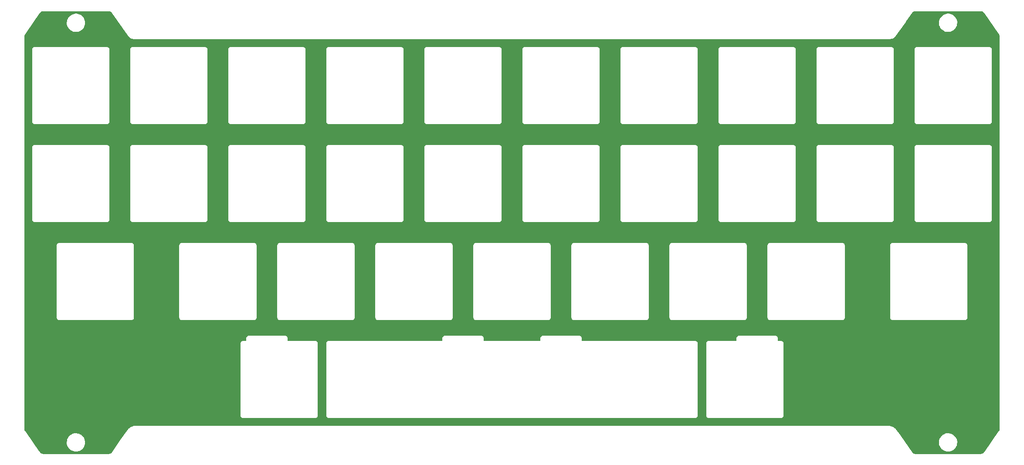
<source format=gbr>
%TF.GenerationSoftware,KiCad,Pcbnew,(6.0.10)*%
%TF.CreationDate,2023-02-13T13:56:49-06:00*%
%TF.ProjectId,WilliamPlate,57696c6c-6961-46d5-906c-6174652e6b69,rev?*%
%TF.SameCoordinates,Original*%
%TF.FileFunction,Copper,L2,Bot*%
%TF.FilePolarity,Positive*%
%FSLAX46Y46*%
G04 Gerber Fmt 4.6, Leading zero omitted, Abs format (unit mm)*
G04 Created by KiCad (PCBNEW (6.0.10)) date 2023-02-13 13:56:49*
%MOMM*%
%LPD*%
G01*
G04 APERTURE LIST*
G04 APERTURE END LIST*
%TA.AperFunction,NonConductor*%
G36*
X70701072Y-44914501D02*
G01*
X70705775Y-44915233D01*
X70714673Y-44916619D01*
X70724241Y-44918109D01*
X70733145Y-44916945D01*
X70735179Y-44916679D01*
X70763594Y-44916196D01*
X70861372Y-44925615D01*
X70885077Y-44930223D01*
X70999516Y-44964129D01*
X70999587Y-44964150D01*
X71021980Y-44973199D01*
X71127910Y-45028355D01*
X71148164Y-45041511D01*
X71241619Y-45115866D01*
X71258993Y-45132649D01*
X71318470Y-45202307D01*
X71327124Y-45215473D01*
X71327701Y-45215080D01*
X71332758Y-45222495D01*
X71336713Y-45230554D01*
X71351891Y-45247152D01*
X71357774Y-45253585D01*
X71368012Y-45266356D01*
X74396558Y-49592850D01*
X74456046Y-49677833D01*
X74461667Y-49686616D01*
X74484936Y-49726529D01*
X74492727Y-49736118D01*
X74504574Y-49746807D01*
X74511731Y-49753800D01*
X74644718Y-49894535D01*
X74814160Y-50033957D01*
X74999683Y-50151132D01*
X75003244Y-50152800D01*
X75003247Y-50152802D01*
X75194780Y-50242536D01*
X75198385Y-50244225D01*
X75202141Y-50245440D01*
X75202140Y-50245440D01*
X75403403Y-50310565D01*
X75403409Y-50310566D01*
X75407156Y-50311779D01*
X75411028Y-50312515D01*
X75411033Y-50312516D01*
X75514942Y-50332259D01*
X75622728Y-50352739D01*
X75626664Y-50352986D01*
X75626667Y-50352986D01*
X75770682Y-50362009D01*
X75800942Y-50363905D01*
X75813966Y-50365404D01*
X75829373Y-50367996D01*
X75841727Y-50368147D01*
X75846551Y-50367456D01*
X75846553Y-50367456D01*
X75868776Y-50364273D01*
X75886640Y-50363000D01*
X222268203Y-50363000D01*
X222289109Y-50364747D01*
X222308419Y-50367996D01*
X222313282Y-50368055D01*
X222313288Y-50368056D01*
X222315907Y-50368088D01*
X222315913Y-50368088D01*
X222320773Y-50368147D01*
X222325589Y-50367457D01*
X222325596Y-50367457D01*
X222336930Y-50365834D01*
X222346907Y-50364809D01*
X222535830Y-50352971D01*
X222535832Y-50352971D01*
X222539770Y-50352724D01*
X222543649Y-50351987D01*
X222751464Y-50312502D01*
X222751472Y-50312500D01*
X222755340Y-50311765D01*
X222759087Y-50310553D01*
X222759093Y-50310551D01*
X222960354Y-50245426D01*
X222960353Y-50245426D01*
X222964109Y-50244211D01*
X222967680Y-50242538D01*
X222967685Y-50242536D01*
X223094658Y-50183048D01*
X223162810Y-50151118D01*
X223348332Y-50033945D01*
X223351373Y-50031443D01*
X223351381Y-50031437D01*
X223514733Y-49897024D01*
X223514735Y-49897022D01*
X223517771Y-49894524D01*
X223520471Y-49891667D01*
X223640402Y-49764749D01*
X223649888Y-49755704D01*
X223658049Y-49748694D01*
X223658053Y-49748690D01*
X223661751Y-49745514D01*
X223669773Y-49736118D01*
X223698126Y-49690108D01*
X223702171Y-49683954D01*
X225499814Y-47115892D01*
X232026381Y-47115892D01*
X232028100Y-47151686D01*
X232039042Y-47379486D01*
X232090526Y-47638312D01*
X232179701Y-47886686D01*
X232304609Y-48119151D01*
X232307404Y-48122894D01*
X232307406Y-48122897D01*
X232459713Y-48326861D01*
X232459718Y-48326867D01*
X232462505Y-48330599D01*
X232465814Y-48333879D01*
X232465819Y-48333885D01*
X232646604Y-48513099D01*
X232649921Y-48516387D01*
X232653683Y-48519145D01*
X232653686Y-48519148D01*
X232858973Y-48669670D01*
X232862740Y-48672432D01*
X232866871Y-48674606D01*
X232866872Y-48674606D01*
X233092151Y-48793131D01*
X233092157Y-48793133D01*
X233096286Y-48795306D01*
X233100694Y-48796845D01*
X233100700Y-48796848D01*
X233341012Y-48880769D01*
X233345428Y-48882311D01*
X233350021Y-48883183D01*
X233510628Y-48913675D01*
X233604694Y-48931534D01*
X233729906Y-48936453D01*
X233863720Y-48941711D01*
X233863725Y-48941711D01*
X233868388Y-48941894D01*
X233970940Y-48930663D01*
X234126064Y-48913675D01*
X234126070Y-48913674D01*
X234130717Y-48913165D01*
X234253765Y-48880769D01*
X234381394Y-48847167D01*
X234381396Y-48847166D01*
X234385917Y-48845976D01*
X234447642Y-48819457D01*
X234624090Y-48743649D01*
X234624092Y-48743648D01*
X234628384Y-48741804D01*
X234744951Y-48669670D01*
X234848816Y-48605397D01*
X234848820Y-48605394D01*
X234852789Y-48602938D01*
X235054204Y-48432427D01*
X235077285Y-48406108D01*
X235225122Y-48237534D01*
X235225126Y-48237529D01*
X235228204Y-48234019D01*
X235299680Y-48122897D01*
X235368437Y-48016002D01*
X235368440Y-48015997D01*
X235370965Y-48012071D01*
X235479353Y-47771460D01*
X235550985Y-47517470D01*
X235584289Y-47255683D01*
X235586729Y-47162500D01*
X235573978Y-46990911D01*
X235567518Y-46903980D01*
X235567517Y-46903976D01*
X235567172Y-46899328D01*
X235508931Y-46641938D01*
X235493428Y-46602071D01*
X235414977Y-46400338D01*
X235413284Y-46395984D01*
X235389391Y-46354179D01*
X235284653Y-46170927D01*
X235282334Y-46166869D01*
X235118957Y-45959626D01*
X234926742Y-45778808D01*
X234709911Y-45628387D01*
X234705720Y-45626320D01*
X234477417Y-45513734D01*
X234477414Y-45513733D01*
X234473229Y-45511669D01*
X234221895Y-45431216D01*
X234217288Y-45430466D01*
X234217285Y-45430465D01*
X233966040Y-45389547D01*
X233966041Y-45389547D01*
X233961429Y-45388796D01*
X233833399Y-45387120D01*
X233702231Y-45385403D01*
X233702228Y-45385403D01*
X233697554Y-45385342D01*
X233436068Y-45420929D01*
X233182713Y-45494775D01*
X232943057Y-45605258D01*
X232939148Y-45607821D01*
X232726276Y-45747385D01*
X232726271Y-45747389D01*
X232722363Y-45749951D01*
X232525481Y-45925675D01*
X232356734Y-46128571D01*
X232219832Y-46354179D01*
X232117780Y-46597546D01*
X232052820Y-46853323D01*
X232052352Y-46857974D01*
X232052351Y-46857978D01*
X232047719Y-46903980D01*
X232026381Y-47115892D01*
X225499814Y-47115892D01*
X225708247Y-46818130D01*
X226790108Y-45272615D01*
X226802443Y-45257605D01*
X226818703Y-45240674D01*
X226823802Y-45230896D01*
X226839700Y-45207341D01*
X226903490Y-45132632D01*
X226920864Y-45115849D01*
X227014323Y-45041491D01*
X227034581Y-45028333D01*
X227140506Y-44973180D01*
X227162902Y-44964129D01*
X227277410Y-44930202D01*
X227301124Y-44925591D01*
X227392112Y-44916827D01*
X227408053Y-44917291D01*
X227408061Y-44916619D01*
X227417035Y-44916728D01*
X227425905Y-44918109D01*
X227434805Y-44916945D01*
X227434807Y-44916945D01*
X227456834Y-44914064D01*
X227473174Y-44913000D01*
X240131684Y-44913000D01*
X240151072Y-44914501D01*
X240155775Y-44915233D01*
X240164673Y-44916619D01*
X240174241Y-44918109D01*
X240183145Y-44916945D01*
X240185179Y-44916679D01*
X240213594Y-44916196D01*
X240311372Y-44925615D01*
X240335077Y-44930223D01*
X240449516Y-44964129D01*
X240449587Y-44964150D01*
X240471980Y-44973199D01*
X240577910Y-45028355D01*
X240598164Y-45041511D01*
X240691619Y-45115866D01*
X240708993Y-45132649D01*
X240768470Y-45202307D01*
X240777124Y-45215473D01*
X240777701Y-45215080D01*
X240782758Y-45222495D01*
X240786713Y-45230554D01*
X240801891Y-45247152D01*
X240807774Y-45253585D01*
X240818012Y-45266356D01*
X243653053Y-49316416D01*
X243667306Y-49336777D01*
X243677191Y-49353514D01*
X243687525Y-49374570D01*
X243693582Y-49381194D01*
X243693584Y-49381197D01*
X243697050Y-49384987D01*
X243712498Y-49405843D01*
X243748568Y-49466796D01*
X243757065Y-49484034D01*
X243792467Y-49572241D01*
X243798245Y-49590570D01*
X243798777Y-49592853D01*
X243819583Y-49682115D01*
X243819822Y-49683142D01*
X243822744Y-49702138D01*
X243827620Y-49765912D01*
X243826972Y-49782492D01*
X243827132Y-49782494D01*
X243827022Y-49791470D01*
X243825641Y-49800340D01*
X243829258Y-49828006D01*
X243829687Y-49831286D01*
X243830750Y-49847621D01*
X243830750Y-126069741D01*
X243829250Y-126089123D01*
X243825641Y-126112306D01*
X243826806Y-126121211D01*
X243827471Y-126126300D01*
X243828168Y-126152246D01*
X243822768Y-126222866D01*
X243819846Y-126241861D01*
X243798268Y-126334438D01*
X243792491Y-126352766D01*
X243757088Y-126440979D01*
X243748597Y-126458204D01*
X243716121Y-126513084D01*
X243705955Y-126526464D01*
X243706064Y-126526542D01*
X243700825Y-126533836D01*
X243694609Y-126540309D01*
X243680186Y-126567968D01*
X243671695Y-126581952D01*
X240900092Y-130541385D01*
X240822392Y-130652385D01*
X240810049Y-130667403D01*
X240793797Y-130684326D01*
X240788698Y-130694104D01*
X240772800Y-130717659D01*
X240709010Y-130792368D01*
X240691636Y-130809151D01*
X240598177Y-130883509D01*
X240577919Y-130896667D01*
X240471994Y-130951820D01*
X240449598Y-130960871D01*
X240335090Y-130994798D01*
X240311376Y-130999409D01*
X240220388Y-131008173D01*
X240204447Y-131007709D01*
X240204439Y-131008381D01*
X240195465Y-131008272D01*
X240186595Y-131006891D01*
X240177695Y-131008055D01*
X240177693Y-131008055D01*
X240155666Y-131010936D01*
X240139326Y-131012000D01*
X227480816Y-131012000D01*
X227461428Y-131010499D01*
X227459348Y-131010175D01*
X227450544Y-131008804D01*
X227447134Y-131008273D01*
X227438259Y-131006891D01*
X227429355Y-131008055D01*
X227427321Y-131008321D01*
X227398906Y-131008804D01*
X227301128Y-130999385D01*
X227277423Y-130994777D01*
X227162912Y-130960850D01*
X227140520Y-130951801D01*
X227034590Y-130896645D01*
X227014336Y-130883489D01*
X226920881Y-130809134D01*
X226903507Y-130792351D01*
X226844030Y-130722693D01*
X226835376Y-130709527D01*
X226834799Y-130709920D01*
X226829742Y-130702504D01*
X226825787Y-130694446D01*
X226816533Y-130684326D01*
X226804728Y-130671416D01*
X226794491Y-130658645D01*
X225434563Y-128715892D01*
X232026381Y-128715892D01*
X232028100Y-128751686D01*
X232039042Y-128979486D01*
X232090526Y-129238312D01*
X232179701Y-129486686D01*
X232304609Y-129719151D01*
X232307404Y-129722894D01*
X232307406Y-129722897D01*
X232459713Y-129926861D01*
X232459718Y-129926867D01*
X232462505Y-129930599D01*
X232465814Y-129933879D01*
X232465819Y-129933885D01*
X232646604Y-130113099D01*
X232649921Y-130116387D01*
X232653683Y-130119145D01*
X232653686Y-130119148D01*
X232858973Y-130269670D01*
X232862740Y-130272432D01*
X232866871Y-130274606D01*
X232866872Y-130274606D01*
X233092151Y-130393131D01*
X233092157Y-130393133D01*
X233096286Y-130395306D01*
X233100694Y-130396845D01*
X233100700Y-130396848D01*
X233341012Y-130480769D01*
X233345428Y-130482311D01*
X233350021Y-130483183D01*
X233510628Y-130513675D01*
X233604694Y-130531534D01*
X233729906Y-130536453D01*
X233863720Y-130541711D01*
X233863725Y-130541711D01*
X233868388Y-130541894D01*
X233970940Y-130530663D01*
X234126064Y-130513675D01*
X234126070Y-130513674D01*
X234130717Y-130513165D01*
X234253765Y-130480769D01*
X234381394Y-130447167D01*
X234381396Y-130447166D01*
X234385917Y-130445976D01*
X234628384Y-130341804D01*
X234744951Y-130269670D01*
X234848816Y-130205397D01*
X234848820Y-130205394D01*
X234852789Y-130202938D01*
X235054204Y-130032427D01*
X235077285Y-130006108D01*
X235225122Y-129837534D01*
X235225126Y-129837529D01*
X235228204Y-129834019D01*
X235299680Y-129722897D01*
X235368437Y-129616002D01*
X235368440Y-129615997D01*
X235370965Y-129612071D01*
X235479353Y-129371460D01*
X235550985Y-129117470D01*
X235584289Y-128855683D01*
X235586729Y-128762500D01*
X235573978Y-128590911D01*
X235567518Y-128503980D01*
X235567517Y-128503976D01*
X235567172Y-128499328D01*
X235508931Y-128241938D01*
X235493428Y-128202071D01*
X235414977Y-128000338D01*
X235413284Y-127995984D01*
X235389391Y-127954179D01*
X235284653Y-127770927D01*
X235282334Y-127766869D01*
X235118957Y-127559626D01*
X234926742Y-127378808D01*
X234709911Y-127228387D01*
X234705720Y-127226320D01*
X234477417Y-127113734D01*
X234477414Y-127113733D01*
X234473229Y-127111669D01*
X234454092Y-127105543D01*
X234416357Y-127093464D01*
X234221895Y-127031216D01*
X234217288Y-127030466D01*
X234217285Y-127030465D01*
X233966040Y-126989547D01*
X233966041Y-126989547D01*
X233961429Y-126988796D01*
X233833399Y-126987120D01*
X233702231Y-126985403D01*
X233702228Y-126985403D01*
X233697554Y-126985342D01*
X233436068Y-127020929D01*
X233182713Y-127094775D01*
X232943057Y-127205258D01*
X232939148Y-127207821D01*
X232726276Y-127347385D01*
X232726271Y-127347389D01*
X232722363Y-127349951D01*
X232525481Y-127525675D01*
X232356734Y-127728571D01*
X232219832Y-127954179D01*
X232117780Y-128197546D01*
X232052820Y-128453323D01*
X232052352Y-128457974D01*
X232052351Y-128457978D01*
X232047719Y-128503980D01*
X232026381Y-128715892D01*
X225434563Y-128715892D01*
X224480585Y-127353068D01*
X223706450Y-126247160D01*
X223700833Y-126238384D01*
X223677564Y-126198471D01*
X223669773Y-126188882D01*
X223657926Y-126178193D01*
X223650769Y-126171200D01*
X223517782Y-126030465D01*
X223348340Y-125891043D01*
X223162817Y-125773868D01*
X223159256Y-125772200D01*
X223159253Y-125772198D01*
X222967684Y-125682447D01*
X222967683Y-125682446D01*
X222964115Y-125680775D01*
X222941482Y-125673451D01*
X222759097Y-125614435D01*
X222759091Y-125614434D01*
X222755344Y-125613221D01*
X222751472Y-125612485D01*
X222751467Y-125612484D01*
X222647558Y-125592741D01*
X222539772Y-125572261D01*
X222535836Y-125572014D01*
X222535833Y-125572014D01*
X222391818Y-125562991D01*
X222361558Y-125561095D01*
X222348533Y-125559596D01*
X222345977Y-125559166D01*
X222333127Y-125557004D01*
X222320773Y-125556853D01*
X222315949Y-125557544D01*
X222315947Y-125557544D01*
X222293724Y-125560727D01*
X222275860Y-125562000D01*
X75894297Y-125562000D01*
X75873390Y-125560253D01*
X75873022Y-125560191D01*
X75854081Y-125557004D01*
X75849218Y-125556945D01*
X75849212Y-125556944D01*
X75846593Y-125556912D01*
X75846587Y-125556912D01*
X75841727Y-125556853D01*
X75836911Y-125557543D01*
X75836904Y-125557543D01*
X75825570Y-125559166D01*
X75815593Y-125560191D01*
X75626670Y-125572029D01*
X75626668Y-125572029D01*
X75622730Y-125572276D01*
X75618851Y-125573013D01*
X75411036Y-125612498D01*
X75411028Y-125612500D01*
X75407160Y-125613235D01*
X75403413Y-125614447D01*
X75403407Y-125614449D01*
X75225183Y-125672119D01*
X75198391Y-125680789D01*
X75194820Y-125682462D01*
X75194815Y-125682464D01*
X75067842Y-125741952D01*
X74999690Y-125773882D01*
X74814168Y-125891055D01*
X74811127Y-125893557D01*
X74811119Y-125893563D01*
X74647779Y-126027966D01*
X74644729Y-126030476D01*
X74642036Y-126033326D01*
X74642029Y-126033333D01*
X74522098Y-126160251D01*
X74512612Y-126169296D01*
X74504451Y-126176306D01*
X74504447Y-126176310D01*
X74500749Y-126179486D01*
X74492727Y-126188882D01*
X74490173Y-126193027D01*
X74490172Y-126193028D01*
X74464362Y-126234911D01*
X74460317Y-126241064D01*
X73087612Y-128202071D01*
X71518171Y-130444130D01*
X71372392Y-130652385D01*
X71360049Y-130667403D01*
X71343797Y-130684326D01*
X71338698Y-130694104D01*
X71322800Y-130717659D01*
X71259010Y-130792368D01*
X71241636Y-130809151D01*
X71148177Y-130883509D01*
X71127919Y-130896667D01*
X71021994Y-130951820D01*
X70999598Y-130960871D01*
X70885090Y-130994798D01*
X70861376Y-130999409D01*
X70770388Y-131008173D01*
X70754447Y-131007709D01*
X70754439Y-131008381D01*
X70745465Y-131008272D01*
X70736595Y-131006891D01*
X70727695Y-131008055D01*
X70727693Y-131008055D01*
X70705666Y-131010936D01*
X70689326Y-131012000D01*
X58030816Y-131012000D01*
X58011428Y-131010499D01*
X58009348Y-131010175D01*
X58000544Y-131008804D01*
X57997134Y-131008273D01*
X57988259Y-131006891D01*
X57979355Y-131008055D01*
X57977321Y-131008321D01*
X57948906Y-131008804D01*
X57851128Y-130999385D01*
X57827423Y-130994777D01*
X57712912Y-130960850D01*
X57690520Y-130951801D01*
X57584590Y-130896645D01*
X57564336Y-130883489D01*
X57470881Y-130809134D01*
X57453507Y-130792351D01*
X57394030Y-130722693D01*
X57385376Y-130709527D01*
X57384799Y-130709920D01*
X57379742Y-130702505D01*
X57375787Y-130694446D01*
X57354725Y-130671413D01*
X57344486Y-130658641D01*
X57255640Y-130531717D01*
X55984562Y-128715892D01*
X62576381Y-128715892D01*
X62578100Y-128751686D01*
X62589042Y-128979486D01*
X62640526Y-129238312D01*
X62729701Y-129486686D01*
X62854609Y-129719151D01*
X62857404Y-129722894D01*
X62857406Y-129722897D01*
X63009713Y-129926861D01*
X63009718Y-129926867D01*
X63012505Y-129930599D01*
X63015814Y-129933879D01*
X63015819Y-129933885D01*
X63196604Y-130113099D01*
X63199921Y-130116387D01*
X63203683Y-130119145D01*
X63203686Y-130119148D01*
X63408973Y-130269670D01*
X63412740Y-130272432D01*
X63416871Y-130274606D01*
X63416872Y-130274606D01*
X63642151Y-130393131D01*
X63642157Y-130393133D01*
X63646286Y-130395306D01*
X63650694Y-130396845D01*
X63650700Y-130396848D01*
X63891012Y-130480769D01*
X63895428Y-130482311D01*
X63900021Y-130483183D01*
X64060628Y-130513675D01*
X64154694Y-130531534D01*
X64279906Y-130536453D01*
X64413720Y-130541711D01*
X64413725Y-130541711D01*
X64418388Y-130541894D01*
X64520940Y-130530663D01*
X64676064Y-130513675D01*
X64676070Y-130513674D01*
X64680717Y-130513165D01*
X64803765Y-130480769D01*
X64931394Y-130447167D01*
X64931396Y-130447166D01*
X64935917Y-130445976D01*
X65178384Y-130341804D01*
X65294951Y-130269670D01*
X65398816Y-130205397D01*
X65398820Y-130205394D01*
X65402789Y-130202938D01*
X65604204Y-130032427D01*
X65627285Y-130006108D01*
X65775122Y-129837534D01*
X65775126Y-129837529D01*
X65778204Y-129834019D01*
X65849680Y-129722897D01*
X65918437Y-129616002D01*
X65918440Y-129615997D01*
X65920965Y-129612071D01*
X66029353Y-129371460D01*
X66100985Y-129117470D01*
X66134289Y-128855683D01*
X66136729Y-128762500D01*
X66123978Y-128590911D01*
X66117518Y-128503980D01*
X66117517Y-128503976D01*
X66117172Y-128499328D01*
X66058931Y-128241938D01*
X66043428Y-128202071D01*
X65964977Y-128000338D01*
X65963284Y-127995984D01*
X65939391Y-127954179D01*
X65834653Y-127770927D01*
X65832334Y-127766869D01*
X65668957Y-127559626D01*
X65476742Y-127378808D01*
X65259911Y-127228387D01*
X65255720Y-127226320D01*
X65027417Y-127113734D01*
X65027414Y-127113733D01*
X65023229Y-127111669D01*
X65004092Y-127105543D01*
X64966357Y-127093464D01*
X64771895Y-127031216D01*
X64767288Y-127030466D01*
X64767285Y-127030465D01*
X64516040Y-126989547D01*
X64516041Y-126989547D01*
X64511429Y-126988796D01*
X64383399Y-126987120D01*
X64252231Y-126985403D01*
X64252228Y-126985403D01*
X64247554Y-126985342D01*
X63986068Y-127020929D01*
X63732713Y-127094775D01*
X63493057Y-127205258D01*
X63489148Y-127207821D01*
X63276276Y-127347385D01*
X63276271Y-127347389D01*
X63272363Y-127349951D01*
X63075481Y-127525675D01*
X62906734Y-127728571D01*
X62769832Y-127954179D01*
X62667780Y-128197546D01*
X62602820Y-128453323D01*
X62602352Y-128457974D01*
X62602351Y-128457978D01*
X62597719Y-128503980D01*
X62576381Y-128715892D01*
X55984562Y-128715892D01*
X54495192Y-126588220D01*
X54485309Y-126571486D01*
X54474975Y-126550430D01*
X54468918Y-126543806D01*
X54468916Y-126543803D01*
X54465450Y-126540013D01*
X54450002Y-126519157D01*
X54413932Y-126458204D01*
X54405435Y-126440966D01*
X54370033Y-126352759D01*
X54364255Y-126334430D01*
X54353466Y-126288144D01*
X54342678Y-126241855D01*
X54339756Y-126222862D01*
X54334880Y-126159088D01*
X54335528Y-126142508D01*
X54335368Y-126142506D01*
X54335478Y-126133530D01*
X54336859Y-126124660D01*
X54332813Y-126093714D01*
X54331750Y-126077379D01*
X54331750Y-123606124D01*
X96336531Y-123606124D01*
X96338997Y-123614751D01*
X96344492Y-123633976D01*
X96348071Y-123650741D01*
X96352177Y-123679418D01*
X96355893Y-123687592D01*
X96355894Y-123687594D01*
X96362575Y-123702288D01*
X96369023Y-123719812D01*
X96373462Y-123735345D01*
X96373464Y-123735349D01*
X96375928Y-123743971D01*
X96380715Y-123751558D01*
X96391389Y-123768476D01*
X96399526Y-123783558D01*
X96407798Y-123801752D01*
X96407800Y-123801755D01*
X96411516Y-123809928D01*
X96421779Y-123821838D01*
X96427918Y-123828963D01*
X96439027Y-123843976D01*
X96452430Y-123865220D01*
X96459159Y-123871163D01*
X96459161Y-123871165D01*
X96474144Y-123884397D01*
X96486190Y-123896591D01*
X96489865Y-123900856D01*
X96505100Y-123918537D01*
X96526186Y-123932204D01*
X96541054Y-123943489D01*
X96559888Y-123960123D01*
X96586107Y-123972433D01*
X96601087Y-123980754D01*
X96617869Y-123991631D01*
X96617872Y-123991632D01*
X96625405Y-123996515D01*
X96649481Y-124003715D01*
X96666911Y-124010371D01*
X96689663Y-124021053D01*
X96698532Y-124022434D01*
X96718287Y-124025510D01*
X96735005Y-124029293D01*
X96754160Y-124035022D01*
X96754168Y-124035023D01*
X96762761Y-124037593D01*
X96771732Y-124037648D01*
X96771733Y-124037648D01*
X96776462Y-124037677D01*
X96796682Y-124037801D01*
X96797425Y-124037832D01*
X96798509Y-124038000D01*
X96828926Y-124038000D01*
X96829697Y-124038002D01*
X96906124Y-124038469D01*
X96907453Y-124038089D01*
X96908763Y-124038000D01*
X110828926Y-124038000D01*
X110829697Y-124038002D01*
X110906124Y-124038469D01*
X110933982Y-124030507D01*
X110950741Y-124026929D01*
X110960653Y-124025510D01*
X110970529Y-124024096D01*
X110970530Y-124024096D01*
X110979418Y-124022823D01*
X110987592Y-124019107D01*
X110987594Y-124019106D01*
X111002288Y-124012425D01*
X111019812Y-124005977D01*
X111035345Y-124001538D01*
X111035349Y-124001536D01*
X111043971Y-123999072D01*
X111068475Y-123983611D01*
X111083558Y-123975474D01*
X111101752Y-123967202D01*
X111101755Y-123967200D01*
X111109928Y-123963484D01*
X111128964Y-123947081D01*
X111143977Y-123935973D01*
X111165220Y-123922570D01*
X111171163Y-123915841D01*
X111171165Y-123915839D01*
X111184397Y-123900856D01*
X111196591Y-123888810D01*
X111211736Y-123875760D01*
X111218537Y-123869900D01*
X111232204Y-123848814D01*
X111243491Y-123833944D01*
X111254183Y-123821838D01*
X111254183Y-123821837D01*
X111260123Y-123815112D01*
X111272434Y-123788891D01*
X111280754Y-123773913D01*
X111291631Y-123757131D01*
X111291632Y-123757128D01*
X111296515Y-123749595D01*
X111303715Y-123725519D01*
X111310371Y-123708089D01*
X111321053Y-123685337D01*
X111325510Y-123656713D01*
X111329293Y-123639995D01*
X111335022Y-123620840D01*
X111335023Y-123620832D01*
X111337593Y-123612239D01*
X111337630Y-123606124D01*
X113005281Y-123606124D01*
X113007747Y-123614751D01*
X113013242Y-123633976D01*
X113016821Y-123650741D01*
X113020927Y-123679418D01*
X113024643Y-123687592D01*
X113024644Y-123687594D01*
X113031325Y-123702288D01*
X113037773Y-123719812D01*
X113042212Y-123735345D01*
X113042214Y-123735349D01*
X113044678Y-123743971D01*
X113049465Y-123751558D01*
X113060139Y-123768476D01*
X113068276Y-123783558D01*
X113076548Y-123801752D01*
X113076550Y-123801755D01*
X113080266Y-123809928D01*
X113090529Y-123821838D01*
X113096668Y-123828963D01*
X113107777Y-123843976D01*
X113121180Y-123865220D01*
X113127909Y-123871163D01*
X113127911Y-123871165D01*
X113142894Y-123884397D01*
X113154940Y-123896591D01*
X113158615Y-123900856D01*
X113173850Y-123918537D01*
X113194936Y-123932204D01*
X113209804Y-123943489D01*
X113228638Y-123960123D01*
X113254857Y-123972433D01*
X113269837Y-123980754D01*
X113286619Y-123991631D01*
X113286622Y-123991632D01*
X113294155Y-123996515D01*
X113318231Y-124003715D01*
X113335661Y-124010371D01*
X113358413Y-124021053D01*
X113367282Y-124022434D01*
X113387037Y-124025510D01*
X113403755Y-124029293D01*
X113422910Y-124035022D01*
X113422918Y-124035023D01*
X113431511Y-124037593D01*
X113440482Y-124037648D01*
X113440483Y-124037648D01*
X113445212Y-124037677D01*
X113465432Y-124037801D01*
X113466175Y-124037832D01*
X113467259Y-124038000D01*
X113497676Y-124038000D01*
X113498447Y-124038002D01*
X113574874Y-124038469D01*
X113576203Y-124038089D01*
X113577513Y-124038000D01*
X184647676Y-124038000D01*
X184648447Y-124038002D01*
X184724874Y-124038469D01*
X184752732Y-124030507D01*
X184769491Y-124026929D01*
X184779403Y-124025510D01*
X184789279Y-124024096D01*
X184789280Y-124024096D01*
X184798168Y-124022823D01*
X184806342Y-124019107D01*
X184806344Y-124019106D01*
X184821038Y-124012425D01*
X184838562Y-124005977D01*
X184854095Y-124001538D01*
X184854099Y-124001536D01*
X184862721Y-123999072D01*
X184887225Y-123983611D01*
X184902308Y-123975474D01*
X184920502Y-123967202D01*
X184920505Y-123967200D01*
X184928678Y-123963484D01*
X184947714Y-123947081D01*
X184962727Y-123935973D01*
X184983970Y-123922570D01*
X184989913Y-123915841D01*
X184989915Y-123915839D01*
X185003147Y-123900856D01*
X185015341Y-123888810D01*
X185030486Y-123875760D01*
X185037287Y-123869900D01*
X185050954Y-123848814D01*
X185062241Y-123833944D01*
X185072933Y-123821838D01*
X185072933Y-123821837D01*
X185078873Y-123815112D01*
X185091184Y-123788891D01*
X185099504Y-123773913D01*
X185110381Y-123757131D01*
X185110382Y-123757128D01*
X185115265Y-123749595D01*
X185122465Y-123725519D01*
X185129121Y-123708089D01*
X185139803Y-123685337D01*
X185144260Y-123656713D01*
X185148043Y-123639995D01*
X185153772Y-123620840D01*
X185153773Y-123620832D01*
X185156343Y-123612239D01*
X185156380Y-123606124D01*
X186824031Y-123606124D01*
X186826497Y-123614751D01*
X186831992Y-123633976D01*
X186835571Y-123650741D01*
X186839677Y-123679418D01*
X186843393Y-123687592D01*
X186843394Y-123687594D01*
X186850075Y-123702288D01*
X186856523Y-123719812D01*
X186860962Y-123735345D01*
X186860964Y-123735349D01*
X186863428Y-123743971D01*
X186868215Y-123751558D01*
X186878889Y-123768476D01*
X186887026Y-123783558D01*
X186895298Y-123801752D01*
X186895300Y-123801755D01*
X186899016Y-123809928D01*
X186909279Y-123821838D01*
X186915418Y-123828963D01*
X186926527Y-123843976D01*
X186939930Y-123865220D01*
X186946659Y-123871163D01*
X186946661Y-123871165D01*
X186961644Y-123884397D01*
X186973690Y-123896591D01*
X186977365Y-123900856D01*
X186992600Y-123918537D01*
X187013686Y-123932204D01*
X187028554Y-123943489D01*
X187047388Y-123960123D01*
X187073607Y-123972433D01*
X187088587Y-123980754D01*
X187105369Y-123991631D01*
X187105372Y-123991632D01*
X187112905Y-123996515D01*
X187136981Y-124003715D01*
X187154411Y-124010371D01*
X187177163Y-124021053D01*
X187186032Y-124022434D01*
X187205787Y-124025510D01*
X187222505Y-124029293D01*
X187241660Y-124035022D01*
X187241668Y-124035023D01*
X187250261Y-124037593D01*
X187259232Y-124037648D01*
X187259233Y-124037648D01*
X187263962Y-124037677D01*
X187284182Y-124037801D01*
X187284925Y-124037832D01*
X187286009Y-124038000D01*
X187316426Y-124038000D01*
X187317197Y-124038002D01*
X187393624Y-124038469D01*
X187394953Y-124038089D01*
X187396263Y-124038000D01*
X201316426Y-124038000D01*
X201317197Y-124038002D01*
X201393624Y-124038469D01*
X201421482Y-124030507D01*
X201438241Y-124026929D01*
X201448153Y-124025510D01*
X201458029Y-124024096D01*
X201458030Y-124024096D01*
X201466918Y-124022823D01*
X201475092Y-124019107D01*
X201475094Y-124019106D01*
X201489788Y-124012425D01*
X201507312Y-124005977D01*
X201522845Y-124001538D01*
X201522849Y-124001536D01*
X201531471Y-123999072D01*
X201555975Y-123983611D01*
X201571058Y-123975474D01*
X201589252Y-123967202D01*
X201589255Y-123967200D01*
X201597428Y-123963484D01*
X201616464Y-123947081D01*
X201631477Y-123935973D01*
X201652720Y-123922570D01*
X201658663Y-123915841D01*
X201658665Y-123915839D01*
X201671897Y-123900856D01*
X201684091Y-123888810D01*
X201699236Y-123875760D01*
X201706037Y-123869900D01*
X201719704Y-123848814D01*
X201730991Y-123833944D01*
X201741683Y-123821838D01*
X201741683Y-123821837D01*
X201747623Y-123815112D01*
X201759934Y-123788891D01*
X201768254Y-123773913D01*
X201779131Y-123757131D01*
X201779132Y-123757128D01*
X201784015Y-123749595D01*
X201791215Y-123725519D01*
X201797871Y-123708089D01*
X201808553Y-123685337D01*
X201813010Y-123656713D01*
X201816793Y-123639995D01*
X201822522Y-123620840D01*
X201822523Y-123620832D01*
X201825093Y-123612239D01*
X201825301Y-123578318D01*
X201825332Y-123577575D01*
X201825500Y-123576491D01*
X201825500Y-123546074D01*
X201825502Y-123545304D01*
X201825945Y-123472767D01*
X201825969Y-123468876D01*
X201825589Y-123467547D01*
X201825500Y-123466237D01*
X201825500Y-109546074D01*
X201825502Y-109545304D01*
X201825914Y-109477850D01*
X201825969Y-109468876D01*
X201818007Y-109441018D01*
X201814429Y-109424257D01*
X201811596Y-109404471D01*
X201811596Y-109404470D01*
X201810323Y-109395582D01*
X201799925Y-109372712D01*
X201793477Y-109355188D01*
X201789038Y-109339655D01*
X201789036Y-109339651D01*
X201786572Y-109331029D01*
X201771111Y-109306524D01*
X201762974Y-109291442D01*
X201754702Y-109273248D01*
X201754700Y-109273245D01*
X201750984Y-109265072D01*
X201734581Y-109246036D01*
X201723473Y-109231023D01*
X201720417Y-109226179D01*
X201710070Y-109209780D01*
X201703341Y-109203837D01*
X201703339Y-109203835D01*
X201688356Y-109190603D01*
X201676310Y-109178409D01*
X201663260Y-109163264D01*
X201657400Y-109156463D01*
X201636314Y-109142796D01*
X201621444Y-109131509D01*
X201609338Y-109120817D01*
X201609337Y-109120817D01*
X201602612Y-109114877D01*
X201576391Y-109102566D01*
X201561413Y-109094246D01*
X201544631Y-109083369D01*
X201544628Y-109083368D01*
X201537095Y-109078485D01*
X201513019Y-109071285D01*
X201495589Y-109064629D01*
X201472837Y-109053947D01*
X201444213Y-109049490D01*
X201427495Y-109045707D01*
X201408340Y-109039978D01*
X201408332Y-109039977D01*
X201399739Y-109037407D01*
X201390768Y-109037352D01*
X201390767Y-109037352D01*
X201386038Y-109037323D01*
X201365818Y-109037199D01*
X201365075Y-109037168D01*
X201363991Y-109037000D01*
X201333574Y-109037000D01*
X201332804Y-109036998D01*
X201332191Y-109036994D01*
X201256376Y-109036531D01*
X201255047Y-109036911D01*
X201253737Y-109037000D01*
X200832750Y-109037000D01*
X200764629Y-109016998D01*
X200718136Y-108963342D01*
X200706750Y-108911000D01*
X200706750Y-108546074D01*
X200706752Y-108545304D01*
X200707164Y-108477850D01*
X200707219Y-108468876D01*
X200699257Y-108441018D01*
X200695679Y-108424257D01*
X200692846Y-108404471D01*
X200692846Y-108404470D01*
X200691573Y-108395582D01*
X200681175Y-108372712D01*
X200674727Y-108355188D01*
X200670288Y-108339655D01*
X200670286Y-108339651D01*
X200667822Y-108331029D01*
X200652361Y-108306524D01*
X200644224Y-108291442D01*
X200635952Y-108273248D01*
X200635950Y-108273245D01*
X200632234Y-108265072D01*
X200615831Y-108246036D01*
X200604723Y-108231023D01*
X200601667Y-108226179D01*
X200591320Y-108209780D01*
X200584591Y-108203837D01*
X200584589Y-108203835D01*
X200569606Y-108190603D01*
X200557560Y-108178409D01*
X200544510Y-108163264D01*
X200538650Y-108156463D01*
X200517564Y-108142796D01*
X200502694Y-108131509D01*
X200490588Y-108120817D01*
X200490587Y-108120817D01*
X200483862Y-108114877D01*
X200457641Y-108102566D01*
X200442663Y-108094246D01*
X200425881Y-108083369D01*
X200425878Y-108083368D01*
X200418345Y-108078485D01*
X200394269Y-108071285D01*
X200376839Y-108064629D01*
X200354087Y-108053947D01*
X200325463Y-108049490D01*
X200308745Y-108045707D01*
X200289590Y-108039978D01*
X200289582Y-108039977D01*
X200280989Y-108037407D01*
X200272018Y-108037352D01*
X200272017Y-108037352D01*
X200267288Y-108037323D01*
X200247068Y-108037199D01*
X200246325Y-108037168D01*
X200245241Y-108037000D01*
X200214824Y-108037000D01*
X200214054Y-108036998D01*
X200213441Y-108036994D01*
X200137626Y-108036531D01*
X200136297Y-108036911D01*
X200134987Y-108037000D01*
X193214824Y-108037000D01*
X193214054Y-108036998D01*
X193213283Y-108036993D01*
X193137626Y-108036531D01*
X193109768Y-108044493D01*
X193093009Y-108048071D01*
X193083606Y-108049417D01*
X193073221Y-108050904D01*
X193073220Y-108050904D01*
X193064332Y-108052177D01*
X193056158Y-108055893D01*
X193056156Y-108055894D01*
X193041462Y-108062575D01*
X193023938Y-108069023D01*
X193008405Y-108073462D01*
X193008401Y-108073464D01*
X192999779Y-108075928D01*
X192992191Y-108080715D01*
X192992192Y-108080715D01*
X192975274Y-108091389D01*
X192960192Y-108099526D01*
X192941998Y-108107798D01*
X192941995Y-108107800D01*
X192933822Y-108111516D01*
X192927019Y-108117378D01*
X192914787Y-108127918D01*
X192899774Y-108139027D01*
X192878530Y-108152430D01*
X192872587Y-108159159D01*
X192872585Y-108159161D01*
X192859353Y-108174144D01*
X192847159Y-108186190D01*
X192842038Y-108190603D01*
X192825213Y-108205100D01*
X192811546Y-108226186D01*
X192800261Y-108241054D01*
X192783627Y-108259888D01*
X192771317Y-108286107D01*
X192762996Y-108301087D01*
X192752119Y-108317869D01*
X192752118Y-108317872D01*
X192747235Y-108325405D01*
X192740035Y-108349481D01*
X192733379Y-108366911D01*
X192722697Y-108389663D01*
X192721316Y-108398532D01*
X192718240Y-108418287D01*
X192714457Y-108435005D01*
X192708728Y-108454160D01*
X192708727Y-108454168D01*
X192706157Y-108462761D01*
X192706102Y-108471732D01*
X192706102Y-108471733D01*
X192705950Y-108496669D01*
X192705918Y-108497425D01*
X192705750Y-108498509D01*
X192705750Y-108528926D01*
X192705748Y-108529696D01*
X192705281Y-108606124D01*
X192705661Y-108607453D01*
X192705750Y-108608763D01*
X192705750Y-108911000D01*
X192685748Y-108979121D01*
X192632092Y-109025614D01*
X192579750Y-109037000D01*
X187333574Y-109037000D01*
X187332804Y-109036998D01*
X187332033Y-109036993D01*
X187256376Y-109036531D01*
X187228518Y-109044493D01*
X187211759Y-109048071D01*
X187202356Y-109049417D01*
X187191971Y-109050904D01*
X187191970Y-109050904D01*
X187183082Y-109052177D01*
X187174908Y-109055893D01*
X187174906Y-109055894D01*
X187160212Y-109062575D01*
X187142688Y-109069023D01*
X187127155Y-109073462D01*
X187127151Y-109073464D01*
X187118529Y-109075928D01*
X187110941Y-109080715D01*
X187110942Y-109080715D01*
X187094024Y-109091389D01*
X187078942Y-109099526D01*
X187060748Y-109107798D01*
X187060745Y-109107800D01*
X187052572Y-109111516D01*
X187045769Y-109117378D01*
X187033537Y-109127918D01*
X187018524Y-109139027D01*
X186997280Y-109152430D01*
X186991337Y-109159159D01*
X186991335Y-109159161D01*
X186978103Y-109174144D01*
X186965909Y-109186190D01*
X186960788Y-109190603D01*
X186943963Y-109205100D01*
X186930296Y-109226186D01*
X186919011Y-109241054D01*
X186902377Y-109259888D01*
X186890067Y-109286107D01*
X186881746Y-109301087D01*
X186870869Y-109317869D01*
X186870868Y-109317872D01*
X186865985Y-109325405D01*
X186858785Y-109349481D01*
X186852129Y-109366911D01*
X186841447Y-109389663D01*
X186840066Y-109398532D01*
X186836990Y-109418287D01*
X186833207Y-109435005D01*
X186827478Y-109454160D01*
X186827477Y-109454168D01*
X186824907Y-109462761D01*
X186824852Y-109471732D01*
X186824852Y-109471733D01*
X186824700Y-109496669D01*
X186824668Y-109497425D01*
X186824500Y-109498509D01*
X186824500Y-109528926D01*
X186824498Y-109529696D01*
X186824031Y-109606124D01*
X186824411Y-109607453D01*
X186824500Y-109608763D01*
X186824500Y-123528926D01*
X186824498Y-123529696D01*
X186824031Y-123606124D01*
X185156380Y-123606124D01*
X185156551Y-123578318D01*
X185156582Y-123577575D01*
X185156750Y-123576491D01*
X185156750Y-123546074D01*
X185156752Y-123545304D01*
X185157195Y-123472767D01*
X185157219Y-123468876D01*
X185156839Y-123467547D01*
X185156750Y-123466237D01*
X185156750Y-109546074D01*
X185156752Y-109545304D01*
X185157164Y-109477850D01*
X185157219Y-109468876D01*
X185149257Y-109441018D01*
X185145679Y-109424257D01*
X185142846Y-109404471D01*
X185142846Y-109404470D01*
X185141573Y-109395582D01*
X185131175Y-109372712D01*
X185124727Y-109355188D01*
X185120288Y-109339655D01*
X185120286Y-109339651D01*
X185117822Y-109331029D01*
X185102361Y-109306524D01*
X185094224Y-109291442D01*
X185085952Y-109273248D01*
X185085950Y-109273245D01*
X185082234Y-109265072D01*
X185065831Y-109246036D01*
X185054723Y-109231023D01*
X185051667Y-109226179D01*
X185041320Y-109209780D01*
X185034591Y-109203837D01*
X185034589Y-109203835D01*
X185019606Y-109190603D01*
X185007560Y-109178409D01*
X184994510Y-109163264D01*
X184988650Y-109156463D01*
X184967564Y-109142796D01*
X184952694Y-109131509D01*
X184940588Y-109120817D01*
X184940587Y-109120817D01*
X184933862Y-109114877D01*
X184907641Y-109102566D01*
X184892663Y-109094246D01*
X184875881Y-109083369D01*
X184875878Y-109083368D01*
X184868345Y-109078485D01*
X184844269Y-109071285D01*
X184826839Y-109064629D01*
X184804087Y-109053947D01*
X184775463Y-109049490D01*
X184758745Y-109045707D01*
X184739590Y-109039978D01*
X184739582Y-109039977D01*
X184730989Y-109037407D01*
X184722018Y-109037352D01*
X184722017Y-109037352D01*
X184717288Y-109037323D01*
X184697068Y-109037199D01*
X184696325Y-109037168D01*
X184695241Y-109037000D01*
X184664824Y-109037000D01*
X184664054Y-109036998D01*
X184663441Y-109036994D01*
X184587626Y-109036531D01*
X184586297Y-109036911D01*
X184584987Y-109037000D01*
X162732750Y-109037000D01*
X162664629Y-109016998D01*
X162618136Y-108963342D01*
X162606750Y-108911000D01*
X162606750Y-108546074D01*
X162606752Y-108545304D01*
X162607164Y-108477850D01*
X162607219Y-108468876D01*
X162599257Y-108441018D01*
X162595679Y-108424257D01*
X162592846Y-108404471D01*
X162592846Y-108404470D01*
X162591573Y-108395582D01*
X162581175Y-108372712D01*
X162574727Y-108355188D01*
X162570288Y-108339655D01*
X162570286Y-108339651D01*
X162567822Y-108331029D01*
X162552361Y-108306524D01*
X162544224Y-108291442D01*
X162535952Y-108273248D01*
X162535950Y-108273245D01*
X162532234Y-108265072D01*
X162515831Y-108246036D01*
X162504723Y-108231023D01*
X162501667Y-108226179D01*
X162491320Y-108209780D01*
X162484591Y-108203837D01*
X162484589Y-108203835D01*
X162469606Y-108190603D01*
X162457560Y-108178409D01*
X162444510Y-108163264D01*
X162438650Y-108156463D01*
X162417564Y-108142796D01*
X162402694Y-108131509D01*
X162390588Y-108120817D01*
X162390587Y-108120817D01*
X162383862Y-108114877D01*
X162357641Y-108102566D01*
X162342663Y-108094246D01*
X162325881Y-108083369D01*
X162325878Y-108083368D01*
X162318345Y-108078485D01*
X162294269Y-108071285D01*
X162276839Y-108064629D01*
X162254087Y-108053947D01*
X162225463Y-108049490D01*
X162208745Y-108045707D01*
X162189590Y-108039978D01*
X162189582Y-108039977D01*
X162180989Y-108037407D01*
X162172018Y-108037352D01*
X162172017Y-108037352D01*
X162167288Y-108037323D01*
X162147068Y-108037199D01*
X162146325Y-108037168D01*
X162145241Y-108037000D01*
X162114824Y-108037000D01*
X162114054Y-108036998D01*
X162113441Y-108036994D01*
X162037626Y-108036531D01*
X162036297Y-108036911D01*
X162034987Y-108037000D01*
X155114824Y-108037000D01*
X155114054Y-108036998D01*
X155113283Y-108036993D01*
X155037626Y-108036531D01*
X155009768Y-108044493D01*
X154993009Y-108048071D01*
X154983606Y-108049417D01*
X154973221Y-108050904D01*
X154973220Y-108050904D01*
X154964332Y-108052177D01*
X154956158Y-108055893D01*
X154956156Y-108055894D01*
X154941462Y-108062575D01*
X154923938Y-108069023D01*
X154908405Y-108073462D01*
X154908401Y-108073464D01*
X154899779Y-108075928D01*
X154892191Y-108080715D01*
X154892192Y-108080715D01*
X154875274Y-108091389D01*
X154860192Y-108099526D01*
X154841998Y-108107798D01*
X154841995Y-108107800D01*
X154833822Y-108111516D01*
X154827019Y-108117378D01*
X154814787Y-108127918D01*
X154799774Y-108139027D01*
X154778530Y-108152430D01*
X154772587Y-108159159D01*
X154772585Y-108159161D01*
X154759353Y-108174144D01*
X154747159Y-108186190D01*
X154742038Y-108190603D01*
X154725213Y-108205100D01*
X154711546Y-108226186D01*
X154700261Y-108241054D01*
X154683627Y-108259888D01*
X154671317Y-108286107D01*
X154662996Y-108301087D01*
X154652119Y-108317869D01*
X154652118Y-108317872D01*
X154647235Y-108325405D01*
X154640035Y-108349481D01*
X154633379Y-108366911D01*
X154622697Y-108389663D01*
X154621316Y-108398532D01*
X154618240Y-108418287D01*
X154614457Y-108435005D01*
X154608728Y-108454160D01*
X154608727Y-108454168D01*
X154606157Y-108462761D01*
X154606102Y-108471732D01*
X154606102Y-108471733D01*
X154605950Y-108496669D01*
X154605918Y-108497425D01*
X154605750Y-108498509D01*
X154605750Y-108528926D01*
X154605748Y-108529696D01*
X154605281Y-108606124D01*
X154605661Y-108607453D01*
X154605750Y-108608763D01*
X154605750Y-108911000D01*
X154585748Y-108979121D01*
X154532092Y-109025614D01*
X154479750Y-109037000D01*
X143682750Y-109037000D01*
X143614629Y-109016998D01*
X143568136Y-108963342D01*
X143556750Y-108911000D01*
X143556750Y-108546074D01*
X143556752Y-108545304D01*
X143557164Y-108477850D01*
X143557219Y-108468876D01*
X143549257Y-108441018D01*
X143545679Y-108424257D01*
X143542846Y-108404471D01*
X143542846Y-108404470D01*
X143541573Y-108395582D01*
X143531175Y-108372712D01*
X143524727Y-108355188D01*
X143520288Y-108339655D01*
X143520286Y-108339651D01*
X143517822Y-108331029D01*
X143502361Y-108306524D01*
X143494224Y-108291442D01*
X143485952Y-108273248D01*
X143485950Y-108273245D01*
X143482234Y-108265072D01*
X143465831Y-108246036D01*
X143454723Y-108231023D01*
X143451667Y-108226179D01*
X143441320Y-108209780D01*
X143434591Y-108203837D01*
X143434589Y-108203835D01*
X143419606Y-108190603D01*
X143407560Y-108178409D01*
X143394510Y-108163264D01*
X143388650Y-108156463D01*
X143367564Y-108142796D01*
X143352694Y-108131509D01*
X143340588Y-108120817D01*
X143340587Y-108120817D01*
X143333862Y-108114877D01*
X143307641Y-108102566D01*
X143292663Y-108094246D01*
X143275881Y-108083369D01*
X143275878Y-108083368D01*
X143268345Y-108078485D01*
X143244269Y-108071285D01*
X143226839Y-108064629D01*
X143204087Y-108053947D01*
X143175463Y-108049490D01*
X143158745Y-108045707D01*
X143139590Y-108039978D01*
X143139582Y-108039977D01*
X143130989Y-108037407D01*
X143122018Y-108037352D01*
X143122017Y-108037352D01*
X143117288Y-108037323D01*
X143097068Y-108037199D01*
X143096325Y-108037168D01*
X143095241Y-108037000D01*
X143064824Y-108037000D01*
X143064054Y-108036998D01*
X143063441Y-108036994D01*
X142987626Y-108036531D01*
X142986297Y-108036911D01*
X142984987Y-108037000D01*
X136064824Y-108037000D01*
X136064054Y-108036998D01*
X136063283Y-108036993D01*
X135987626Y-108036531D01*
X135959768Y-108044493D01*
X135943009Y-108048071D01*
X135933606Y-108049417D01*
X135923221Y-108050904D01*
X135923220Y-108050904D01*
X135914332Y-108052177D01*
X135906158Y-108055893D01*
X135906156Y-108055894D01*
X135891462Y-108062575D01*
X135873938Y-108069023D01*
X135858405Y-108073462D01*
X135858401Y-108073464D01*
X135849779Y-108075928D01*
X135842191Y-108080715D01*
X135842192Y-108080715D01*
X135825274Y-108091389D01*
X135810192Y-108099526D01*
X135791998Y-108107798D01*
X135791995Y-108107800D01*
X135783822Y-108111516D01*
X135777019Y-108117378D01*
X135764787Y-108127918D01*
X135749774Y-108139027D01*
X135728530Y-108152430D01*
X135722587Y-108159159D01*
X135722585Y-108159161D01*
X135709353Y-108174144D01*
X135697159Y-108186190D01*
X135692038Y-108190603D01*
X135675213Y-108205100D01*
X135661546Y-108226186D01*
X135650261Y-108241054D01*
X135633627Y-108259888D01*
X135621317Y-108286107D01*
X135612996Y-108301087D01*
X135602119Y-108317869D01*
X135602118Y-108317872D01*
X135597235Y-108325405D01*
X135590035Y-108349481D01*
X135583379Y-108366911D01*
X135572697Y-108389663D01*
X135571316Y-108398532D01*
X135568240Y-108418287D01*
X135564457Y-108435005D01*
X135558728Y-108454160D01*
X135558727Y-108454168D01*
X135556157Y-108462761D01*
X135556102Y-108471732D01*
X135556102Y-108471733D01*
X135555950Y-108496669D01*
X135555918Y-108497425D01*
X135555750Y-108498509D01*
X135555750Y-108528926D01*
X135555748Y-108529696D01*
X135555281Y-108606124D01*
X135555661Y-108607453D01*
X135555750Y-108608763D01*
X135555750Y-108911000D01*
X135535748Y-108979121D01*
X135482092Y-109025614D01*
X135429750Y-109037000D01*
X113514824Y-109037000D01*
X113514054Y-109036998D01*
X113513283Y-109036993D01*
X113437626Y-109036531D01*
X113409768Y-109044493D01*
X113393009Y-109048071D01*
X113383606Y-109049417D01*
X113373221Y-109050904D01*
X113373220Y-109050904D01*
X113364332Y-109052177D01*
X113356158Y-109055893D01*
X113356156Y-109055894D01*
X113341462Y-109062575D01*
X113323938Y-109069023D01*
X113308405Y-109073462D01*
X113308401Y-109073464D01*
X113299779Y-109075928D01*
X113292191Y-109080715D01*
X113292192Y-109080715D01*
X113275274Y-109091389D01*
X113260192Y-109099526D01*
X113241998Y-109107798D01*
X113241995Y-109107800D01*
X113233822Y-109111516D01*
X113227019Y-109117378D01*
X113214787Y-109127918D01*
X113199774Y-109139027D01*
X113178530Y-109152430D01*
X113172587Y-109159159D01*
X113172585Y-109159161D01*
X113159353Y-109174144D01*
X113147159Y-109186190D01*
X113142038Y-109190603D01*
X113125213Y-109205100D01*
X113111546Y-109226186D01*
X113100261Y-109241054D01*
X113083627Y-109259888D01*
X113071317Y-109286107D01*
X113062996Y-109301087D01*
X113052119Y-109317869D01*
X113052118Y-109317872D01*
X113047235Y-109325405D01*
X113040035Y-109349481D01*
X113033379Y-109366911D01*
X113022697Y-109389663D01*
X113021316Y-109398532D01*
X113018240Y-109418287D01*
X113014457Y-109435005D01*
X113008728Y-109454160D01*
X113008727Y-109454168D01*
X113006157Y-109462761D01*
X113006102Y-109471732D01*
X113006102Y-109471733D01*
X113005950Y-109496669D01*
X113005918Y-109497425D01*
X113005750Y-109498509D01*
X113005750Y-109528926D01*
X113005748Y-109529696D01*
X113005281Y-109606124D01*
X113005661Y-109607453D01*
X113005750Y-109608763D01*
X113005750Y-123528926D01*
X113005748Y-123529696D01*
X113005281Y-123606124D01*
X111337630Y-123606124D01*
X111337801Y-123578318D01*
X111337832Y-123577575D01*
X111338000Y-123576491D01*
X111338000Y-123546074D01*
X111338002Y-123545304D01*
X111338445Y-123472767D01*
X111338469Y-123468876D01*
X111338089Y-123467547D01*
X111338000Y-123466237D01*
X111338000Y-109546074D01*
X111338002Y-109545304D01*
X111338414Y-109477850D01*
X111338469Y-109468876D01*
X111330507Y-109441018D01*
X111326929Y-109424257D01*
X111324096Y-109404471D01*
X111324096Y-109404470D01*
X111322823Y-109395582D01*
X111312425Y-109372712D01*
X111305977Y-109355188D01*
X111301538Y-109339655D01*
X111301536Y-109339651D01*
X111299072Y-109331029D01*
X111283611Y-109306524D01*
X111275474Y-109291442D01*
X111267202Y-109273248D01*
X111267200Y-109273245D01*
X111263484Y-109265072D01*
X111247081Y-109246036D01*
X111235973Y-109231023D01*
X111232917Y-109226179D01*
X111222570Y-109209780D01*
X111215841Y-109203837D01*
X111215839Y-109203835D01*
X111200856Y-109190603D01*
X111188810Y-109178409D01*
X111175760Y-109163264D01*
X111169900Y-109156463D01*
X111148814Y-109142796D01*
X111133944Y-109131509D01*
X111121838Y-109120817D01*
X111121837Y-109120817D01*
X111115112Y-109114877D01*
X111088891Y-109102566D01*
X111073913Y-109094246D01*
X111057131Y-109083369D01*
X111057128Y-109083368D01*
X111049595Y-109078485D01*
X111025519Y-109071285D01*
X111008089Y-109064629D01*
X110985337Y-109053947D01*
X110956713Y-109049490D01*
X110939995Y-109045707D01*
X110920840Y-109039978D01*
X110920832Y-109039977D01*
X110912239Y-109037407D01*
X110903268Y-109037352D01*
X110903267Y-109037352D01*
X110898538Y-109037323D01*
X110878318Y-109037199D01*
X110877575Y-109037168D01*
X110876491Y-109037000D01*
X110846074Y-109037000D01*
X110845304Y-109036998D01*
X110844691Y-109036994D01*
X110768876Y-109036531D01*
X110767547Y-109036911D01*
X110766237Y-109037000D01*
X105582750Y-109037000D01*
X105514629Y-109016998D01*
X105468136Y-108963342D01*
X105456750Y-108911000D01*
X105456750Y-108546074D01*
X105456752Y-108545304D01*
X105457164Y-108477850D01*
X105457219Y-108468876D01*
X105449257Y-108441018D01*
X105445679Y-108424257D01*
X105442846Y-108404471D01*
X105442846Y-108404470D01*
X105441573Y-108395582D01*
X105431175Y-108372712D01*
X105424727Y-108355188D01*
X105420288Y-108339655D01*
X105420286Y-108339651D01*
X105417822Y-108331029D01*
X105402361Y-108306524D01*
X105394224Y-108291442D01*
X105385952Y-108273248D01*
X105385950Y-108273245D01*
X105382234Y-108265072D01*
X105365831Y-108246036D01*
X105354723Y-108231023D01*
X105351667Y-108226179D01*
X105341320Y-108209780D01*
X105334591Y-108203837D01*
X105334589Y-108203835D01*
X105319606Y-108190603D01*
X105307560Y-108178409D01*
X105294510Y-108163264D01*
X105288650Y-108156463D01*
X105267564Y-108142796D01*
X105252694Y-108131509D01*
X105240588Y-108120817D01*
X105240587Y-108120817D01*
X105233862Y-108114877D01*
X105207641Y-108102566D01*
X105192663Y-108094246D01*
X105175881Y-108083369D01*
X105175878Y-108083368D01*
X105168345Y-108078485D01*
X105144269Y-108071285D01*
X105126839Y-108064629D01*
X105104087Y-108053947D01*
X105075463Y-108049490D01*
X105058745Y-108045707D01*
X105039590Y-108039978D01*
X105039582Y-108039977D01*
X105030989Y-108037407D01*
X105022018Y-108037352D01*
X105022017Y-108037352D01*
X105017288Y-108037323D01*
X104997068Y-108037199D01*
X104996325Y-108037168D01*
X104995241Y-108037000D01*
X104964824Y-108037000D01*
X104964054Y-108036998D01*
X104963441Y-108036994D01*
X104887626Y-108036531D01*
X104886297Y-108036911D01*
X104884987Y-108037000D01*
X97964824Y-108037000D01*
X97964054Y-108036998D01*
X97963283Y-108036993D01*
X97887626Y-108036531D01*
X97859768Y-108044493D01*
X97843009Y-108048071D01*
X97833606Y-108049417D01*
X97823221Y-108050904D01*
X97823220Y-108050904D01*
X97814332Y-108052177D01*
X97806158Y-108055893D01*
X97806156Y-108055894D01*
X97791462Y-108062575D01*
X97773938Y-108069023D01*
X97758405Y-108073462D01*
X97758401Y-108073464D01*
X97749779Y-108075928D01*
X97742191Y-108080715D01*
X97742192Y-108080715D01*
X97725274Y-108091389D01*
X97710192Y-108099526D01*
X97691998Y-108107798D01*
X97691995Y-108107800D01*
X97683822Y-108111516D01*
X97677019Y-108117378D01*
X97664787Y-108127918D01*
X97649774Y-108139027D01*
X97628530Y-108152430D01*
X97622587Y-108159159D01*
X97622585Y-108159161D01*
X97609353Y-108174144D01*
X97597159Y-108186190D01*
X97592038Y-108190603D01*
X97575213Y-108205100D01*
X97561546Y-108226186D01*
X97550261Y-108241054D01*
X97533627Y-108259888D01*
X97521317Y-108286107D01*
X97512996Y-108301087D01*
X97502119Y-108317869D01*
X97502118Y-108317872D01*
X97497235Y-108325405D01*
X97490035Y-108349481D01*
X97483379Y-108366911D01*
X97472697Y-108389663D01*
X97471316Y-108398532D01*
X97468240Y-108418287D01*
X97464457Y-108435005D01*
X97458728Y-108454160D01*
X97458727Y-108454168D01*
X97456157Y-108462761D01*
X97456102Y-108471732D01*
X97456102Y-108471733D01*
X97455950Y-108496669D01*
X97455918Y-108497425D01*
X97455750Y-108498509D01*
X97455750Y-108528926D01*
X97455748Y-108529696D01*
X97455281Y-108606124D01*
X97455661Y-108607453D01*
X97455750Y-108608763D01*
X97455750Y-108911000D01*
X97435748Y-108979121D01*
X97382092Y-109025614D01*
X97329750Y-109037000D01*
X96846074Y-109037000D01*
X96845304Y-109036998D01*
X96844533Y-109036993D01*
X96768876Y-109036531D01*
X96741018Y-109044493D01*
X96724259Y-109048071D01*
X96714856Y-109049417D01*
X96704471Y-109050904D01*
X96704470Y-109050904D01*
X96695582Y-109052177D01*
X96687408Y-109055893D01*
X96687406Y-109055894D01*
X96672712Y-109062575D01*
X96655188Y-109069023D01*
X96639655Y-109073462D01*
X96639651Y-109073464D01*
X96631029Y-109075928D01*
X96623441Y-109080715D01*
X96623442Y-109080715D01*
X96606524Y-109091389D01*
X96591442Y-109099526D01*
X96573248Y-109107798D01*
X96573245Y-109107800D01*
X96565072Y-109111516D01*
X96558269Y-109117378D01*
X96546037Y-109127918D01*
X96531024Y-109139027D01*
X96509780Y-109152430D01*
X96503837Y-109159159D01*
X96503835Y-109159161D01*
X96490603Y-109174144D01*
X96478409Y-109186190D01*
X96473288Y-109190603D01*
X96456463Y-109205100D01*
X96442796Y-109226186D01*
X96431511Y-109241054D01*
X96414877Y-109259888D01*
X96402567Y-109286107D01*
X96394246Y-109301087D01*
X96383369Y-109317869D01*
X96383368Y-109317872D01*
X96378485Y-109325405D01*
X96371285Y-109349481D01*
X96364629Y-109366911D01*
X96353947Y-109389663D01*
X96352566Y-109398532D01*
X96349490Y-109418287D01*
X96345707Y-109435005D01*
X96339978Y-109454160D01*
X96339977Y-109454168D01*
X96337407Y-109462761D01*
X96337352Y-109471732D01*
X96337352Y-109471733D01*
X96337200Y-109496669D01*
X96337168Y-109497425D01*
X96337000Y-109498509D01*
X96337000Y-109528926D01*
X96336998Y-109529696D01*
X96336531Y-109606124D01*
X96336911Y-109607453D01*
X96337000Y-109608763D01*
X96337000Y-123528926D01*
X96336998Y-123529696D01*
X96336531Y-123606124D01*
X54331750Y-123606124D01*
X54331750Y-104556124D01*
X60617781Y-104556124D01*
X60620247Y-104564751D01*
X60625742Y-104583976D01*
X60629321Y-104600741D01*
X60633427Y-104629418D01*
X60637143Y-104637592D01*
X60637144Y-104637594D01*
X60643825Y-104652288D01*
X60650273Y-104669812D01*
X60654712Y-104685345D01*
X60654714Y-104685349D01*
X60657178Y-104693971D01*
X60661965Y-104701558D01*
X60672639Y-104718476D01*
X60680776Y-104733558D01*
X60689048Y-104751752D01*
X60689050Y-104751755D01*
X60692766Y-104759928D01*
X60703029Y-104771838D01*
X60709168Y-104778963D01*
X60720277Y-104793976D01*
X60733680Y-104815220D01*
X60740409Y-104821163D01*
X60740411Y-104821165D01*
X60755394Y-104834397D01*
X60767440Y-104846591D01*
X60771115Y-104850856D01*
X60786350Y-104868537D01*
X60807436Y-104882204D01*
X60822304Y-104893489D01*
X60841138Y-104910123D01*
X60867357Y-104922433D01*
X60882337Y-104930754D01*
X60899119Y-104941631D01*
X60899122Y-104941632D01*
X60906655Y-104946515D01*
X60930731Y-104953715D01*
X60948161Y-104960371D01*
X60970913Y-104971053D01*
X60979782Y-104972434D01*
X60999537Y-104975510D01*
X61016255Y-104979293D01*
X61035410Y-104985022D01*
X61035418Y-104985023D01*
X61044011Y-104987593D01*
X61052982Y-104987648D01*
X61052983Y-104987648D01*
X61057712Y-104987677D01*
X61077932Y-104987801D01*
X61078675Y-104987832D01*
X61079759Y-104988000D01*
X61110176Y-104988000D01*
X61110947Y-104988002D01*
X61187374Y-104988469D01*
X61188703Y-104988089D01*
X61190013Y-104988000D01*
X75110176Y-104988000D01*
X75110947Y-104988002D01*
X75187374Y-104988469D01*
X75215232Y-104980507D01*
X75231991Y-104976929D01*
X75241903Y-104975510D01*
X75251779Y-104974096D01*
X75251780Y-104974096D01*
X75260668Y-104972823D01*
X75268842Y-104969107D01*
X75268844Y-104969106D01*
X75283538Y-104962425D01*
X75301062Y-104955977D01*
X75316595Y-104951538D01*
X75316599Y-104951536D01*
X75325221Y-104949072D01*
X75349725Y-104933611D01*
X75364808Y-104925474D01*
X75383002Y-104917202D01*
X75383005Y-104917200D01*
X75391178Y-104913484D01*
X75410214Y-104897081D01*
X75425227Y-104885973D01*
X75446470Y-104872570D01*
X75452413Y-104865841D01*
X75452415Y-104865839D01*
X75465647Y-104850856D01*
X75477841Y-104838810D01*
X75492986Y-104825760D01*
X75499787Y-104819900D01*
X75513454Y-104798814D01*
X75524741Y-104783944D01*
X75535433Y-104771838D01*
X75535433Y-104771837D01*
X75541373Y-104765112D01*
X75553684Y-104738891D01*
X75562004Y-104723913D01*
X75572881Y-104707131D01*
X75572882Y-104707128D01*
X75577765Y-104699595D01*
X75584965Y-104675519D01*
X75591621Y-104658089D01*
X75602303Y-104635337D01*
X75606760Y-104606713D01*
X75610543Y-104589995D01*
X75616272Y-104570840D01*
X75616273Y-104570832D01*
X75618843Y-104562239D01*
X75618880Y-104556124D01*
X84430281Y-104556124D01*
X84432747Y-104564751D01*
X84438242Y-104583976D01*
X84441821Y-104600741D01*
X84445927Y-104629418D01*
X84449643Y-104637592D01*
X84449644Y-104637594D01*
X84456325Y-104652288D01*
X84462773Y-104669812D01*
X84467212Y-104685345D01*
X84467214Y-104685349D01*
X84469678Y-104693971D01*
X84474465Y-104701558D01*
X84485139Y-104718476D01*
X84493276Y-104733558D01*
X84501548Y-104751752D01*
X84501550Y-104751755D01*
X84505266Y-104759928D01*
X84515529Y-104771838D01*
X84521668Y-104778963D01*
X84532777Y-104793976D01*
X84546180Y-104815220D01*
X84552909Y-104821163D01*
X84552911Y-104821165D01*
X84567894Y-104834397D01*
X84579940Y-104846591D01*
X84583615Y-104850856D01*
X84598850Y-104868537D01*
X84619936Y-104882204D01*
X84634804Y-104893489D01*
X84653638Y-104910123D01*
X84679857Y-104922433D01*
X84694837Y-104930754D01*
X84711619Y-104941631D01*
X84711622Y-104941632D01*
X84719155Y-104946515D01*
X84743231Y-104953715D01*
X84760661Y-104960371D01*
X84783413Y-104971053D01*
X84792282Y-104972434D01*
X84812037Y-104975510D01*
X84828755Y-104979293D01*
X84847910Y-104985022D01*
X84847918Y-104985023D01*
X84856511Y-104987593D01*
X84865482Y-104987648D01*
X84865483Y-104987648D01*
X84870212Y-104987677D01*
X84890432Y-104987801D01*
X84891175Y-104987832D01*
X84892259Y-104988000D01*
X84922676Y-104988000D01*
X84923447Y-104988002D01*
X84999874Y-104988469D01*
X85001203Y-104988089D01*
X85002513Y-104988000D01*
X98922676Y-104988000D01*
X98923447Y-104988002D01*
X98999874Y-104988469D01*
X99027732Y-104980507D01*
X99044491Y-104976929D01*
X99054403Y-104975510D01*
X99064279Y-104974096D01*
X99064280Y-104974096D01*
X99073168Y-104972823D01*
X99081342Y-104969107D01*
X99081344Y-104969106D01*
X99096038Y-104962425D01*
X99113562Y-104955977D01*
X99129095Y-104951538D01*
X99129099Y-104951536D01*
X99137721Y-104949072D01*
X99162225Y-104933611D01*
X99177308Y-104925474D01*
X99195502Y-104917202D01*
X99195505Y-104917200D01*
X99203678Y-104913484D01*
X99222714Y-104897081D01*
X99237727Y-104885973D01*
X99258970Y-104872570D01*
X99264913Y-104865841D01*
X99264915Y-104865839D01*
X99278147Y-104850856D01*
X99290341Y-104838810D01*
X99305486Y-104825760D01*
X99312287Y-104819900D01*
X99325954Y-104798814D01*
X99337241Y-104783944D01*
X99347933Y-104771838D01*
X99347933Y-104771837D01*
X99353873Y-104765112D01*
X99366184Y-104738891D01*
X99374504Y-104723913D01*
X99385381Y-104707131D01*
X99385382Y-104707128D01*
X99390265Y-104699595D01*
X99397465Y-104675519D01*
X99404121Y-104658089D01*
X99414803Y-104635337D01*
X99419260Y-104606713D01*
X99423043Y-104589995D01*
X99428772Y-104570840D01*
X99428773Y-104570832D01*
X99431343Y-104562239D01*
X99431380Y-104556124D01*
X103480281Y-104556124D01*
X103482747Y-104564751D01*
X103488242Y-104583976D01*
X103491821Y-104600741D01*
X103495927Y-104629418D01*
X103499643Y-104637592D01*
X103499644Y-104637594D01*
X103506325Y-104652288D01*
X103512773Y-104669812D01*
X103517212Y-104685345D01*
X103517214Y-104685349D01*
X103519678Y-104693971D01*
X103524465Y-104701558D01*
X103535139Y-104718476D01*
X103543276Y-104733558D01*
X103551548Y-104751752D01*
X103551550Y-104751755D01*
X103555266Y-104759928D01*
X103565529Y-104771838D01*
X103571668Y-104778963D01*
X103582777Y-104793976D01*
X103596180Y-104815220D01*
X103602909Y-104821163D01*
X103602911Y-104821165D01*
X103617894Y-104834397D01*
X103629940Y-104846591D01*
X103633615Y-104850856D01*
X103648850Y-104868537D01*
X103669936Y-104882204D01*
X103684804Y-104893489D01*
X103703638Y-104910123D01*
X103729857Y-104922433D01*
X103744837Y-104930754D01*
X103761619Y-104941631D01*
X103761622Y-104941632D01*
X103769155Y-104946515D01*
X103793231Y-104953715D01*
X103810661Y-104960371D01*
X103833413Y-104971053D01*
X103842282Y-104972434D01*
X103862037Y-104975510D01*
X103878755Y-104979293D01*
X103897910Y-104985022D01*
X103897918Y-104985023D01*
X103906511Y-104987593D01*
X103915482Y-104987648D01*
X103915483Y-104987648D01*
X103920212Y-104987677D01*
X103940432Y-104987801D01*
X103941175Y-104987832D01*
X103942259Y-104988000D01*
X103972676Y-104988000D01*
X103973447Y-104988002D01*
X104049874Y-104988469D01*
X104051203Y-104988089D01*
X104052513Y-104988000D01*
X117972676Y-104988000D01*
X117973447Y-104988002D01*
X118049874Y-104988469D01*
X118077732Y-104980507D01*
X118094491Y-104976929D01*
X118104403Y-104975510D01*
X118114279Y-104974096D01*
X118114280Y-104974096D01*
X118123168Y-104972823D01*
X118131342Y-104969107D01*
X118131344Y-104969106D01*
X118146038Y-104962425D01*
X118163562Y-104955977D01*
X118179095Y-104951538D01*
X118179099Y-104951536D01*
X118187721Y-104949072D01*
X118212225Y-104933611D01*
X118227308Y-104925474D01*
X118245502Y-104917202D01*
X118245505Y-104917200D01*
X118253678Y-104913484D01*
X118272714Y-104897081D01*
X118287727Y-104885973D01*
X118308970Y-104872570D01*
X118314913Y-104865841D01*
X118314915Y-104865839D01*
X118328147Y-104850856D01*
X118340341Y-104838810D01*
X118355486Y-104825760D01*
X118362287Y-104819900D01*
X118375954Y-104798814D01*
X118387241Y-104783944D01*
X118397933Y-104771838D01*
X118397933Y-104771837D01*
X118403873Y-104765112D01*
X118416184Y-104738891D01*
X118424504Y-104723913D01*
X118435381Y-104707131D01*
X118435382Y-104707128D01*
X118440265Y-104699595D01*
X118447465Y-104675519D01*
X118454121Y-104658089D01*
X118464803Y-104635337D01*
X118469260Y-104606713D01*
X118473043Y-104589995D01*
X118478772Y-104570840D01*
X118478773Y-104570832D01*
X118481343Y-104562239D01*
X118481380Y-104556124D01*
X122530281Y-104556124D01*
X122532747Y-104564751D01*
X122538242Y-104583976D01*
X122541821Y-104600741D01*
X122545927Y-104629418D01*
X122549643Y-104637592D01*
X122549644Y-104637594D01*
X122556325Y-104652288D01*
X122562773Y-104669812D01*
X122567212Y-104685345D01*
X122567214Y-104685349D01*
X122569678Y-104693971D01*
X122574465Y-104701558D01*
X122585139Y-104718476D01*
X122593276Y-104733558D01*
X122601548Y-104751752D01*
X122601550Y-104751755D01*
X122605266Y-104759928D01*
X122615529Y-104771838D01*
X122621668Y-104778963D01*
X122632777Y-104793976D01*
X122646180Y-104815220D01*
X122652909Y-104821163D01*
X122652911Y-104821165D01*
X122667894Y-104834397D01*
X122679940Y-104846591D01*
X122683615Y-104850856D01*
X122698850Y-104868537D01*
X122719936Y-104882204D01*
X122734804Y-104893489D01*
X122753638Y-104910123D01*
X122779857Y-104922433D01*
X122794837Y-104930754D01*
X122811619Y-104941631D01*
X122811622Y-104941632D01*
X122819155Y-104946515D01*
X122843231Y-104953715D01*
X122860661Y-104960371D01*
X122883413Y-104971053D01*
X122892282Y-104972434D01*
X122912037Y-104975510D01*
X122928755Y-104979293D01*
X122947910Y-104985022D01*
X122947918Y-104985023D01*
X122956511Y-104987593D01*
X122965482Y-104987648D01*
X122965483Y-104987648D01*
X122970212Y-104987677D01*
X122990432Y-104987801D01*
X122991175Y-104987832D01*
X122992259Y-104988000D01*
X123022676Y-104988000D01*
X123023447Y-104988002D01*
X123099874Y-104988469D01*
X123101203Y-104988089D01*
X123102513Y-104988000D01*
X137022676Y-104988000D01*
X137023447Y-104988002D01*
X137099874Y-104988469D01*
X137127732Y-104980507D01*
X137144491Y-104976929D01*
X137154403Y-104975510D01*
X137164279Y-104974096D01*
X137164280Y-104974096D01*
X137173168Y-104972823D01*
X137181342Y-104969107D01*
X137181344Y-104969106D01*
X137196038Y-104962425D01*
X137213562Y-104955977D01*
X137229095Y-104951538D01*
X137229099Y-104951536D01*
X137237721Y-104949072D01*
X137262225Y-104933611D01*
X137277308Y-104925474D01*
X137295502Y-104917202D01*
X137295505Y-104917200D01*
X137303678Y-104913484D01*
X137322714Y-104897081D01*
X137337727Y-104885973D01*
X137358970Y-104872570D01*
X137364913Y-104865841D01*
X137364915Y-104865839D01*
X137378147Y-104850856D01*
X137390341Y-104838810D01*
X137405486Y-104825760D01*
X137412287Y-104819900D01*
X137425954Y-104798814D01*
X137437241Y-104783944D01*
X137447933Y-104771838D01*
X137447933Y-104771837D01*
X137453873Y-104765112D01*
X137466184Y-104738891D01*
X137474504Y-104723913D01*
X137485381Y-104707131D01*
X137485382Y-104707128D01*
X137490265Y-104699595D01*
X137497465Y-104675519D01*
X137504121Y-104658089D01*
X137514803Y-104635337D01*
X137519260Y-104606713D01*
X137523043Y-104589995D01*
X137528772Y-104570840D01*
X137528773Y-104570832D01*
X137531343Y-104562239D01*
X137531380Y-104556124D01*
X141580281Y-104556124D01*
X141582747Y-104564751D01*
X141588242Y-104583976D01*
X141591821Y-104600741D01*
X141595927Y-104629418D01*
X141599643Y-104637592D01*
X141599644Y-104637594D01*
X141606325Y-104652288D01*
X141612773Y-104669812D01*
X141617212Y-104685345D01*
X141617214Y-104685349D01*
X141619678Y-104693971D01*
X141624465Y-104701558D01*
X141635139Y-104718476D01*
X141643276Y-104733558D01*
X141651548Y-104751752D01*
X141651550Y-104751755D01*
X141655266Y-104759928D01*
X141665529Y-104771838D01*
X141671668Y-104778963D01*
X141682777Y-104793976D01*
X141696180Y-104815220D01*
X141702909Y-104821163D01*
X141702911Y-104821165D01*
X141717894Y-104834397D01*
X141729940Y-104846591D01*
X141733615Y-104850856D01*
X141748850Y-104868537D01*
X141769936Y-104882204D01*
X141784804Y-104893489D01*
X141803638Y-104910123D01*
X141829857Y-104922433D01*
X141844837Y-104930754D01*
X141861619Y-104941631D01*
X141861622Y-104941632D01*
X141869155Y-104946515D01*
X141893231Y-104953715D01*
X141910661Y-104960371D01*
X141933413Y-104971053D01*
X141942282Y-104972434D01*
X141962037Y-104975510D01*
X141978755Y-104979293D01*
X141997910Y-104985022D01*
X141997918Y-104985023D01*
X142006511Y-104987593D01*
X142015482Y-104987648D01*
X142015483Y-104987648D01*
X142020212Y-104987677D01*
X142040432Y-104987801D01*
X142041175Y-104987832D01*
X142042259Y-104988000D01*
X142072676Y-104988000D01*
X142073447Y-104988002D01*
X142149874Y-104988469D01*
X142151203Y-104988089D01*
X142152513Y-104988000D01*
X156072676Y-104988000D01*
X156073447Y-104988002D01*
X156149874Y-104988469D01*
X156177732Y-104980507D01*
X156194491Y-104976929D01*
X156204403Y-104975510D01*
X156214279Y-104974096D01*
X156214280Y-104974096D01*
X156223168Y-104972823D01*
X156231342Y-104969107D01*
X156231344Y-104969106D01*
X156246038Y-104962425D01*
X156263562Y-104955977D01*
X156279095Y-104951538D01*
X156279099Y-104951536D01*
X156287721Y-104949072D01*
X156312225Y-104933611D01*
X156327308Y-104925474D01*
X156345502Y-104917202D01*
X156345505Y-104917200D01*
X156353678Y-104913484D01*
X156372714Y-104897081D01*
X156387727Y-104885973D01*
X156408970Y-104872570D01*
X156414913Y-104865841D01*
X156414915Y-104865839D01*
X156428147Y-104850856D01*
X156440341Y-104838810D01*
X156455486Y-104825760D01*
X156462287Y-104819900D01*
X156475954Y-104798814D01*
X156487241Y-104783944D01*
X156497933Y-104771838D01*
X156497933Y-104771837D01*
X156503873Y-104765112D01*
X156516184Y-104738891D01*
X156524504Y-104723913D01*
X156535381Y-104707131D01*
X156535382Y-104707128D01*
X156540265Y-104699595D01*
X156547465Y-104675519D01*
X156554121Y-104658089D01*
X156564803Y-104635337D01*
X156569260Y-104606713D01*
X156573043Y-104589995D01*
X156578772Y-104570840D01*
X156578773Y-104570832D01*
X156581343Y-104562239D01*
X156581380Y-104556124D01*
X160630281Y-104556124D01*
X160632747Y-104564751D01*
X160638242Y-104583976D01*
X160641821Y-104600741D01*
X160645927Y-104629418D01*
X160649643Y-104637592D01*
X160649644Y-104637594D01*
X160656325Y-104652288D01*
X160662773Y-104669812D01*
X160667212Y-104685345D01*
X160667214Y-104685349D01*
X160669678Y-104693971D01*
X160674465Y-104701558D01*
X160685139Y-104718476D01*
X160693276Y-104733558D01*
X160701548Y-104751752D01*
X160701550Y-104751755D01*
X160705266Y-104759928D01*
X160715529Y-104771838D01*
X160721668Y-104778963D01*
X160732777Y-104793976D01*
X160746180Y-104815220D01*
X160752909Y-104821163D01*
X160752911Y-104821165D01*
X160767894Y-104834397D01*
X160779940Y-104846591D01*
X160783615Y-104850856D01*
X160798850Y-104868537D01*
X160819936Y-104882204D01*
X160834804Y-104893489D01*
X160853638Y-104910123D01*
X160879857Y-104922433D01*
X160894837Y-104930754D01*
X160911619Y-104941631D01*
X160911622Y-104941632D01*
X160919155Y-104946515D01*
X160943231Y-104953715D01*
X160960661Y-104960371D01*
X160983413Y-104971053D01*
X160992282Y-104972434D01*
X161012037Y-104975510D01*
X161028755Y-104979293D01*
X161047910Y-104985022D01*
X161047918Y-104985023D01*
X161056511Y-104987593D01*
X161065482Y-104987648D01*
X161065483Y-104987648D01*
X161070212Y-104987677D01*
X161090432Y-104987801D01*
X161091175Y-104987832D01*
X161092259Y-104988000D01*
X161122676Y-104988000D01*
X161123447Y-104988002D01*
X161199874Y-104988469D01*
X161201203Y-104988089D01*
X161202513Y-104988000D01*
X175122676Y-104988000D01*
X175123447Y-104988002D01*
X175199874Y-104988469D01*
X175227732Y-104980507D01*
X175244491Y-104976929D01*
X175254403Y-104975510D01*
X175264279Y-104974096D01*
X175264280Y-104974096D01*
X175273168Y-104972823D01*
X175281342Y-104969107D01*
X175281344Y-104969106D01*
X175296038Y-104962425D01*
X175313562Y-104955977D01*
X175329095Y-104951538D01*
X175329099Y-104951536D01*
X175337721Y-104949072D01*
X175362225Y-104933611D01*
X175377308Y-104925474D01*
X175395502Y-104917202D01*
X175395505Y-104917200D01*
X175403678Y-104913484D01*
X175422714Y-104897081D01*
X175437727Y-104885973D01*
X175458970Y-104872570D01*
X175464913Y-104865841D01*
X175464915Y-104865839D01*
X175478147Y-104850856D01*
X175490341Y-104838810D01*
X175505486Y-104825760D01*
X175512287Y-104819900D01*
X175525954Y-104798814D01*
X175537241Y-104783944D01*
X175547933Y-104771838D01*
X175547933Y-104771837D01*
X175553873Y-104765112D01*
X175566184Y-104738891D01*
X175574504Y-104723913D01*
X175585381Y-104707131D01*
X175585382Y-104707128D01*
X175590265Y-104699595D01*
X175597465Y-104675519D01*
X175604121Y-104658089D01*
X175614803Y-104635337D01*
X175619260Y-104606713D01*
X175623043Y-104589995D01*
X175628772Y-104570840D01*
X175628773Y-104570832D01*
X175631343Y-104562239D01*
X175631380Y-104556124D01*
X179680281Y-104556124D01*
X179682747Y-104564751D01*
X179688242Y-104583976D01*
X179691821Y-104600741D01*
X179695927Y-104629418D01*
X179699643Y-104637592D01*
X179699644Y-104637594D01*
X179706325Y-104652288D01*
X179712773Y-104669812D01*
X179717212Y-104685345D01*
X179717214Y-104685349D01*
X179719678Y-104693971D01*
X179724465Y-104701558D01*
X179735139Y-104718476D01*
X179743276Y-104733558D01*
X179751548Y-104751752D01*
X179751550Y-104751755D01*
X179755266Y-104759928D01*
X179765529Y-104771838D01*
X179771668Y-104778963D01*
X179782777Y-104793976D01*
X179796180Y-104815220D01*
X179802909Y-104821163D01*
X179802911Y-104821165D01*
X179817894Y-104834397D01*
X179829940Y-104846591D01*
X179833615Y-104850856D01*
X179848850Y-104868537D01*
X179869936Y-104882204D01*
X179884804Y-104893489D01*
X179903638Y-104910123D01*
X179929857Y-104922433D01*
X179944837Y-104930754D01*
X179961619Y-104941631D01*
X179961622Y-104941632D01*
X179969155Y-104946515D01*
X179993231Y-104953715D01*
X180010661Y-104960371D01*
X180033413Y-104971053D01*
X180042282Y-104972434D01*
X180062037Y-104975510D01*
X180078755Y-104979293D01*
X180097910Y-104985022D01*
X180097918Y-104985023D01*
X180106511Y-104987593D01*
X180115482Y-104987648D01*
X180115483Y-104987648D01*
X180120212Y-104987677D01*
X180140432Y-104987801D01*
X180141175Y-104987832D01*
X180142259Y-104988000D01*
X180172676Y-104988000D01*
X180173447Y-104988002D01*
X180249874Y-104988469D01*
X180251203Y-104988089D01*
X180252513Y-104988000D01*
X194172676Y-104988000D01*
X194173447Y-104988002D01*
X194249874Y-104988469D01*
X194277732Y-104980507D01*
X194294491Y-104976929D01*
X194304403Y-104975510D01*
X194314279Y-104974096D01*
X194314280Y-104974096D01*
X194323168Y-104972823D01*
X194331342Y-104969107D01*
X194331344Y-104969106D01*
X194346038Y-104962425D01*
X194363562Y-104955977D01*
X194379095Y-104951538D01*
X194379099Y-104951536D01*
X194387721Y-104949072D01*
X194412225Y-104933611D01*
X194427308Y-104925474D01*
X194445502Y-104917202D01*
X194445505Y-104917200D01*
X194453678Y-104913484D01*
X194472714Y-104897081D01*
X194487727Y-104885973D01*
X194508970Y-104872570D01*
X194514913Y-104865841D01*
X194514915Y-104865839D01*
X194528147Y-104850856D01*
X194540341Y-104838810D01*
X194555486Y-104825760D01*
X194562287Y-104819900D01*
X194575954Y-104798814D01*
X194587241Y-104783944D01*
X194597933Y-104771838D01*
X194597933Y-104771837D01*
X194603873Y-104765112D01*
X194616184Y-104738891D01*
X194624504Y-104723913D01*
X194635381Y-104707131D01*
X194635382Y-104707128D01*
X194640265Y-104699595D01*
X194647465Y-104675519D01*
X194654121Y-104658089D01*
X194664803Y-104635337D01*
X194669260Y-104606713D01*
X194673043Y-104589995D01*
X194678772Y-104570840D01*
X194678773Y-104570832D01*
X194681343Y-104562239D01*
X194681380Y-104556124D01*
X198730281Y-104556124D01*
X198732747Y-104564751D01*
X198738242Y-104583976D01*
X198741821Y-104600741D01*
X198745927Y-104629418D01*
X198749643Y-104637592D01*
X198749644Y-104637594D01*
X198756325Y-104652288D01*
X198762773Y-104669812D01*
X198767212Y-104685345D01*
X198767214Y-104685349D01*
X198769678Y-104693971D01*
X198774465Y-104701558D01*
X198785139Y-104718476D01*
X198793276Y-104733558D01*
X198801548Y-104751752D01*
X198801550Y-104751755D01*
X198805266Y-104759928D01*
X198815529Y-104771838D01*
X198821668Y-104778963D01*
X198832777Y-104793976D01*
X198846180Y-104815220D01*
X198852909Y-104821163D01*
X198852911Y-104821165D01*
X198867894Y-104834397D01*
X198879940Y-104846591D01*
X198883615Y-104850856D01*
X198898850Y-104868537D01*
X198919936Y-104882204D01*
X198934804Y-104893489D01*
X198953638Y-104910123D01*
X198979857Y-104922433D01*
X198994837Y-104930754D01*
X199011619Y-104941631D01*
X199011622Y-104941632D01*
X199019155Y-104946515D01*
X199043231Y-104953715D01*
X199060661Y-104960371D01*
X199083413Y-104971053D01*
X199092282Y-104972434D01*
X199112037Y-104975510D01*
X199128755Y-104979293D01*
X199147910Y-104985022D01*
X199147918Y-104985023D01*
X199156511Y-104987593D01*
X199165482Y-104987648D01*
X199165483Y-104987648D01*
X199170212Y-104987677D01*
X199190432Y-104987801D01*
X199191175Y-104987832D01*
X199192259Y-104988000D01*
X199222676Y-104988000D01*
X199223447Y-104988002D01*
X199299874Y-104988469D01*
X199301203Y-104988089D01*
X199302513Y-104988000D01*
X213222676Y-104988000D01*
X213223447Y-104988002D01*
X213299874Y-104988469D01*
X213327732Y-104980507D01*
X213344491Y-104976929D01*
X213354403Y-104975510D01*
X213364279Y-104974096D01*
X213364280Y-104974096D01*
X213373168Y-104972823D01*
X213381342Y-104969107D01*
X213381344Y-104969106D01*
X213396038Y-104962425D01*
X213413562Y-104955977D01*
X213429095Y-104951538D01*
X213429099Y-104951536D01*
X213437721Y-104949072D01*
X213462225Y-104933611D01*
X213477308Y-104925474D01*
X213495502Y-104917202D01*
X213495505Y-104917200D01*
X213503678Y-104913484D01*
X213522714Y-104897081D01*
X213537727Y-104885973D01*
X213558970Y-104872570D01*
X213564913Y-104865841D01*
X213564915Y-104865839D01*
X213578147Y-104850856D01*
X213590341Y-104838810D01*
X213605486Y-104825760D01*
X213612287Y-104819900D01*
X213625954Y-104798814D01*
X213637241Y-104783944D01*
X213647933Y-104771838D01*
X213647933Y-104771837D01*
X213653873Y-104765112D01*
X213666184Y-104738891D01*
X213674504Y-104723913D01*
X213685381Y-104707131D01*
X213685382Y-104707128D01*
X213690265Y-104699595D01*
X213697465Y-104675519D01*
X213704121Y-104658089D01*
X213714803Y-104635337D01*
X213719260Y-104606713D01*
X213723043Y-104589995D01*
X213728772Y-104570840D01*
X213728773Y-104570832D01*
X213731343Y-104562239D01*
X213731380Y-104556124D01*
X222542781Y-104556124D01*
X222545247Y-104564751D01*
X222550742Y-104583976D01*
X222554321Y-104600741D01*
X222558427Y-104629418D01*
X222562143Y-104637592D01*
X222562144Y-104637594D01*
X222568825Y-104652288D01*
X222575273Y-104669812D01*
X222579712Y-104685345D01*
X222579714Y-104685349D01*
X222582178Y-104693971D01*
X222586965Y-104701558D01*
X222597639Y-104718476D01*
X222605776Y-104733558D01*
X222614048Y-104751752D01*
X222614050Y-104751755D01*
X222617766Y-104759928D01*
X222628029Y-104771838D01*
X222634168Y-104778963D01*
X222645277Y-104793976D01*
X222658680Y-104815220D01*
X222665409Y-104821163D01*
X222665411Y-104821165D01*
X222680394Y-104834397D01*
X222692440Y-104846591D01*
X222696115Y-104850856D01*
X222711350Y-104868537D01*
X222732436Y-104882204D01*
X222747304Y-104893489D01*
X222766138Y-104910123D01*
X222792357Y-104922433D01*
X222807337Y-104930754D01*
X222824119Y-104941631D01*
X222824122Y-104941632D01*
X222831655Y-104946515D01*
X222855731Y-104953715D01*
X222873161Y-104960371D01*
X222895913Y-104971053D01*
X222904782Y-104972434D01*
X222924537Y-104975510D01*
X222941255Y-104979293D01*
X222960410Y-104985022D01*
X222960418Y-104985023D01*
X222969011Y-104987593D01*
X222977982Y-104987648D01*
X222977983Y-104987648D01*
X222982712Y-104987677D01*
X223002932Y-104987801D01*
X223003675Y-104987832D01*
X223004759Y-104988000D01*
X223035176Y-104988000D01*
X223035947Y-104988002D01*
X223112374Y-104988469D01*
X223113703Y-104988089D01*
X223115013Y-104988000D01*
X237035176Y-104988000D01*
X237035947Y-104988002D01*
X237112374Y-104988469D01*
X237140232Y-104980507D01*
X237156991Y-104976929D01*
X237166903Y-104975510D01*
X237176779Y-104974096D01*
X237176780Y-104974096D01*
X237185668Y-104972823D01*
X237193842Y-104969107D01*
X237193844Y-104969106D01*
X237208538Y-104962425D01*
X237226062Y-104955977D01*
X237241595Y-104951538D01*
X237241599Y-104951536D01*
X237250221Y-104949072D01*
X237274725Y-104933611D01*
X237289808Y-104925474D01*
X237308002Y-104917202D01*
X237308005Y-104917200D01*
X237316178Y-104913484D01*
X237335214Y-104897081D01*
X237350227Y-104885973D01*
X237371470Y-104872570D01*
X237377413Y-104865841D01*
X237377415Y-104865839D01*
X237390647Y-104850856D01*
X237402841Y-104838810D01*
X237417986Y-104825760D01*
X237424787Y-104819900D01*
X237438454Y-104798814D01*
X237449741Y-104783944D01*
X237460433Y-104771838D01*
X237460433Y-104771837D01*
X237466373Y-104765112D01*
X237478684Y-104738891D01*
X237487004Y-104723913D01*
X237497881Y-104707131D01*
X237497882Y-104707128D01*
X237502765Y-104699595D01*
X237509965Y-104675519D01*
X237516621Y-104658089D01*
X237527303Y-104635337D01*
X237531760Y-104606713D01*
X237535543Y-104589995D01*
X237541272Y-104570840D01*
X237541273Y-104570832D01*
X237543843Y-104562239D01*
X237544051Y-104528318D01*
X237544082Y-104527575D01*
X237544250Y-104526491D01*
X237544250Y-104496074D01*
X237544252Y-104495304D01*
X237544695Y-104422767D01*
X237544719Y-104418876D01*
X237544339Y-104417547D01*
X237544250Y-104416237D01*
X237544250Y-90496074D01*
X237544252Y-90495304D01*
X237544664Y-90427850D01*
X237544719Y-90418876D01*
X237536757Y-90391018D01*
X237533179Y-90374257D01*
X237530346Y-90354471D01*
X237530346Y-90354470D01*
X237529073Y-90345582D01*
X237518675Y-90322712D01*
X237512227Y-90305188D01*
X237507788Y-90289655D01*
X237507786Y-90289651D01*
X237505322Y-90281029D01*
X237489861Y-90256524D01*
X237481724Y-90241442D01*
X237473452Y-90223248D01*
X237473450Y-90223245D01*
X237469734Y-90215072D01*
X237453331Y-90196036D01*
X237442223Y-90181023D01*
X237439167Y-90176179D01*
X237428820Y-90159780D01*
X237422091Y-90153837D01*
X237422089Y-90153835D01*
X237407106Y-90140603D01*
X237395060Y-90128409D01*
X237382010Y-90113264D01*
X237376150Y-90106463D01*
X237355064Y-90092796D01*
X237340194Y-90081509D01*
X237328088Y-90070817D01*
X237328087Y-90070817D01*
X237321362Y-90064877D01*
X237295141Y-90052566D01*
X237280163Y-90044246D01*
X237263381Y-90033369D01*
X237263378Y-90033368D01*
X237255845Y-90028485D01*
X237231769Y-90021285D01*
X237214339Y-90014629D01*
X237191587Y-90003947D01*
X237162963Y-89999490D01*
X237146245Y-89995707D01*
X237127090Y-89989978D01*
X237127082Y-89989977D01*
X237118489Y-89987407D01*
X237109518Y-89987352D01*
X237109517Y-89987352D01*
X237104788Y-89987323D01*
X237084568Y-89987199D01*
X237083825Y-89987168D01*
X237082741Y-89987000D01*
X237052324Y-89987000D01*
X237051554Y-89986998D01*
X237050941Y-89986994D01*
X236975126Y-89986531D01*
X236973797Y-89986911D01*
X236972487Y-89987000D01*
X223052324Y-89987000D01*
X223051554Y-89986998D01*
X223050783Y-89986993D01*
X222975126Y-89986531D01*
X222947268Y-89994493D01*
X222930509Y-89998071D01*
X222921106Y-89999417D01*
X222910721Y-90000904D01*
X222910720Y-90000904D01*
X222901832Y-90002177D01*
X222893658Y-90005893D01*
X222893656Y-90005894D01*
X222878962Y-90012575D01*
X222861438Y-90019023D01*
X222845905Y-90023462D01*
X222845901Y-90023464D01*
X222837279Y-90025928D01*
X222829691Y-90030715D01*
X222829692Y-90030715D01*
X222812774Y-90041389D01*
X222797692Y-90049526D01*
X222779498Y-90057798D01*
X222779495Y-90057800D01*
X222771322Y-90061516D01*
X222764519Y-90067378D01*
X222752287Y-90077918D01*
X222737274Y-90089027D01*
X222716030Y-90102430D01*
X222710087Y-90109159D01*
X222710085Y-90109161D01*
X222696853Y-90124144D01*
X222684659Y-90136190D01*
X222679538Y-90140603D01*
X222662713Y-90155100D01*
X222649046Y-90176186D01*
X222637761Y-90191054D01*
X222621127Y-90209888D01*
X222608817Y-90236107D01*
X222600496Y-90251087D01*
X222589619Y-90267869D01*
X222589618Y-90267872D01*
X222584735Y-90275405D01*
X222577535Y-90299481D01*
X222570879Y-90316911D01*
X222560197Y-90339663D01*
X222558816Y-90348532D01*
X222555740Y-90368287D01*
X222551957Y-90385005D01*
X222546228Y-90404160D01*
X222546227Y-90404168D01*
X222543657Y-90412761D01*
X222543602Y-90421732D01*
X222543602Y-90421733D01*
X222543450Y-90446669D01*
X222543418Y-90447425D01*
X222543250Y-90448509D01*
X222543250Y-90478926D01*
X222543248Y-90479696D01*
X222542781Y-90556124D01*
X222543161Y-90557453D01*
X222543250Y-90558763D01*
X222543250Y-104478926D01*
X222543248Y-104479696D01*
X222542781Y-104556124D01*
X213731380Y-104556124D01*
X213731551Y-104528318D01*
X213731582Y-104527575D01*
X213731750Y-104526491D01*
X213731750Y-104496074D01*
X213731752Y-104495304D01*
X213732195Y-104422767D01*
X213732219Y-104418876D01*
X213731839Y-104417547D01*
X213731750Y-104416237D01*
X213731750Y-90496074D01*
X213731752Y-90495304D01*
X213732164Y-90427850D01*
X213732219Y-90418876D01*
X213724257Y-90391018D01*
X213720679Y-90374257D01*
X213717846Y-90354471D01*
X213717846Y-90354470D01*
X213716573Y-90345582D01*
X213706175Y-90322712D01*
X213699727Y-90305188D01*
X213695288Y-90289655D01*
X213695286Y-90289651D01*
X213692822Y-90281029D01*
X213677361Y-90256524D01*
X213669224Y-90241442D01*
X213660952Y-90223248D01*
X213660950Y-90223245D01*
X213657234Y-90215072D01*
X213640831Y-90196036D01*
X213629723Y-90181023D01*
X213626667Y-90176179D01*
X213616320Y-90159780D01*
X213609591Y-90153837D01*
X213609589Y-90153835D01*
X213594606Y-90140603D01*
X213582560Y-90128409D01*
X213569510Y-90113264D01*
X213563650Y-90106463D01*
X213542564Y-90092796D01*
X213527694Y-90081509D01*
X213515588Y-90070817D01*
X213515587Y-90070817D01*
X213508862Y-90064877D01*
X213482641Y-90052566D01*
X213467663Y-90044246D01*
X213450881Y-90033369D01*
X213450878Y-90033368D01*
X213443345Y-90028485D01*
X213419269Y-90021285D01*
X213401839Y-90014629D01*
X213379087Y-90003947D01*
X213350463Y-89999490D01*
X213333745Y-89995707D01*
X213314590Y-89989978D01*
X213314582Y-89989977D01*
X213305989Y-89987407D01*
X213297018Y-89987352D01*
X213297017Y-89987352D01*
X213292288Y-89987323D01*
X213272068Y-89987199D01*
X213271325Y-89987168D01*
X213270241Y-89987000D01*
X213239824Y-89987000D01*
X213239054Y-89986998D01*
X213238441Y-89986994D01*
X213162626Y-89986531D01*
X213161297Y-89986911D01*
X213159987Y-89987000D01*
X199239824Y-89987000D01*
X199239054Y-89986998D01*
X199238283Y-89986993D01*
X199162626Y-89986531D01*
X199134768Y-89994493D01*
X199118009Y-89998071D01*
X199108606Y-89999417D01*
X199098221Y-90000904D01*
X199098220Y-90000904D01*
X199089332Y-90002177D01*
X199081158Y-90005893D01*
X199081156Y-90005894D01*
X199066462Y-90012575D01*
X199048938Y-90019023D01*
X199033405Y-90023462D01*
X199033401Y-90023464D01*
X199024779Y-90025928D01*
X199017191Y-90030715D01*
X199017192Y-90030715D01*
X199000274Y-90041389D01*
X198985192Y-90049526D01*
X198966998Y-90057798D01*
X198966995Y-90057800D01*
X198958822Y-90061516D01*
X198952019Y-90067378D01*
X198939787Y-90077918D01*
X198924774Y-90089027D01*
X198903530Y-90102430D01*
X198897587Y-90109159D01*
X198897585Y-90109161D01*
X198884353Y-90124144D01*
X198872159Y-90136190D01*
X198867038Y-90140603D01*
X198850213Y-90155100D01*
X198836546Y-90176186D01*
X198825261Y-90191054D01*
X198808627Y-90209888D01*
X198796317Y-90236107D01*
X198787996Y-90251087D01*
X198777119Y-90267869D01*
X198777118Y-90267872D01*
X198772235Y-90275405D01*
X198765035Y-90299481D01*
X198758379Y-90316911D01*
X198747697Y-90339663D01*
X198746316Y-90348532D01*
X198743240Y-90368287D01*
X198739457Y-90385005D01*
X198733728Y-90404160D01*
X198733727Y-90404168D01*
X198731157Y-90412761D01*
X198731102Y-90421732D01*
X198731102Y-90421733D01*
X198730950Y-90446669D01*
X198730918Y-90447425D01*
X198730750Y-90448509D01*
X198730750Y-90478926D01*
X198730748Y-90479696D01*
X198730281Y-90556124D01*
X198730661Y-90557453D01*
X198730750Y-90558763D01*
X198730750Y-104478926D01*
X198730748Y-104479696D01*
X198730281Y-104556124D01*
X194681380Y-104556124D01*
X194681551Y-104528318D01*
X194681582Y-104527575D01*
X194681750Y-104526491D01*
X194681750Y-104496074D01*
X194681752Y-104495304D01*
X194682195Y-104422767D01*
X194682219Y-104418876D01*
X194681839Y-104417547D01*
X194681750Y-104416237D01*
X194681750Y-90496074D01*
X194681752Y-90495304D01*
X194682164Y-90427850D01*
X194682219Y-90418876D01*
X194674257Y-90391018D01*
X194670679Y-90374257D01*
X194667846Y-90354471D01*
X194667846Y-90354470D01*
X194666573Y-90345582D01*
X194656175Y-90322712D01*
X194649727Y-90305188D01*
X194645288Y-90289655D01*
X194645286Y-90289651D01*
X194642822Y-90281029D01*
X194627361Y-90256524D01*
X194619224Y-90241442D01*
X194610952Y-90223248D01*
X194610950Y-90223245D01*
X194607234Y-90215072D01*
X194590831Y-90196036D01*
X194579723Y-90181023D01*
X194576667Y-90176179D01*
X194566320Y-90159780D01*
X194559591Y-90153837D01*
X194559589Y-90153835D01*
X194544606Y-90140603D01*
X194532560Y-90128409D01*
X194519510Y-90113264D01*
X194513650Y-90106463D01*
X194492564Y-90092796D01*
X194477694Y-90081509D01*
X194465588Y-90070817D01*
X194465587Y-90070817D01*
X194458862Y-90064877D01*
X194432641Y-90052566D01*
X194417663Y-90044246D01*
X194400881Y-90033369D01*
X194400878Y-90033368D01*
X194393345Y-90028485D01*
X194369269Y-90021285D01*
X194351839Y-90014629D01*
X194329087Y-90003947D01*
X194300463Y-89999490D01*
X194283745Y-89995707D01*
X194264590Y-89989978D01*
X194264582Y-89989977D01*
X194255989Y-89987407D01*
X194247018Y-89987352D01*
X194247017Y-89987352D01*
X194242288Y-89987323D01*
X194222068Y-89987199D01*
X194221325Y-89987168D01*
X194220241Y-89987000D01*
X194189824Y-89987000D01*
X194189054Y-89986998D01*
X194188441Y-89986994D01*
X194112626Y-89986531D01*
X194111297Y-89986911D01*
X194109987Y-89987000D01*
X180189824Y-89987000D01*
X180189054Y-89986998D01*
X180188283Y-89986993D01*
X180112626Y-89986531D01*
X180084768Y-89994493D01*
X180068009Y-89998071D01*
X180058606Y-89999417D01*
X180048221Y-90000904D01*
X180048220Y-90000904D01*
X180039332Y-90002177D01*
X180031158Y-90005893D01*
X180031156Y-90005894D01*
X180016462Y-90012575D01*
X179998938Y-90019023D01*
X179983405Y-90023462D01*
X179983401Y-90023464D01*
X179974779Y-90025928D01*
X179967191Y-90030715D01*
X179967192Y-90030715D01*
X179950274Y-90041389D01*
X179935192Y-90049526D01*
X179916998Y-90057798D01*
X179916995Y-90057800D01*
X179908822Y-90061516D01*
X179902019Y-90067378D01*
X179889787Y-90077918D01*
X179874774Y-90089027D01*
X179853530Y-90102430D01*
X179847587Y-90109159D01*
X179847585Y-90109161D01*
X179834353Y-90124144D01*
X179822159Y-90136190D01*
X179817038Y-90140603D01*
X179800213Y-90155100D01*
X179786546Y-90176186D01*
X179775261Y-90191054D01*
X179758627Y-90209888D01*
X179746317Y-90236107D01*
X179737996Y-90251087D01*
X179727119Y-90267869D01*
X179727118Y-90267872D01*
X179722235Y-90275405D01*
X179715035Y-90299481D01*
X179708379Y-90316911D01*
X179697697Y-90339663D01*
X179696316Y-90348532D01*
X179693240Y-90368287D01*
X179689457Y-90385005D01*
X179683728Y-90404160D01*
X179683727Y-90404168D01*
X179681157Y-90412761D01*
X179681102Y-90421732D01*
X179681102Y-90421733D01*
X179680950Y-90446669D01*
X179680918Y-90447425D01*
X179680750Y-90448509D01*
X179680750Y-90478926D01*
X179680748Y-90479696D01*
X179680281Y-90556124D01*
X179680661Y-90557453D01*
X179680750Y-90558763D01*
X179680750Y-104478926D01*
X179680748Y-104479696D01*
X179680281Y-104556124D01*
X175631380Y-104556124D01*
X175631551Y-104528318D01*
X175631582Y-104527575D01*
X175631750Y-104526491D01*
X175631750Y-104496074D01*
X175631752Y-104495304D01*
X175632195Y-104422767D01*
X175632219Y-104418876D01*
X175631839Y-104417547D01*
X175631750Y-104416237D01*
X175631750Y-90496074D01*
X175631752Y-90495304D01*
X175632164Y-90427850D01*
X175632219Y-90418876D01*
X175624257Y-90391018D01*
X175620679Y-90374257D01*
X175617846Y-90354471D01*
X175617846Y-90354470D01*
X175616573Y-90345582D01*
X175606175Y-90322712D01*
X175599727Y-90305188D01*
X175595288Y-90289655D01*
X175595286Y-90289651D01*
X175592822Y-90281029D01*
X175577361Y-90256524D01*
X175569224Y-90241442D01*
X175560952Y-90223248D01*
X175560950Y-90223245D01*
X175557234Y-90215072D01*
X175540831Y-90196036D01*
X175529723Y-90181023D01*
X175526667Y-90176179D01*
X175516320Y-90159780D01*
X175509591Y-90153837D01*
X175509589Y-90153835D01*
X175494606Y-90140603D01*
X175482560Y-90128409D01*
X175469510Y-90113264D01*
X175463650Y-90106463D01*
X175442564Y-90092796D01*
X175427694Y-90081509D01*
X175415588Y-90070817D01*
X175415587Y-90070817D01*
X175408862Y-90064877D01*
X175382641Y-90052566D01*
X175367663Y-90044246D01*
X175350881Y-90033369D01*
X175350878Y-90033368D01*
X175343345Y-90028485D01*
X175319269Y-90021285D01*
X175301839Y-90014629D01*
X175279087Y-90003947D01*
X175250463Y-89999490D01*
X175233745Y-89995707D01*
X175214590Y-89989978D01*
X175214582Y-89989977D01*
X175205989Y-89987407D01*
X175197018Y-89987352D01*
X175197017Y-89987352D01*
X175192288Y-89987323D01*
X175172068Y-89987199D01*
X175171325Y-89987168D01*
X175170241Y-89987000D01*
X175139824Y-89987000D01*
X175139054Y-89986998D01*
X175138441Y-89986994D01*
X175062626Y-89986531D01*
X175061297Y-89986911D01*
X175059987Y-89987000D01*
X161139824Y-89987000D01*
X161139054Y-89986998D01*
X161138283Y-89986993D01*
X161062626Y-89986531D01*
X161034768Y-89994493D01*
X161018009Y-89998071D01*
X161008606Y-89999417D01*
X160998221Y-90000904D01*
X160998220Y-90000904D01*
X160989332Y-90002177D01*
X160981158Y-90005893D01*
X160981156Y-90005894D01*
X160966462Y-90012575D01*
X160948938Y-90019023D01*
X160933405Y-90023462D01*
X160933401Y-90023464D01*
X160924779Y-90025928D01*
X160917191Y-90030715D01*
X160917192Y-90030715D01*
X160900274Y-90041389D01*
X160885192Y-90049526D01*
X160866998Y-90057798D01*
X160866995Y-90057800D01*
X160858822Y-90061516D01*
X160852019Y-90067378D01*
X160839787Y-90077918D01*
X160824774Y-90089027D01*
X160803530Y-90102430D01*
X160797587Y-90109159D01*
X160797585Y-90109161D01*
X160784353Y-90124144D01*
X160772159Y-90136190D01*
X160767038Y-90140603D01*
X160750213Y-90155100D01*
X160736546Y-90176186D01*
X160725261Y-90191054D01*
X160708627Y-90209888D01*
X160696317Y-90236107D01*
X160687996Y-90251087D01*
X160677119Y-90267869D01*
X160677118Y-90267872D01*
X160672235Y-90275405D01*
X160665035Y-90299481D01*
X160658379Y-90316911D01*
X160647697Y-90339663D01*
X160646316Y-90348532D01*
X160643240Y-90368287D01*
X160639457Y-90385005D01*
X160633728Y-90404160D01*
X160633727Y-90404168D01*
X160631157Y-90412761D01*
X160631102Y-90421732D01*
X160631102Y-90421733D01*
X160630950Y-90446669D01*
X160630918Y-90447425D01*
X160630750Y-90448509D01*
X160630750Y-90478926D01*
X160630748Y-90479696D01*
X160630281Y-90556124D01*
X160630661Y-90557453D01*
X160630750Y-90558763D01*
X160630750Y-104478926D01*
X160630748Y-104479696D01*
X160630281Y-104556124D01*
X156581380Y-104556124D01*
X156581551Y-104528318D01*
X156581582Y-104527575D01*
X156581750Y-104526491D01*
X156581750Y-104496074D01*
X156581752Y-104495304D01*
X156582195Y-104422767D01*
X156582219Y-104418876D01*
X156581839Y-104417547D01*
X156581750Y-104416237D01*
X156581750Y-90496074D01*
X156581752Y-90495304D01*
X156582164Y-90427850D01*
X156582219Y-90418876D01*
X156574257Y-90391018D01*
X156570679Y-90374257D01*
X156567846Y-90354471D01*
X156567846Y-90354470D01*
X156566573Y-90345582D01*
X156556175Y-90322712D01*
X156549727Y-90305188D01*
X156545288Y-90289655D01*
X156545286Y-90289651D01*
X156542822Y-90281029D01*
X156527361Y-90256524D01*
X156519224Y-90241442D01*
X156510952Y-90223248D01*
X156510950Y-90223245D01*
X156507234Y-90215072D01*
X156490831Y-90196036D01*
X156479723Y-90181023D01*
X156476667Y-90176179D01*
X156466320Y-90159780D01*
X156459591Y-90153837D01*
X156459589Y-90153835D01*
X156444606Y-90140603D01*
X156432560Y-90128409D01*
X156419510Y-90113264D01*
X156413650Y-90106463D01*
X156392564Y-90092796D01*
X156377694Y-90081509D01*
X156365588Y-90070817D01*
X156365587Y-90070817D01*
X156358862Y-90064877D01*
X156332641Y-90052566D01*
X156317663Y-90044246D01*
X156300881Y-90033369D01*
X156300878Y-90033368D01*
X156293345Y-90028485D01*
X156269269Y-90021285D01*
X156251839Y-90014629D01*
X156229087Y-90003947D01*
X156200463Y-89999490D01*
X156183745Y-89995707D01*
X156164590Y-89989978D01*
X156164582Y-89989977D01*
X156155989Y-89987407D01*
X156147018Y-89987352D01*
X156147017Y-89987352D01*
X156142288Y-89987323D01*
X156122068Y-89987199D01*
X156121325Y-89987168D01*
X156120241Y-89987000D01*
X156089824Y-89987000D01*
X156089054Y-89986998D01*
X156088441Y-89986994D01*
X156012626Y-89986531D01*
X156011297Y-89986911D01*
X156009987Y-89987000D01*
X142089824Y-89987000D01*
X142089054Y-89986998D01*
X142088283Y-89986993D01*
X142012626Y-89986531D01*
X141984768Y-89994493D01*
X141968009Y-89998071D01*
X141958606Y-89999417D01*
X141948221Y-90000904D01*
X141948220Y-90000904D01*
X141939332Y-90002177D01*
X141931158Y-90005893D01*
X141931156Y-90005894D01*
X141916462Y-90012575D01*
X141898938Y-90019023D01*
X141883405Y-90023462D01*
X141883401Y-90023464D01*
X141874779Y-90025928D01*
X141867191Y-90030715D01*
X141867192Y-90030715D01*
X141850274Y-90041389D01*
X141835192Y-90049526D01*
X141816998Y-90057798D01*
X141816995Y-90057800D01*
X141808822Y-90061516D01*
X141802019Y-90067378D01*
X141789787Y-90077918D01*
X141774774Y-90089027D01*
X141753530Y-90102430D01*
X141747587Y-90109159D01*
X141747585Y-90109161D01*
X141734353Y-90124144D01*
X141722159Y-90136190D01*
X141717038Y-90140603D01*
X141700213Y-90155100D01*
X141686546Y-90176186D01*
X141675261Y-90191054D01*
X141658627Y-90209888D01*
X141646317Y-90236107D01*
X141637996Y-90251087D01*
X141627119Y-90267869D01*
X141627118Y-90267872D01*
X141622235Y-90275405D01*
X141615035Y-90299481D01*
X141608379Y-90316911D01*
X141597697Y-90339663D01*
X141596316Y-90348532D01*
X141593240Y-90368287D01*
X141589457Y-90385005D01*
X141583728Y-90404160D01*
X141583727Y-90404168D01*
X141581157Y-90412761D01*
X141581102Y-90421732D01*
X141581102Y-90421733D01*
X141580950Y-90446669D01*
X141580918Y-90447425D01*
X141580750Y-90448509D01*
X141580750Y-90478926D01*
X141580748Y-90479696D01*
X141580281Y-90556124D01*
X141580661Y-90557453D01*
X141580750Y-90558763D01*
X141580750Y-104478926D01*
X141580748Y-104479696D01*
X141580281Y-104556124D01*
X137531380Y-104556124D01*
X137531551Y-104528318D01*
X137531582Y-104527575D01*
X137531750Y-104526491D01*
X137531750Y-104496074D01*
X137531752Y-104495304D01*
X137532195Y-104422767D01*
X137532219Y-104418876D01*
X137531839Y-104417547D01*
X137531750Y-104416237D01*
X137531750Y-90496074D01*
X137531752Y-90495304D01*
X137532164Y-90427850D01*
X137532219Y-90418876D01*
X137524257Y-90391018D01*
X137520679Y-90374257D01*
X137517846Y-90354471D01*
X137517846Y-90354470D01*
X137516573Y-90345582D01*
X137506175Y-90322712D01*
X137499727Y-90305188D01*
X137495288Y-90289655D01*
X137495286Y-90289651D01*
X137492822Y-90281029D01*
X137477361Y-90256524D01*
X137469224Y-90241442D01*
X137460952Y-90223248D01*
X137460950Y-90223245D01*
X137457234Y-90215072D01*
X137440831Y-90196036D01*
X137429723Y-90181023D01*
X137426667Y-90176179D01*
X137416320Y-90159780D01*
X137409591Y-90153837D01*
X137409589Y-90153835D01*
X137394606Y-90140603D01*
X137382560Y-90128409D01*
X137369510Y-90113264D01*
X137363650Y-90106463D01*
X137342564Y-90092796D01*
X137327694Y-90081509D01*
X137315588Y-90070817D01*
X137315587Y-90070817D01*
X137308862Y-90064877D01*
X137282641Y-90052566D01*
X137267663Y-90044246D01*
X137250881Y-90033369D01*
X137250878Y-90033368D01*
X137243345Y-90028485D01*
X137219269Y-90021285D01*
X137201839Y-90014629D01*
X137179087Y-90003947D01*
X137150463Y-89999490D01*
X137133745Y-89995707D01*
X137114590Y-89989978D01*
X137114582Y-89989977D01*
X137105989Y-89987407D01*
X137097018Y-89987352D01*
X137097017Y-89987352D01*
X137092288Y-89987323D01*
X137072068Y-89987199D01*
X137071325Y-89987168D01*
X137070241Y-89987000D01*
X137039824Y-89987000D01*
X137039054Y-89986998D01*
X137038441Y-89986994D01*
X136962626Y-89986531D01*
X136961297Y-89986911D01*
X136959987Y-89987000D01*
X123039824Y-89987000D01*
X123039054Y-89986998D01*
X123038283Y-89986993D01*
X122962626Y-89986531D01*
X122934768Y-89994493D01*
X122918009Y-89998071D01*
X122908606Y-89999417D01*
X122898221Y-90000904D01*
X122898220Y-90000904D01*
X122889332Y-90002177D01*
X122881158Y-90005893D01*
X122881156Y-90005894D01*
X122866462Y-90012575D01*
X122848938Y-90019023D01*
X122833405Y-90023462D01*
X122833401Y-90023464D01*
X122824779Y-90025928D01*
X122817191Y-90030715D01*
X122817192Y-90030715D01*
X122800274Y-90041389D01*
X122785192Y-90049526D01*
X122766998Y-90057798D01*
X122766995Y-90057800D01*
X122758822Y-90061516D01*
X122752019Y-90067378D01*
X122739787Y-90077918D01*
X122724774Y-90089027D01*
X122703530Y-90102430D01*
X122697587Y-90109159D01*
X122697585Y-90109161D01*
X122684353Y-90124144D01*
X122672159Y-90136190D01*
X122667038Y-90140603D01*
X122650213Y-90155100D01*
X122636546Y-90176186D01*
X122625261Y-90191054D01*
X122608627Y-90209888D01*
X122596317Y-90236107D01*
X122587996Y-90251087D01*
X122577119Y-90267869D01*
X122577118Y-90267872D01*
X122572235Y-90275405D01*
X122565035Y-90299481D01*
X122558379Y-90316911D01*
X122547697Y-90339663D01*
X122546316Y-90348532D01*
X122543240Y-90368287D01*
X122539457Y-90385005D01*
X122533728Y-90404160D01*
X122533727Y-90404168D01*
X122531157Y-90412761D01*
X122531102Y-90421732D01*
X122531102Y-90421733D01*
X122530950Y-90446669D01*
X122530918Y-90447425D01*
X122530750Y-90448509D01*
X122530750Y-90478926D01*
X122530748Y-90479696D01*
X122530281Y-90556124D01*
X122530661Y-90557453D01*
X122530750Y-90558763D01*
X122530750Y-104478926D01*
X122530748Y-104479696D01*
X122530281Y-104556124D01*
X118481380Y-104556124D01*
X118481551Y-104528318D01*
X118481582Y-104527575D01*
X118481750Y-104526491D01*
X118481750Y-104496074D01*
X118481752Y-104495304D01*
X118482195Y-104422767D01*
X118482219Y-104418876D01*
X118481839Y-104417547D01*
X118481750Y-104416237D01*
X118481750Y-90496074D01*
X118481752Y-90495304D01*
X118482164Y-90427850D01*
X118482219Y-90418876D01*
X118474257Y-90391018D01*
X118470679Y-90374257D01*
X118467846Y-90354471D01*
X118467846Y-90354470D01*
X118466573Y-90345582D01*
X118456175Y-90322712D01*
X118449727Y-90305188D01*
X118445288Y-90289655D01*
X118445286Y-90289651D01*
X118442822Y-90281029D01*
X118427361Y-90256524D01*
X118419224Y-90241442D01*
X118410952Y-90223248D01*
X118410950Y-90223245D01*
X118407234Y-90215072D01*
X118390831Y-90196036D01*
X118379723Y-90181023D01*
X118376667Y-90176179D01*
X118366320Y-90159780D01*
X118359591Y-90153837D01*
X118359589Y-90153835D01*
X118344606Y-90140603D01*
X118332560Y-90128409D01*
X118319510Y-90113264D01*
X118313650Y-90106463D01*
X118292564Y-90092796D01*
X118277694Y-90081509D01*
X118265588Y-90070817D01*
X118265587Y-90070817D01*
X118258862Y-90064877D01*
X118232641Y-90052566D01*
X118217663Y-90044246D01*
X118200881Y-90033369D01*
X118200878Y-90033368D01*
X118193345Y-90028485D01*
X118169269Y-90021285D01*
X118151839Y-90014629D01*
X118129087Y-90003947D01*
X118100463Y-89999490D01*
X118083745Y-89995707D01*
X118064590Y-89989978D01*
X118064582Y-89989977D01*
X118055989Y-89987407D01*
X118047018Y-89987352D01*
X118047017Y-89987352D01*
X118042288Y-89987323D01*
X118022068Y-89987199D01*
X118021325Y-89987168D01*
X118020241Y-89987000D01*
X117989824Y-89987000D01*
X117989054Y-89986998D01*
X117988441Y-89986994D01*
X117912626Y-89986531D01*
X117911297Y-89986911D01*
X117909987Y-89987000D01*
X103989824Y-89987000D01*
X103989054Y-89986998D01*
X103988283Y-89986993D01*
X103912626Y-89986531D01*
X103884768Y-89994493D01*
X103868009Y-89998071D01*
X103858606Y-89999417D01*
X103848221Y-90000904D01*
X103848220Y-90000904D01*
X103839332Y-90002177D01*
X103831158Y-90005893D01*
X103831156Y-90005894D01*
X103816462Y-90012575D01*
X103798938Y-90019023D01*
X103783405Y-90023462D01*
X103783401Y-90023464D01*
X103774779Y-90025928D01*
X103767191Y-90030715D01*
X103767192Y-90030715D01*
X103750274Y-90041389D01*
X103735192Y-90049526D01*
X103716998Y-90057798D01*
X103716995Y-90057800D01*
X103708822Y-90061516D01*
X103702019Y-90067378D01*
X103689787Y-90077918D01*
X103674774Y-90089027D01*
X103653530Y-90102430D01*
X103647587Y-90109159D01*
X103647585Y-90109161D01*
X103634353Y-90124144D01*
X103622159Y-90136190D01*
X103617038Y-90140603D01*
X103600213Y-90155100D01*
X103586546Y-90176186D01*
X103575261Y-90191054D01*
X103558627Y-90209888D01*
X103546317Y-90236107D01*
X103537996Y-90251087D01*
X103527119Y-90267869D01*
X103527118Y-90267872D01*
X103522235Y-90275405D01*
X103515035Y-90299481D01*
X103508379Y-90316911D01*
X103497697Y-90339663D01*
X103496316Y-90348532D01*
X103493240Y-90368287D01*
X103489457Y-90385005D01*
X103483728Y-90404160D01*
X103483727Y-90404168D01*
X103481157Y-90412761D01*
X103481102Y-90421732D01*
X103481102Y-90421733D01*
X103480950Y-90446669D01*
X103480918Y-90447425D01*
X103480750Y-90448509D01*
X103480750Y-90478926D01*
X103480748Y-90479696D01*
X103480281Y-90556124D01*
X103480661Y-90557453D01*
X103480750Y-90558763D01*
X103480750Y-104478926D01*
X103480748Y-104479696D01*
X103480281Y-104556124D01*
X99431380Y-104556124D01*
X99431551Y-104528318D01*
X99431582Y-104527575D01*
X99431750Y-104526491D01*
X99431750Y-104496074D01*
X99431752Y-104495304D01*
X99432195Y-104422767D01*
X99432219Y-104418876D01*
X99431839Y-104417547D01*
X99431750Y-104416237D01*
X99431750Y-90496074D01*
X99431752Y-90495304D01*
X99432164Y-90427850D01*
X99432219Y-90418876D01*
X99424257Y-90391018D01*
X99420679Y-90374257D01*
X99417846Y-90354471D01*
X99417846Y-90354470D01*
X99416573Y-90345582D01*
X99406175Y-90322712D01*
X99399727Y-90305188D01*
X99395288Y-90289655D01*
X99395286Y-90289651D01*
X99392822Y-90281029D01*
X99377361Y-90256524D01*
X99369224Y-90241442D01*
X99360952Y-90223248D01*
X99360950Y-90223245D01*
X99357234Y-90215072D01*
X99340831Y-90196036D01*
X99329723Y-90181023D01*
X99326667Y-90176179D01*
X99316320Y-90159780D01*
X99309591Y-90153837D01*
X99309589Y-90153835D01*
X99294606Y-90140603D01*
X99282560Y-90128409D01*
X99269510Y-90113264D01*
X99263650Y-90106463D01*
X99242564Y-90092796D01*
X99227694Y-90081509D01*
X99215588Y-90070817D01*
X99215587Y-90070817D01*
X99208862Y-90064877D01*
X99182641Y-90052566D01*
X99167663Y-90044246D01*
X99150881Y-90033369D01*
X99150878Y-90033368D01*
X99143345Y-90028485D01*
X99119269Y-90021285D01*
X99101839Y-90014629D01*
X99079087Y-90003947D01*
X99050463Y-89999490D01*
X99033745Y-89995707D01*
X99014590Y-89989978D01*
X99014582Y-89989977D01*
X99005989Y-89987407D01*
X98997018Y-89987352D01*
X98997017Y-89987352D01*
X98992288Y-89987323D01*
X98972068Y-89987199D01*
X98971325Y-89987168D01*
X98970241Y-89987000D01*
X98939824Y-89987000D01*
X98939054Y-89986998D01*
X98938441Y-89986994D01*
X98862626Y-89986531D01*
X98861297Y-89986911D01*
X98859987Y-89987000D01*
X84939824Y-89987000D01*
X84939054Y-89986998D01*
X84938283Y-89986993D01*
X84862626Y-89986531D01*
X84834768Y-89994493D01*
X84818009Y-89998071D01*
X84808606Y-89999417D01*
X84798221Y-90000904D01*
X84798220Y-90000904D01*
X84789332Y-90002177D01*
X84781158Y-90005893D01*
X84781156Y-90005894D01*
X84766462Y-90012575D01*
X84748938Y-90019023D01*
X84733405Y-90023462D01*
X84733401Y-90023464D01*
X84724779Y-90025928D01*
X84717191Y-90030715D01*
X84717192Y-90030715D01*
X84700274Y-90041389D01*
X84685192Y-90049526D01*
X84666998Y-90057798D01*
X84666995Y-90057800D01*
X84658822Y-90061516D01*
X84652019Y-90067378D01*
X84639787Y-90077918D01*
X84624774Y-90089027D01*
X84603530Y-90102430D01*
X84597587Y-90109159D01*
X84597585Y-90109161D01*
X84584353Y-90124144D01*
X84572159Y-90136190D01*
X84567038Y-90140603D01*
X84550213Y-90155100D01*
X84536546Y-90176186D01*
X84525261Y-90191054D01*
X84508627Y-90209888D01*
X84496317Y-90236107D01*
X84487996Y-90251087D01*
X84477119Y-90267869D01*
X84477118Y-90267872D01*
X84472235Y-90275405D01*
X84465035Y-90299481D01*
X84458379Y-90316911D01*
X84447697Y-90339663D01*
X84446316Y-90348532D01*
X84443240Y-90368287D01*
X84439457Y-90385005D01*
X84433728Y-90404160D01*
X84433727Y-90404168D01*
X84431157Y-90412761D01*
X84431102Y-90421732D01*
X84431102Y-90421733D01*
X84430950Y-90446669D01*
X84430918Y-90447425D01*
X84430750Y-90448509D01*
X84430750Y-90478926D01*
X84430748Y-90479696D01*
X84430281Y-90556124D01*
X84430661Y-90557453D01*
X84430750Y-90558763D01*
X84430750Y-104478926D01*
X84430748Y-104479696D01*
X84430281Y-104556124D01*
X75618880Y-104556124D01*
X75619051Y-104528318D01*
X75619082Y-104527575D01*
X75619250Y-104526491D01*
X75619250Y-104496074D01*
X75619252Y-104495304D01*
X75619695Y-104422767D01*
X75619719Y-104418876D01*
X75619339Y-104417547D01*
X75619250Y-104416237D01*
X75619250Y-90496074D01*
X75619252Y-90495304D01*
X75619664Y-90427850D01*
X75619719Y-90418876D01*
X75611757Y-90391018D01*
X75608179Y-90374257D01*
X75605346Y-90354471D01*
X75605346Y-90354470D01*
X75604073Y-90345582D01*
X75593675Y-90322712D01*
X75587227Y-90305188D01*
X75582788Y-90289655D01*
X75582786Y-90289651D01*
X75580322Y-90281029D01*
X75564861Y-90256524D01*
X75556724Y-90241442D01*
X75548452Y-90223248D01*
X75548450Y-90223245D01*
X75544734Y-90215072D01*
X75528331Y-90196036D01*
X75517223Y-90181023D01*
X75514167Y-90176179D01*
X75503820Y-90159780D01*
X75497091Y-90153837D01*
X75497089Y-90153835D01*
X75482106Y-90140603D01*
X75470060Y-90128409D01*
X75457010Y-90113264D01*
X75451150Y-90106463D01*
X75430064Y-90092796D01*
X75415194Y-90081509D01*
X75403088Y-90070817D01*
X75403087Y-90070817D01*
X75396362Y-90064877D01*
X75370141Y-90052566D01*
X75355163Y-90044246D01*
X75338381Y-90033369D01*
X75338378Y-90033368D01*
X75330845Y-90028485D01*
X75306769Y-90021285D01*
X75289339Y-90014629D01*
X75266587Y-90003947D01*
X75237963Y-89999490D01*
X75221245Y-89995707D01*
X75202090Y-89989978D01*
X75202082Y-89989977D01*
X75193489Y-89987407D01*
X75184518Y-89987352D01*
X75184517Y-89987352D01*
X75179788Y-89987323D01*
X75159568Y-89987199D01*
X75158825Y-89987168D01*
X75157741Y-89987000D01*
X75127324Y-89987000D01*
X75126554Y-89986998D01*
X75125941Y-89986994D01*
X75050126Y-89986531D01*
X75048797Y-89986911D01*
X75047487Y-89987000D01*
X61127324Y-89987000D01*
X61126554Y-89986998D01*
X61125783Y-89986993D01*
X61050126Y-89986531D01*
X61022268Y-89994493D01*
X61005509Y-89998071D01*
X60996106Y-89999417D01*
X60985721Y-90000904D01*
X60985720Y-90000904D01*
X60976832Y-90002177D01*
X60968658Y-90005893D01*
X60968656Y-90005894D01*
X60953962Y-90012575D01*
X60936438Y-90019023D01*
X60920905Y-90023462D01*
X60920901Y-90023464D01*
X60912279Y-90025928D01*
X60904691Y-90030715D01*
X60904692Y-90030715D01*
X60887774Y-90041389D01*
X60872692Y-90049526D01*
X60854498Y-90057798D01*
X60854495Y-90057800D01*
X60846322Y-90061516D01*
X60839519Y-90067378D01*
X60827287Y-90077918D01*
X60812274Y-90089027D01*
X60791030Y-90102430D01*
X60785087Y-90109159D01*
X60785085Y-90109161D01*
X60771853Y-90124144D01*
X60759659Y-90136190D01*
X60754538Y-90140603D01*
X60737713Y-90155100D01*
X60724046Y-90176186D01*
X60712761Y-90191054D01*
X60696127Y-90209888D01*
X60683817Y-90236107D01*
X60675496Y-90251087D01*
X60664619Y-90267869D01*
X60664618Y-90267872D01*
X60659735Y-90275405D01*
X60652535Y-90299481D01*
X60645879Y-90316911D01*
X60635197Y-90339663D01*
X60633816Y-90348532D01*
X60630740Y-90368287D01*
X60626957Y-90385005D01*
X60621228Y-90404160D01*
X60621227Y-90404168D01*
X60618657Y-90412761D01*
X60618602Y-90421732D01*
X60618602Y-90421733D01*
X60618450Y-90446669D01*
X60618418Y-90447425D01*
X60618250Y-90448509D01*
X60618250Y-90478926D01*
X60618248Y-90479696D01*
X60617781Y-90556124D01*
X60618161Y-90557453D01*
X60618250Y-90558763D01*
X60618250Y-104478926D01*
X60618248Y-104479696D01*
X60617781Y-104556124D01*
X54331750Y-104556124D01*
X54331750Y-85506124D01*
X55855281Y-85506124D01*
X55857747Y-85514751D01*
X55863242Y-85533976D01*
X55866821Y-85550741D01*
X55870927Y-85579418D01*
X55874643Y-85587592D01*
X55874644Y-85587594D01*
X55881325Y-85602288D01*
X55887773Y-85619812D01*
X55892212Y-85635345D01*
X55892214Y-85635349D01*
X55894678Y-85643971D01*
X55899465Y-85651558D01*
X55910139Y-85668476D01*
X55918276Y-85683558D01*
X55926548Y-85701752D01*
X55926550Y-85701755D01*
X55930266Y-85709928D01*
X55940529Y-85721838D01*
X55946668Y-85728963D01*
X55957777Y-85743976D01*
X55971180Y-85765220D01*
X55977909Y-85771163D01*
X55977911Y-85771165D01*
X55992894Y-85784397D01*
X56004940Y-85796591D01*
X56008615Y-85800856D01*
X56023850Y-85818537D01*
X56044936Y-85832204D01*
X56059804Y-85843489D01*
X56078638Y-85860123D01*
X56104857Y-85872433D01*
X56119837Y-85880754D01*
X56136619Y-85891631D01*
X56136622Y-85891632D01*
X56144155Y-85896515D01*
X56168231Y-85903715D01*
X56185661Y-85910371D01*
X56208413Y-85921053D01*
X56217282Y-85922434D01*
X56237037Y-85925510D01*
X56253755Y-85929293D01*
X56272910Y-85935022D01*
X56272918Y-85935023D01*
X56281511Y-85937593D01*
X56290482Y-85937648D01*
X56290483Y-85937648D01*
X56295212Y-85937677D01*
X56315432Y-85937801D01*
X56316175Y-85937832D01*
X56317259Y-85938000D01*
X56347676Y-85938000D01*
X56348447Y-85938002D01*
X56424874Y-85938469D01*
X56426203Y-85938089D01*
X56427513Y-85938000D01*
X70347676Y-85938000D01*
X70348447Y-85938002D01*
X70424874Y-85938469D01*
X70452732Y-85930507D01*
X70469491Y-85926929D01*
X70479403Y-85925510D01*
X70489279Y-85924096D01*
X70489280Y-85924096D01*
X70498168Y-85922823D01*
X70506342Y-85919107D01*
X70506344Y-85919106D01*
X70521038Y-85912425D01*
X70538562Y-85905977D01*
X70554095Y-85901538D01*
X70554099Y-85901536D01*
X70562721Y-85899072D01*
X70587225Y-85883611D01*
X70602308Y-85875474D01*
X70620502Y-85867202D01*
X70620505Y-85867200D01*
X70628678Y-85863484D01*
X70647714Y-85847081D01*
X70662727Y-85835973D01*
X70683970Y-85822570D01*
X70689913Y-85815841D01*
X70689915Y-85815839D01*
X70703147Y-85800856D01*
X70715341Y-85788810D01*
X70730486Y-85775760D01*
X70737287Y-85769900D01*
X70750954Y-85748814D01*
X70762241Y-85733944D01*
X70772933Y-85721838D01*
X70772933Y-85721837D01*
X70778873Y-85715112D01*
X70791184Y-85688891D01*
X70799504Y-85673913D01*
X70810381Y-85657131D01*
X70810382Y-85657128D01*
X70815265Y-85649595D01*
X70822465Y-85625519D01*
X70829121Y-85608089D01*
X70839803Y-85585337D01*
X70844260Y-85556713D01*
X70848043Y-85539995D01*
X70853772Y-85520840D01*
X70853773Y-85520832D01*
X70856343Y-85512239D01*
X70856380Y-85506124D01*
X74905281Y-85506124D01*
X74907747Y-85514751D01*
X74913242Y-85533976D01*
X74916821Y-85550741D01*
X74920927Y-85579418D01*
X74924643Y-85587592D01*
X74924644Y-85587594D01*
X74931325Y-85602288D01*
X74937773Y-85619812D01*
X74942212Y-85635345D01*
X74942214Y-85635349D01*
X74944678Y-85643971D01*
X74949465Y-85651558D01*
X74960139Y-85668476D01*
X74968276Y-85683558D01*
X74976548Y-85701752D01*
X74976550Y-85701755D01*
X74980266Y-85709928D01*
X74990529Y-85721838D01*
X74996668Y-85728963D01*
X75007777Y-85743976D01*
X75021180Y-85765220D01*
X75027909Y-85771163D01*
X75027911Y-85771165D01*
X75042894Y-85784397D01*
X75054940Y-85796591D01*
X75058615Y-85800856D01*
X75073850Y-85818537D01*
X75094936Y-85832204D01*
X75109804Y-85843489D01*
X75128638Y-85860123D01*
X75154857Y-85872433D01*
X75169837Y-85880754D01*
X75186619Y-85891631D01*
X75186622Y-85891632D01*
X75194155Y-85896515D01*
X75218231Y-85903715D01*
X75235661Y-85910371D01*
X75258413Y-85921053D01*
X75267282Y-85922434D01*
X75287037Y-85925510D01*
X75303755Y-85929293D01*
X75322910Y-85935022D01*
X75322918Y-85935023D01*
X75331511Y-85937593D01*
X75340482Y-85937648D01*
X75340483Y-85937648D01*
X75345212Y-85937677D01*
X75365432Y-85937801D01*
X75366175Y-85937832D01*
X75367259Y-85938000D01*
X75397676Y-85938000D01*
X75398447Y-85938002D01*
X75474874Y-85938469D01*
X75476203Y-85938089D01*
X75477513Y-85938000D01*
X89397676Y-85938000D01*
X89398447Y-85938002D01*
X89474874Y-85938469D01*
X89502732Y-85930507D01*
X89519491Y-85926929D01*
X89529403Y-85925510D01*
X89539279Y-85924096D01*
X89539280Y-85924096D01*
X89548168Y-85922823D01*
X89556342Y-85919107D01*
X89556344Y-85919106D01*
X89571038Y-85912425D01*
X89588562Y-85905977D01*
X89604095Y-85901538D01*
X89604099Y-85901536D01*
X89612721Y-85899072D01*
X89637225Y-85883611D01*
X89652308Y-85875474D01*
X89670502Y-85867202D01*
X89670505Y-85867200D01*
X89678678Y-85863484D01*
X89697714Y-85847081D01*
X89712727Y-85835973D01*
X89733970Y-85822570D01*
X89739913Y-85815841D01*
X89739915Y-85815839D01*
X89753147Y-85800856D01*
X89765341Y-85788810D01*
X89780486Y-85775760D01*
X89787287Y-85769900D01*
X89800954Y-85748814D01*
X89812241Y-85733944D01*
X89822933Y-85721838D01*
X89822933Y-85721837D01*
X89828873Y-85715112D01*
X89841184Y-85688891D01*
X89849504Y-85673913D01*
X89860381Y-85657131D01*
X89860382Y-85657128D01*
X89865265Y-85649595D01*
X89872465Y-85625519D01*
X89879121Y-85608089D01*
X89889803Y-85585337D01*
X89894260Y-85556713D01*
X89898043Y-85539995D01*
X89903772Y-85520840D01*
X89903773Y-85520832D01*
X89906343Y-85512239D01*
X89906380Y-85506124D01*
X93955281Y-85506124D01*
X93957747Y-85514751D01*
X93963242Y-85533976D01*
X93966821Y-85550741D01*
X93970927Y-85579418D01*
X93974643Y-85587592D01*
X93974644Y-85587594D01*
X93981325Y-85602288D01*
X93987773Y-85619812D01*
X93992212Y-85635345D01*
X93992214Y-85635349D01*
X93994678Y-85643971D01*
X93999465Y-85651558D01*
X94010139Y-85668476D01*
X94018276Y-85683558D01*
X94026548Y-85701752D01*
X94026550Y-85701755D01*
X94030266Y-85709928D01*
X94040529Y-85721838D01*
X94046668Y-85728963D01*
X94057777Y-85743976D01*
X94071180Y-85765220D01*
X94077909Y-85771163D01*
X94077911Y-85771165D01*
X94092894Y-85784397D01*
X94104940Y-85796591D01*
X94108615Y-85800856D01*
X94123850Y-85818537D01*
X94144936Y-85832204D01*
X94159804Y-85843489D01*
X94178638Y-85860123D01*
X94204857Y-85872433D01*
X94219837Y-85880754D01*
X94236619Y-85891631D01*
X94236622Y-85891632D01*
X94244155Y-85896515D01*
X94268231Y-85903715D01*
X94285661Y-85910371D01*
X94308413Y-85921053D01*
X94317282Y-85922434D01*
X94337037Y-85925510D01*
X94353755Y-85929293D01*
X94372910Y-85935022D01*
X94372918Y-85935023D01*
X94381511Y-85937593D01*
X94390482Y-85937648D01*
X94390483Y-85937648D01*
X94395212Y-85937677D01*
X94415432Y-85937801D01*
X94416175Y-85937832D01*
X94417259Y-85938000D01*
X94447676Y-85938000D01*
X94448447Y-85938002D01*
X94524874Y-85938469D01*
X94526203Y-85938089D01*
X94527513Y-85938000D01*
X108447676Y-85938000D01*
X108448447Y-85938002D01*
X108524874Y-85938469D01*
X108552732Y-85930507D01*
X108569491Y-85926929D01*
X108579403Y-85925510D01*
X108589279Y-85924096D01*
X108589280Y-85924096D01*
X108598168Y-85922823D01*
X108606342Y-85919107D01*
X108606344Y-85919106D01*
X108621038Y-85912425D01*
X108638562Y-85905977D01*
X108654095Y-85901538D01*
X108654099Y-85901536D01*
X108662721Y-85899072D01*
X108687225Y-85883611D01*
X108702308Y-85875474D01*
X108720502Y-85867202D01*
X108720505Y-85867200D01*
X108728678Y-85863484D01*
X108747714Y-85847081D01*
X108762727Y-85835973D01*
X108783970Y-85822570D01*
X108789913Y-85815841D01*
X108789915Y-85815839D01*
X108803147Y-85800856D01*
X108815341Y-85788810D01*
X108830486Y-85775760D01*
X108837287Y-85769900D01*
X108850954Y-85748814D01*
X108862241Y-85733944D01*
X108872933Y-85721838D01*
X108872933Y-85721837D01*
X108878873Y-85715112D01*
X108891184Y-85688891D01*
X108899504Y-85673913D01*
X108910381Y-85657131D01*
X108910382Y-85657128D01*
X108915265Y-85649595D01*
X108922465Y-85625519D01*
X108929121Y-85608089D01*
X108939803Y-85585337D01*
X108944260Y-85556713D01*
X108948043Y-85539995D01*
X108953772Y-85520840D01*
X108953773Y-85520832D01*
X108956343Y-85512239D01*
X108956380Y-85506124D01*
X113005281Y-85506124D01*
X113007747Y-85514751D01*
X113013242Y-85533976D01*
X113016821Y-85550741D01*
X113020927Y-85579418D01*
X113024643Y-85587592D01*
X113024644Y-85587594D01*
X113031325Y-85602288D01*
X113037773Y-85619812D01*
X113042212Y-85635345D01*
X113042214Y-85635349D01*
X113044678Y-85643971D01*
X113049465Y-85651558D01*
X113060139Y-85668476D01*
X113068276Y-85683558D01*
X113076548Y-85701752D01*
X113076550Y-85701755D01*
X113080266Y-85709928D01*
X113090529Y-85721838D01*
X113096668Y-85728963D01*
X113107777Y-85743976D01*
X113121180Y-85765220D01*
X113127909Y-85771163D01*
X113127911Y-85771165D01*
X113142894Y-85784397D01*
X113154940Y-85796591D01*
X113158615Y-85800856D01*
X113173850Y-85818537D01*
X113194936Y-85832204D01*
X113209804Y-85843489D01*
X113228638Y-85860123D01*
X113254857Y-85872433D01*
X113269837Y-85880754D01*
X113286619Y-85891631D01*
X113286622Y-85891632D01*
X113294155Y-85896515D01*
X113318231Y-85903715D01*
X113335661Y-85910371D01*
X113358413Y-85921053D01*
X113367282Y-85922434D01*
X113387037Y-85925510D01*
X113403755Y-85929293D01*
X113422910Y-85935022D01*
X113422918Y-85935023D01*
X113431511Y-85937593D01*
X113440482Y-85937648D01*
X113440483Y-85937648D01*
X113445212Y-85937677D01*
X113465432Y-85937801D01*
X113466175Y-85937832D01*
X113467259Y-85938000D01*
X113497676Y-85938000D01*
X113498447Y-85938002D01*
X113574874Y-85938469D01*
X113576203Y-85938089D01*
X113577513Y-85938000D01*
X127497676Y-85938000D01*
X127498447Y-85938002D01*
X127574874Y-85938469D01*
X127602732Y-85930507D01*
X127619491Y-85926929D01*
X127629403Y-85925510D01*
X127639279Y-85924096D01*
X127639280Y-85924096D01*
X127648168Y-85922823D01*
X127656342Y-85919107D01*
X127656344Y-85919106D01*
X127671038Y-85912425D01*
X127688562Y-85905977D01*
X127704095Y-85901538D01*
X127704099Y-85901536D01*
X127712721Y-85899072D01*
X127737225Y-85883611D01*
X127752308Y-85875474D01*
X127770502Y-85867202D01*
X127770505Y-85867200D01*
X127778678Y-85863484D01*
X127797714Y-85847081D01*
X127812727Y-85835973D01*
X127833970Y-85822570D01*
X127839913Y-85815841D01*
X127839915Y-85815839D01*
X127853147Y-85800856D01*
X127865341Y-85788810D01*
X127880486Y-85775760D01*
X127887287Y-85769900D01*
X127900954Y-85748814D01*
X127912241Y-85733944D01*
X127922933Y-85721838D01*
X127922933Y-85721837D01*
X127928873Y-85715112D01*
X127941184Y-85688891D01*
X127949504Y-85673913D01*
X127960381Y-85657131D01*
X127960382Y-85657128D01*
X127965265Y-85649595D01*
X127972465Y-85625519D01*
X127979121Y-85608089D01*
X127989803Y-85585337D01*
X127994260Y-85556713D01*
X127998043Y-85539995D01*
X128003772Y-85520840D01*
X128003773Y-85520832D01*
X128006343Y-85512239D01*
X128006380Y-85506124D01*
X132055281Y-85506124D01*
X132057747Y-85514751D01*
X132063242Y-85533976D01*
X132066821Y-85550741D01*
X132070927Y-85579418D01*
X132074643Y-85587592D01*
X132074644Y-85587594D01*
X132081325Y-85602288D01*
X132087773Y-85619812D01*
X132092212Y-85635345D01*
X132092214Y-85635349D01*
X132094678Y-85643971D01*
X132099465Y-85651558D01*
X132110139Y-85668476D01*
X132118276Y-85683558D01*
X132126548Y-85701752D01*
X132126550Y-85701755D01*
X132130266Y-85709928D01*
X132140529Y-85721838D01*
X132146668Y-85728963D01*
X132157777Y-85743976D01*
X132171180Y-85765220D01*
X132177909Y-85771163D01*
X132177911Y-85771165D01*
X132192894Y-85784397D01*
X132204940Y-85796591D01*
X132208615Y-85800856D01*
X132223850Y-85818537D01*
X132244936Y-85832204D01*
X132259804Y-85843489D01*
X132278638Y-85860123D01*
X132304857Y-85872433D01*
X132319837Y-85880754D01*
X132336619Y-85891631D01*
X132336622Y-85891632D01*
X132344155Y-85896515D01*
X132368231Y-85903715D01*
X132385661Y-85910371D01*
X132408413Y-85921053D01*
X132417282Y-85922434D01*
X132437037Y-85925510D01*
X132453755Y-85929293D01*
X132472910Y-85935022D01*
X132472918Y-85935023D01*
X132481511Y-85937593D01*
X132490482Y-85937648D01*
X132490483Y-85937648D01*
X132495212Y-85937677D01*
X132515432Y-85937801D01*
X132516175Y-85937832D01*
X132517259Y-85938000D01*
X132547676Y-85938000D01*
X132548447Y-85938002D01*
X132624874Y-85938469D01*
X132626203Y-85938089D01*
X132627513Y-85938000D01*
X146547676Y-85938000D01*
X146548447Y-85938002D01*
X146624874Y-85938469D01*
X146652732Y-85930507D01*
X146669491Y-85926929D01*
X146679403Y-85925510D01*
X146689279Y-85924096D01*
X146689280Y-85924096D01*
X146698168Y-85922823D01*
X146706342Y-85919107D01*
X146706344Y-85919106D01*
X146721038Y-85912425D01*
X146738562Y-85905977D01*
X146754095Y-85901538D01*
X146754099Y-85901536D01*
X146762721Y-85899072D01*
X146787225Y-85883611D01*
X146802308Y-85875474D01*
X146820502Y-85867202D01*
X146820505Y-85867200D01*
X146828678Y-85863484D01*
X146847714Y-85847081D01*
X146862727Y-85835973D01*
X146883970Y-85822570D01*
X146889913Y-85815841D01*
X146889915Y-85815839D01*
X146903147Y-85800856D01*
X146915341Y-85788810D01*
X146930486Y-85775760D01*
X146937287Y-85769900D01*
X146950954Y-85748814D01*
X146962241Y-85733944D01*
X146972933Y-85721838D01*
X146972933Y-85721837D01*
X146978873Y-85715112D01*
X146991184Y-85688891D01*
X146999504Y-85673913D01*
X147010381Y-85657131D01*
X147010382Y-85657128D01*
X147015265Y-85649595D01*
X147022465Y-85625519D01*
X147029121Y-85608089D01*
X147039803Y-85585337D01*
X147044260Y-85556713D01*
X147048043Y-85539995D01*
X147053772Y-85520840D01*
X147053773Y-85520832D01*
X147056343Y-85512239D01*
X147056380Y-85506124D01*
X151105281Y-85506124D01*
X151107747Y-85514751D01*
X151113242Y-85533976D01*
X151116821Y-85550741D01*
X151120927Y-85579418D01*
X151124643Y-85587592D01*
X151124644Y-85587594D01*
X151131325Y-85602288D01*
X151137773Y-85619812D01*
X151142212Y-85635345D01*
X151142214Y-85635349D01*
X151144678Y-85643971D01*
X151149465Y-85651558D01*
X151160139Y-85668476D01*
X151168276Y-85683558D01*
X151176548Y-85701752D01*
X151176550Y-85701755D01*
X151180266Y-85709928D01*
X151190529Y-85721838D01*
X151196668Y-85728963D01*
X151207777Y-85743976D01*
X151221180Y-85765220D01*
X151227909Y-85771163D01*
X151227911Y-85771165D01*
X151242894Y-85784397D01*
X151254940Y-85796591D01*
X151258615Y-85800856D01*
X151273850Y-85818537D01*
X151294936Y-85832204D01*
X151309804Y-85843489D01*
X151328638Y-85860123D01*
X151354857Y-85872433D01*
X151369837Y-85880754D01*
X151386619Y-85891631D01*
X151386622Y-85891632D01*
X151394155Y-85896515D01*
X151418231Y-85903715D01*
X151435661Y-85910371D01*
X151458413Y-85921053D01*
X151467282Y-85922434D01*
X151487037Y-85925510D01*
X151503755Y-85929293D01*
X151522910Y-85935022D01*
X151522918Y-85935023D01*
X151531511Y-85937593D01*
X151540482Y-85937648D01*
X151540483Y-85937648D01*
X151545212Y-85937677D01*
X151565432Y-85937801D01*
X151566175Y-85937832D01*
X151567259Y-85938000D01*
X151597676Y-85938000D01*
X151598447Y-85938002D01*
X151674874Y-85938469D01*
X151676203Y-85938089D01*
X151677513Y-85938000D01*
X165597676Y-85938000D01*
X165598447Y-85938002D01*
X165674874Y-85938469D01*
X165702732Y-85930507D01*
X165719491Y-85926929D01*
X165729403Y-85925510D01*
X165739279Y-85924096D01*
X165739280Y-85924096D01*
X165748168Y-85922823D01*
X165756342Y-85919107D01*
X165756344Y-85919106D01*
X165771038Y-85912425D01*
X165788562Y-85905977D01*
X165804095Y-85901538D01*
X165804099Y-85901536D01*
X165812721Y-85899072D01*
X165837225Y-85883611D01*
X165852308Y-85875474D01*
X165870502Y-85867202D01*
X165870505Y-85867200D01*
X165878678Y-85863484D01*
X165897714Y-85847081D01*
X165912727Y-85835973D01*
X165933970Y-85822570D01*
X165939913Y-85815841D01*
X165939915Y-85815839D01*
X165953147Y-85800856D01*
X165965341Y-85788810D01*
X165980486Y-85775760D01*
X165987287Y-85769900D01*
X166000954Y-85748814D01*
X166012241Y-85733944D01*
X166022933Y-85721838D01*
X166022933Y-85721837D01*
X166028873Y-85715112D01*
X166041184Y-85688891D01*
X166049504Y-85673913D01*
X166060381Y-85657131D01*
X166060382Y-85657128D01*
X166065265Y-85649595D01*
X166072465Y-85625519D01*
X166079121Y-85608089D01*
X166089803Y-85585337D01*
X166094260Y-85556713D01*
X166098043Y-85539995D01*
X166103772Y-85520840D01*
X166103773Y-85520832D01*
X166106343Y-85512239D01*
X166106380Y-85506124D01*
X170155281Y-85506124D01*
X170157747Y-85514751D01*
X170163242Y-85533976D01*
X170166821Y-85550741D01*
X170170927Y-85579418D01*
X170174643Y-85587592D01*
X170174644Y-85587594D01*
X170181325Y-85602288D01*
X170187773Y-85619812D01*
X170192212Y-85635345D01*
X170192214Y-85635349D01*
X170194678Y-85643971D01*
X170199465Y-85651558D01*
X170210139Y-85668476D01*
X170218276Y-85683558D01*
X170226548Y-85701752D01*
X170226550Y-85701755D01*
X170230266Y-85709928D01*
X170240529Y-85721838D01*
X170246668Y-85728963D01*
X170257777Y-85743976D01*
X170271180Y-85765220D01*
X170277909Y-85771163D01*
X170277911Y-85771165D01*
X170292894Y-85784397D01*
X170304940Y-85796591D01*
X170308615Y-85800856D01*
X170323850Y-85818537D01*
X170344936Y-85832204D01*
X170359804Y-85843489D01*
X170378638Y-85860123D01*
X170404857Y-85872433D01*
X170419837Y-85880754D01*
X170436619Y-85891631D01*
X170436622Y-85891632D01*
X170444155Y-85896515D01*
X170468231Y-85903715D01*
X170485661Y-85910371D01*
X170508413Y-85921053D01*
X170517282Y-85922434D01*
X170537037Y-85925510D01*
X170553755Y-85929293D01*
X170572910Y-85935022D01*
X170572918Y-85935023D01*
X170581511Y-85937593D01*
X170590482Y-85937648D01*
X170590483Y-85937648D01*
X170595212Y-85937677D01*
X170615432Y-85937801D01*
X170616175Y-85937832D01*
X170617259Y-85938000D01*
X170647676Y-85938000D01*
X170648447Y-85938002D01*
X170724874Y-85938469D01*
X170726203Y-85938089D01*
X170727513Y-85938000D01*
X184647676Y-85938000D01*
X184648447Y-85938002D01*
X184724874Y-85938469D01*
X184752732Y-85930507D01*
X184769491Y-85926929D01*
X184779403Y-85925510D01*
X184789279Y-85924096D01*
X184789280Y-85924096D01*
X184798168Y-85922823D01*
X184806342Y-85919107D01*
X184806344Y-85919106D01*
X184821038Y-85912425D01*
X184838562Y-85905977D01*
X184854095Y-85901538D01*
X184854099Y-85901536D01*
X184862721Y-85899072D01*
X184887225Y-85883611D01*
X184902308Y-85875474D01*
X184920502Y-85867202D01*
X184920505Y-85867200D01*
X184928678Y-85863484D01*
X184947714Y-85847081D01*
X184962727Y-85835973D01*
X184983970Y-85822570D01*
X184989913Y-85815841D01*
X184989915Y-85815839D01*
X185003147Y-85800856D01*
X185015341Y-85788810D01*
X185030486Y-85775760D01*
X185037287Y-85769900D01*
X185050954Y-85748814D01*
X185062241Y-85733944D01*
X185072933Y-85721838D01*
X185072933Y-85721837D01*
X185078873Y-85715112D01*
X185091184Y-85688891D01*
X185099504Y-85673913D01*
X185110381Y-85657131D01*
X185110382Y-85657128D01*
X185115265Y-85649595D01*
X185122465Y-85625519D01*
X185129121Y-85608089D01*
X185139803Y-85585337D01*
X185144260Y-85556713D01*
X185148043Y-85539995D01*
X185153772Y-85520840D01*
X185153773Y-85520832D01*
X185156343Y-85512239D01*
X185156380Y-85506124D01*
X189205281Y-85506124D01*
X189207747Y-85514751D01*
X189213242Y-85533976D01*
X189216821Y-85550741D01*
X189220927Y-85579418D01*
X189224643Y-85587592D01*
X189224644Y-85587594D01*
X189231325Y-85602288D01*
X189237773Y-85619812D01*
X189242212Y-85635345D01*
X189242214Y-85635349D01*
X189244678Y-85643971D01*
X189249465Y-85651558D01*
X189260139Y-85668476D01*
X189268276Y-85683558D01*
X189276548Y-85701752D01*
X189276550Y-85701755D01*
X189280266Y-85709928D01*
X189290529Y-85721838D01*
X189296668Y-85728963D01*
X189307777Y-85743976D01*
X189321180Y-85765220D01*
X189327909Y-85771163D01*
X189327911Y-85771165D01*
X189342894Y-85784397D01*
X189354940Y-85796591D01*
X189358615Y-85800856D01*
X189373850Y-85818537D01*
X189394936Y-85832204D01*
X189409804Y-85843489D01*
X189428638Y-85860123D01*
X189454857Y-85872433D01*
X189469837Y-85880754D01*
X189486619Y-85891631D01*
X189486622Y-85891632D01*
X189494155Y-85896515D01*
X189518231Y-85903715D01*
X189535661Y-85910371D01*
X189558413Y-85921053D01*
X189567282Y-85922434D01*
X189587037Y-85925510D01*
X189603755Y-85929293D01*
X189622910Y-85935022D01*
X189622918Y-85935023D01*
X189631511Y-85937593D01*
X189640482Y-85937648D01*
X189640483Y-85937648D01*
X189645212Y-85937677D01*
X189665432Y-85937801D01*
X189666175Y-85937832D01*
X189667259Y-85938000D01*
X189697676Y-85938000D01*
X189698447Y-85938002D01*
X189774874Y-85938469D01*
X189776203Y-85938089D01*
X189777513Y-85938000D01*
X203697676Y-85938000D01*
X203698447Y-85938002D01*
X203774874Y-85938469D01*
X203802732Y-85930507D01*
X203819491Y-85926929D01*
X203829403Y-85925510D01*
X203839279Y-85924096D01*
X203839280Y-85924096D01*
X203848168Y-85922823D01*
X203856342Y-85919107D01*
X203856344Y-85919106D01*
X203871038Y-85912425D01*
X203888562Y-85905977D01*
X203904095Y-85901538D01*
X203904099Y-85901536D01*
X203912721Y-85899072D01*
X203937225Y-85883611D01*
X203952308Y-85875474D01*
X203970502Y-85867202D01*
X203970505Y-85867200D01*
X203978678Y-85863484D01*
X203997714Y-85847081D01*
X204012727Y-85835973D01*
X204033970Y-85822570D01*
X204039913Y-85815841D01*
X204039915Y-85815839D01*
X204053147Y-85800856D01*
X204065341Y-85788810D01*
X204080486Y-85775760D01*
X204087287Y-85769900D01*
X204100954Y-85748814D01*
X204112241Y-85733944D01*
X204122933Y-85721838D01*
X204122933Y-85721837D01*
X204128873Y-85715112D01*
X204141184Y-85688891D01*
X204149504Y-85673913D01*
X204160381Y-85657131D01*
X204160382Y-85657128D01*
X204165265Y-85649595D01*
X204172465Y-85625519D01*
X204179121Y-85608089D01*
X204189803Y-85585337D01*
X204194260Y-85556713D01*
X204198043Y-85539995D01*
X204203772Y-85520840D01*
X204203773Y-85520832D01*
X204206343Y-85512239D01*
X204206380Y-85506124D01*
X208255281Y-85506124D01*
X208257747Y-85514751D01*
X208263242Y-85533976D01*
X208266821Y-85550741D01*
X208270927Y-85579418D01*
X208274643Y-85587592D01*
X208274644Y-85587594D01*
X208281325Y-85602288D01*
X208287773Y-85619812D01*
X208292212Y-85635345D01*
X208292214Y-85635349D01*
X208294678Y-85643971D01*
X208299465Y-85651558D01*
X208310139Y-85668476D01*
X208318276Y-85683558D01*
X208326548Y-85701752D01*
X208326550Y-85701755D01*
X208330266Y-85709928D01*
X208340529Y-85721838D01*
X208346668Y-85728963D01*
X208357777Y-85743976D01*
X208371180Y-85765220D01*
X208377909Y-85771163D01*
X208377911Y-85771165D01*
X208392894Y-85784397D01*
X208404940Y-85796591D01*
X208408615Y-85800856D01*
X208423850Y-85818537D01*
X208444936Y-85832204D01*
X208459804Y-85843489D01*
X208478638Y-85860123D01*
X208504857Y-85872433D01*
X208519837Y-85880754D01*
X208536619Y-85891631D01*
X208536622Y-85891632D01*
X208544155Y-85896515D01*
X208568231Y-85903715D01*
X208585661Y-85910371D01*
X208608413Y-85921053D01*
X208617282Y-85922434D01*
X208637037Y-85925510D01*
X208653755Y-85929293D01*
X208672910Y-85935022D01*
X208672918Y-85935023D01*
X208681511Y-85937593D01*
X208690482Y-85937648D01*
X208690483Y-85937648D01*
X208695212Y-85937677D01*
X208715432Y-85937801D01*
X208716175Y-85937832D01*
X208717259Y-85938000D01*
X208747676Y-85938000D01*
X208748447Y-85938002D01*
X208824874Y-85938469D01*
X208826203Y-85938089D01*
X208827513Y-85938000D01*
X222747676Y-85938000D01*
X222748447Y-85938002D01*
X222824874Y-85938469D01*
X222852732Y-85930507D01*
X222869491Y-85926929D01*
X222879403Y-85925510D01*
X222889279Y-85924096D01*
X222889280Y-85924096D01*
X222898168Y-85922823D01*
X222906342Y-85919107D01*
X222906344Y-85919106D01*
X222921038Y-85912425D01*
X222938562Y-85905977D01*
X222954095Y-85901538D01*
X222954099Y-85901536D01*
X222962721Y-85899072D01*
X222987225Y-85883611D01*
X223002308Y-85875474D01*
X223020502Y-85867202D01*
X223020505Y-85867200D01*
X223028678Y-85863484D01*
X223047714Y-85847081D01*
X223062727Y-85835973D01*
X223083970Y-85822570D01*
X223089913Y-85815841D01*
X223089915Y-85815839D01*
X223103147Y-85800856D01*
X223115341Y-85788810D01*
X223130486Y-85775760D01*
X223137287Y-85769900D01*
X223150954Y-85748814D01*
X223162241Y-85733944D01*
X223172933Y-85721838D01*
X223172933Y-85721837D01*
X223178873Y-85715112D01*
X223191184Y-85688891D01*
X223199504Y-85673913D01*
X223210381Y-85657131D01*
X223210382Y-85657128D01*
X223215265Y-85649595D01*
X223222465Y-85625519D01*
X223229121Y-85608089D01*
X223239803Y-85585337D01*
X223244260Y-85556713D01*
X223248043Y-85539995D01*
X223253772Y-85520840D01*
X223253773Y-85520832D01*
X223256343Y-85512239D01*
X223256380Y-85506124D01*
X227305281Y-85506124D01*
X227307747Y-85514751D01*
X227313242Y-85533976D01*
X227316821Y-85550741D01*
X227320927Y-85579418D01*
X227324643Y-85587592D01*
X227324644Y-85587594D01*
X227331325Y-85602288D01*
X227337773Y-85619812D01*
X227342212Y-85635345D01*
X227342214Y-85635349D01*
X227344678Y-85643971D01*
X227349465Y-85651558D01*
X227360139Y-85668476D01*
X227368276Y-85683558D01*
X227376548Y-85701752D01*
X227376550Y-85701755D01*
X227380266Y-85709928D01*
X227390529Y-85721838D01*
X227396668Y-85728963D01*
X227407777Y-85743976D01*
X227421180Y-85765220D01*
X227427909Y-85771163D01*
X227427911Y-85771165D01*
X227442894Y-85784397D01*
X227454940Y-85796591D01*
X227458615Y-85800856D01*
X227473850Y-85818537D01*
X227494936Y-85832204D01*
X227509804Y-85843489D01*
X227528638Y-85860123D01*
X227554857Y-85872433D01*
X227569837Y-85880754D01*
X227586619Y-85891631D01*
X227586622Y-85891632D01*
X227594155Y-85896515D01*
X227618231Y-85903715D01*
X227635661Y-85910371D01*
X227658413Y-85921053D01*
X227667282Y-85922434D01*
X227687037Y-85925510D01*
X227703755Y-85929293D01*
X227722910Y-85935022D01*
X227722918Y-85935023D01*
X227731511Y-85937593D01*
X227740482Y-85937648D01*
X227740483Y-85937648D01*
X227745212Y-85937677D01*
X227765432Y-85937801D01*
X227766175Y-85937832D01*
X227767259Y-85938000D01*
X227797676Y-85938000D01*
X227798447Y-85938002D01*
X227874874Y-85938469D01*
X227876203Y-85938089D01*
X227877513Y-85938000D01*
X241797676Y-85938000D01*
X241798447Y-85938002D01*
X241874874Y-85938469D01*
X241902732Y-85930507D01*
X241919491Y-85926929D01*
X241929403Y-85925510D01*
X241939279Y-85924096D01*
X241939280Y-85924096D01*
X241948168Y-85922823D01*
X241956342Y-85919107D01*
X241956344Y-85919106D01*
X241971038Y-85912425D01*
X241988562Y-85905977D01*
X242004095Y-85901538D01*
X242004099Y-85901536D01*
X242012721Y-85899072D01*
X242037225Y-85883611D01*
X242052308Y-85875474D01*
X242070502Y-85867202D01*
X242070505Y-85867200D01*
X242078678Y-85863484D01*
X242097714Y-85847081D01*
X242112727Y-85835973D01*
X242133970Y-85822570D01*
X242139913Y-85815841D01*
X242139915Y-85815839D01*
X242153147Y-85800856D01*
X242165341Y-85788810D01*
X242180486Y-85775760D01*
X242187287Y-85769900D01*
X242200954Y-85748814D01*
X242212241Y-85733944D01*
X242222933Y-85721838D01*
X242222933Y-85721837D01*
X242228873Y-85715112D01*
X242241184Y-85688891D01*
X242249504Y-85673913D01*
X242260381Y-85657131D01*
X242260382Y-85657128D01*
X242265265Y-85649595D01*
X242272465Y-85625519D01*
X242279121Y-85608089D01*
X242289803Y-85585337D01*
X242294260Y-85556713D01*
X242298043Y-85539995D01*
X242303772Y-85520840D01*
X242303773Y-85520832D01*
X242306343Y-85512239D01*
X242306551Y-85478318D01*
X242306582Y-85477575D01*
X242306750Y-85476491D01*
X242306750Y-85446074D01*
X242306752Y-85445304D01*
X242307195Y-85372767D01*
X242307219Y-85368876D01*
X242306839Y-85367547D01*
X242306750Y-85366237D01*
X242306750Y-71446074D01*
X242306752Y-71445304D01*
X242307164Y-71377850D01*
X242307219Y-71368876D01*
X242299257Y-71341018D01*
X242295679Y-71324257D01*
X242292846Y-71304471D01*
X242292846Y-71304470D01*
X242291573Y-71295582D01*
X242281175Y-71272712D01*
X242274727Y-71255188D01*
X242270288Y-71239655D01*
X242270286Y-71239651D01*
X242267822Y-71231029D01*
X242252361Y-71206524D01*
X242244224Y-71191442D01*
X242235952Y-71173248D01*
X242235950Y-71173245D01*
X242232234Y-71165072D01*
X242215831Y-71146036D01*
X242204723Y-71131023D01*
X242201667Y-71126179D01*
X242191320Y-71109780D01*
X242184591Y-71103837D01*
X242184589Y-71103835D01*
X242169606Y-71090603D01*
X242157560Y-71078409D01*
X242144510Y-71063264D01*
X242138650Y-71056463D01*
X242117564Y-71042796D01*
X242102694Y-71031509D01*
X242090588Y-71020817D01*
X242090587Y-71020817D01*
X242083862Y-71014877D01*
X242057641Y-71002566D01*
X242042663Y-70994246D01*
X242025881Y-70983369D01*
X242025878Y-70983368D01*
X242018345Y-70978485D01*
X241994269Y-70971285D01*
X241976839Y-70964629D01*
X241954087Y-70953947D01*
X241925463Y-70949490D01*
X241908745Y-70945707D01*
X241889590Y-70939978D01*
X241889582Y-70939977D01*
X241880989Y-70937407D01*
X241872018Y-70937352D01*
X241872017Y-70937352D01*
X241867288Y-70937323D01*
X241847068Y-70937199D01*
X241846325Y-70937168D01*
X241845241Y-70937000D01*
X241814824Y-70937000D01*
X241814054Y-70936998D01*
X241813441Y-70936994D01*
X241737626Y-70936531D01*
X241736297Y-70936911D01*
X241734987Y-70937000D01*
X227814824Y-70937000D01*
X227814054Y-70936998D01*
X227813283Y-70936993D01*
X227737626Y-70936531D01*
X227709768Y-70944493D01*
X227693009Y-70948071D01*
X227683606Y-70949417D01*
X227673221Y-70950904D01*
X227673220Y-70950904D01*
X227664332Y-70952177D01*
X227656158Y-70955893D01*
X227656156Y-70955894D01*
X227641462Y-70962575D01*
X227623938Y-70969023D01*
X227608405Y-70973462D01*
X227608401Y-70973464D01*
X227599779Y-70975928D01*
X227592191Y-70980715D01*
X227592192Y-70980715D01*
X227575274Y-70991389D01*
X227560192Y-70999526D01*
X227541998Y-71007798D01*
X227541995Y-71007800D01*
X227533822Y-71011516D01*
X227527019Y-71017378D01*
X227514787Y-71027918D01*
X227499774Y-71039027D01*
X227478530Y-71052430D01*
X227472587Y-71059159D01*
X227472585Y-71059161D01*
X227459353Y-71074144D01*
X227447159Y-71086190D01*
X227442038Y-71090603D01*
X227425213Y-71105100D01*
X227411546Y-71126186D01*
X227400261Y-71141054D01*
X227383627Y-71159888D01*
X227371317Y-71186107D01*
X227362996Y-71201087D01*
X227352119Y-71217869D01*
X227352118Y-71217872D01*
X227347235Y-71225405D01*
X227340035Y-71249481D01*
X227333379Y-71266911D01*
X227322697Y-71289663D01*
X227321316Y-71298532D01*
X227318240Y-71318287D01*
X227314457Y-71335005D01*
X227308728Y-71354160D01*
X227308727Y-71354168D01*
X227306157Y-71362761D01*
X227306102Y-71371732D01*
X227306102Y-71371733D01*
X227305950Y-71396669D01*
X227305918Y-71397425D01*
X227305750Y-71398509D01*
X227305750Y-71428926D01*
X227305748Y-71429696D01*
X227305281Y-71506124D01*
X227305661Y-71507453D01*
X227305750Y-71508763D01*
X227305750Y-85428926D01*
X227305748Y-85429696D01*
X227305281Y-85506124D01*
X223256380Y-85506124D01*
X223256551Y-85478318D01*
X223256582Y-85477575D01*
X223256750Y-85476491D01*
X223256750Y-85446074D01*
X223256752Y-85445304D01*
X223257195Y-85372767D01*
X223257219Y-85368876D01*
X223256839Y-85367547D01*
X223256750Y-85366237D01*
X223256750Y-71446074D01*
X223256752Y-71445304D01*
X223257164Y-71377850D01*
X223257219Y-71368876D01*
X223249257Y-71341018D01*
X223245679Y-71324257D01*
X223242846Y-71304471D01*
X223242846Y-71304470D01*
X223241573Y-71295582D01*
X223231175Y-71272712D01*
X223224727Y-71255188D01*
X223220288Y-71239655D01*
X223220286Y-71239651D01*
X223217822Y-71231029D01*
X223202361Y-71206524D01*
X223194224Y-71191442D01*
X223185952Y-71173248D01*
X223185950Y-71173245D01*
X223182234Y-71165072D01*
X223165831Y-71146036D01*
X223154723Y-71131023D01*
X223151667Y-71126179D01*
X223141320Y-71109780D01*
X223134591Y-71103837D01*
X223134589Y-71103835D01*
X223119606Y-71090603D01*
X223107560Y-71078409D01*
X223094510Y-71063264D01*
X223088650Y-71056463D01*
X223067564Y-71042796D01*
X223052694Y-71031509D01*
X223040588Y-71020817D01*
X223040587Y-71020817D01*
X223033862Y-71014877D01*
X223007641Y-71002566D01*
X222992663Y-70994246D01*
X222975881Y-70983369D01*
X222975878Y-70983368D01*
X222968345Y-70978485D01*
X222944269Y-70971285D01*
X222926839Y-70964629D01*
X222904087Y-70953947D01*
X222875463Y-70949490D01*
X222858745Y-70945707D01*
X222839590Y-70939978D01*
X222839582Y-70939977D01*
X222830989Y-70937407D01*
X222822018Y-70937352D01*
X222822017Y-70937352D01*
X222817288Y-70937323D01*
X222797068Y-70937199D01*
X222796325Y-70937168D01*
X222795241Y-70937000D01*
X222764824Y-70937000D01*
X222764054Y-70936998D01*
X222763441Y-70936994D01*
X222687626Y-70936531D01*
X222686297Y-70936911D01*
X222684987Y-70937000D01*
X208764824Y-70937000D01*
X208764054Y-70936998D01*
X208763283Y-70936993D01*
X208687626Y-70936531D01*
X208659768Y-70944493D01*
X208643009Y-70948071D01*
X208633606Y-70949417D01*
X208623221Y-70950904D01*
X208623220Y-70950904D01*
X208614332Y-70952177D01*
X208606158Y-70955893D01*
X208606156Y-70955894D01*
X208591462Y-70962575D01*
X208573938Y-70969023D01*
X208558405Y-70973462D01*
X208558401Y-70973464D01*
X208549779Y-70975928D01*
X208542191Y-70980715D01*
X208542192Y-70980715D01*
X208525274Y-70991389D01*
X208510192Y-70999526D01*
X208491998Y-71007798D01*
X208491995Y-71007800D01*
X208483822Y-71011516D01*
X208477019Y-71017378D01*
X208464787Y-71027918D01*
X208449774Y-71039027D01*
X208428530Y-71052430D01*
X208422587Y-71059159D01*
X208422585Y-71059161D01*
X208409353Y-71074144D01*
X208397159Y-71086190D01*
X208392038Y-71090603D01*
X208375213Y-71105100D01*
X208361546Y-71126186D01*
X208350261Y-71141054D01*
X208333627Y-71159888D01*
X208321317Y-71186107D01*
X208312996Y-71201087D01*
X208302119Y-71217869D01*
X208302118Y-71217872D01*
X208297235Y-71225405D01*
X208290035Y-71249481D01*
X208283379Y-71266911D01*
X208272697Y-71289663D01*
X208271316Y-71298532D01*
X208268240Y-71318287D01*
X208264457Y-71335005D01*
X208258728Y-71354160D01*
X208258727Y-71354168D01*
X208256157Y-71362761D01*
X208256102Y-71371732D01*
X208256102Y-71371733D01*
X208255950Y-71396669D01*
X208255918Y-71397425D01*
X208255750Y-71398509D01*
X208255750Y-71428926D01*
X208255748Y-71429696D01*
X208255281Y-71506124D01*
X208255661Y-71507453D01*
X208255750Y-71508763D01*
X208255750Y-85428926D01*
X208255748Y-85429696D01*
X208255281Y-85506124D01*
X204206380Y-85506124D01*
X204206551Y-85478318D01*
X204206582Y-85477575D01*
X204206750Y-85476491D01*
X204206750Y-85446074D01*
X204206752Y-85445304D01*
X204207195Y-85372767D01*
X204207219Y-85368876D01*
X204206839Y-85367547D01*
X204206750Y-85366237D01*
X204206750Y-71446074D01*
X204206752Y-71445304D01*
X204207164Y-71377850D01*
X204207219Y-71368876D01*
X204199257Y-71341018D01*
X204195679Y-71324257D01*
X204192846Y-71304471D01*
X204192846Y-71304470D01*
X204191573Y-71295582D01*
X204181175Y-71272712D01*
X204174727Y-71255188D01*
X204170288Y-71239655D01*
X204170286Y-71239651D01*
X204167822Y-71231029D01*
X204152361Y-71206524D01*
X204144224Y-71191442D01*
X204135952Y-71173248D01*
X204135950Y-71173245D01*
X204132234Y-71165072D01*
X204115831Y-71146036D01*
X204104723Y-71131023D01*
X204101667Y-71126179D01*
X204091320Y-71109780D01*
X204084591Y-71103837D01*
X204084589Y-71103835D01*
X204069606Y-71090603D01*
X204057560Y-71078409D01*
X204044510Y-71063264D01*
X204038650Y-71056463D01*
X204017564Y-71042796D01*
X204002694Y-71031509D01*
X203990588Y-71020817D01*
X203990587Y-71020817D01*
X203983862Y-71014877D01*
X203957641Y-71002566D01*
X203942663Y-70994246D01*
X203925881Y-70983369D01*
X203925878Y-70983368D01*
X203918345Y-70978485D01*
X203894269Y-70971285D01*
X203876839Y-70964629D01*
X203854087Y-70953947D01*
X203825463Y-70949490D01*
X203808745Y-70945707D01*
X203789590Y-70939978D01*
X203789582Y-70939977D01*
X203780989Y-70937407D01*
X203772018Y-70937352D01*
X203772017Y-70937352D01*
X203767288Y-70937323D01*
X203747068Y-70937199D01*
X203746325Y-70937168D01*
X203745241Y-70937000D01*
X203714824Y-70937000D01*
X203714054Y-70936998D01*
X203713441Y-70936994D01*
X203637626Y-70936531D01*
X203636297Y-70936911D01*
X203634987Y-70937000D01*
X189714824Y-70937000D01*
X189714054Y-70936998D01*
X189713283Y-70936993D01*
X189637626Y-70936531D01*
X189609768Y-70944493D01*
X189593009Y-70948071D01*
X189583606Y-70949417D01*
X189573221Y-70950904D01*
X189573220Y-70950904D01*
X189564332Y-70952177D01*
X189556158Y-70955893D01*
X189556156Y-70955894D01*
X189541462Y-70962575D01*
X189523938Y-70969023D01*
X189508405Y-70973462D01*
X189508401Y-70973464D01*
X189499779Y-70975928D01*
X189492191Y-70980715D01*
X189492192Y-70980715D01*
X189475274Y-70991389D01*
X189460192Y-70999526D01*
X189441998Y-71007798D01*
X189441995Y-71007800D01*
X189433822Y-71011516D01*
X189427019Y-71017378D01*
X189414787Y-71027918D01*
X189399774Y-71039027D01*
X189378530Y-71052430D01*
X189372587Y-71059159D01*
X189372585Y-71059161D01*
X189359353Y-71074144D01*
X189347159Y-71086190D01*
X189342038Y-71090603D01*
X189325213Y-71105100D01*
X189311546Y-71126186D01*
X189300261Y-71141054D01*
X189283627Y-71159888D01*
X189271317Y-71186107D01*
X189262996Y-71201087D01*
X189252119Y-71217869D01*
X189252118Y-71217872D01*
X189247235Y-71225405D01*
X189240035Y-71249481D01*
X189233379Y-71266911D01*
X189222697Y-71289663D01*
X189221316Y-71298532D01*
X189218240Y-71318287D01*
X189214457Y-71335005D01*
X189208728Y-71354160D01*
X189208727Y-71354168D01*
X189206157Y-71362761D01*
X189206102Y-71371732D01*
X189206102Y-71371733D01*
X189205950Y-71396669D01*
X189205918Y-71397425D01*
X189205750Y-71398509D01*
X189205750Y-71428926D01*
X189205748Y-71429696D01*
X189205281Y-71506124D01*
X189205661Y-71507453D01*
X189205750Y-71508763D01*
X189205750Y-85428926D01*
X189205748Y-85429696D01*
X189205281Y-85506124D01*
X185156380Y-85506124D01*
X185156551Y-85478318D01*
X185156582Y-85477575D01*
X185156750Y-85476491D01*
X185156750Y-85446074D01*
X185156752Y-85445304D01*
X185157195Y-85372767D01*
X185157219Y-85368876D01*
X185156839Y-85367547D01*
X185156750Y-85366237D01*
X185156750Y-71446074D01*
X185156752Y-71445304D01*
X185157164Y-71377850D01*
X185157219Y-71368876D01*
X185149257Y-71341018D01*
X185145679Y-71324257D01*
X185142846Y-71304471D01*
X185142846Y-71304470D01*
X185141573Y-71295582D01*
X185131175Y-71272712D01*
X185124727Y-71255188D01*
X185120288Y-71239655D01*
X185120286Y-71239651D01*
X185117822Y-71231029D01*
X185102361Y-71206524D01*
X185094224Y-71191442D01*
X185085952Y-71173248D01*
X185085950Y-71173245D01*
X185082234Y-71165072D01*
X185065831Y-71146036D01*
X185054723Y-71131023D01*
X185051667Y-71126179D01*
X185041320Y-71109780D01*
X185034591Y-71103837D01*
X185034589Y-71103835D01*
X185019606Y-71090603D01*
X185007560Y-71078409D01*
X184994510Y-71063264D01*
X184988650Y-71056463D01*
X184967564Y-71042796D01*
X184952694Y-71031509D01*
X184940588Y-71020817D01*
X184940587Y-71020817D01*
X184933862Y-71014877D01*
X184907641Y-71002566D01*
X184892663Y-70994246D01*
X184875881Y-70983369D01*
X184875878Y-70983368D01*
X184868345Y-70978485D01*
X184844269Y-70971285D01*
X184826839Y-70964629D01*
X184804087Y-70953947D01*
X184775463Y-70949490D01*
X184758745Y-70945707D01*
X184739590Y-70939978D01*
X184739582Y-70939977D01*
X184730989Y-70937407D01*
X184722018Y-70937352D01*
X184722017Y-70937352D01*
X184717288Y-70937323D01*
X184697068Y-70937199D01*
X184696325Y-70937168D01*
X184695241Y-70937000D01*
X184664824Y-70937000D01*
X184664054Y-70936998D01*
X184663441Y-70936994D01*
X184587626Y-70936531D01*
X184586297Y-70936911D01*
X184584987Y-70937000D01*
X170664824Y-70937000D01*
X170664054Y-70936998D01*
X170663283Y-70936993D01*
X170587626Y-70936531D01*
X170559768Y-70944493D01*
X170543009Y-70948071D01*
X170533606Y-70949417D01*
X170523221Y-70950904D01*
X170523220Y-70950904D01*
X170514332Y-70952177D01*
X170506158Y-70955893D01*
X170506156Y-70955894D01*
X170491462Y-70962575D01*
X170473938Y-70969023D01*
X170458405Y-70973462D01*
X170458401Y-70973464D01*
X170449779Y-70975928D01*
X170442191Y-70980715D01*
X170442192Y-70980715D01*
X170425274Y-70991389D01*
X170410192Y-70999526D01*
X170391998Y-71007798D01*
X170391995Y-71007800D01*
X170383822Y-71011516D01*
X170377019Y-71017378D01*
X170364787Y-71027918D01*
X170349774Y-71039027D01*
X170328530Y-71052430D01*
X170322587Y-71059159D01*
X170322585Y-71059161D01*
X170309353Y-71074144D01*
X170297159Y-71086190D01*
X170292038Y-71090603D01*
X170275213Y-71105100D01*
X170261546Y-71126186D01*
X170250261Y-71141054D01*
X170233627Y-71159888D01*
X170221317Y-71186107D01*
X170212996Y-71201087D01*
X170202119Y-71217869D01*
X170202118Y-71217872D01*
X170197235Y-71225405D01*
X170190035Y-71249481D01*
X170183379Y-71266911D01*
X170172697Y-71289663D01*
X170171316Y-71298532D01*
X170168240Y-71318287D01*
X170164457Y-71335005D01*
X170158728Y-71354160D01*
X170158727Y-71354168D01*
X170156157Y-71362761D01*
X170156102Y-71371732D01*
X170156102Y-71371733D01*
X170155950Y-71396669D01*
X170155918Y-71397425D01*
X170155750Y-71398509D01*
X170155750Y-71428926D01*
X170155748Y-71429696D01*
X170155281Y-71506124D01*
X170155661Y-71507453D01*
X170155750Y-71508763D01*
X170155750Y-85428926D01*
X170155748Y-85429696D01*
X170155281Y-85506124D01*
X166106380Y-85506124D01*
X166106551Y-85478318D01*
X166106582Y-85477575D01*
X166106750Y-85476491D01*
X166106750Y-85446074D01*
X166106752Y-85445304D01*
X166107195Y-85372767D01*
X166107219Y-85368876D01*
X166106839Y-85367547D01*
X166106750Y-85366237D01*
X166106750Y-71446074D01*
X166106752Y-71445304D01*
X166107164Y-71377850D01*
X166107219Y-71368876D01*
X166099257Y-71341018D01*
X166095679Y-71324257D01*
X166092846Y-71304471D01*
X166092846Y-71304470D01*
X166091573Y-71295582D01*
X166081175Y-71272712D01*
X166074727Y-71255188D01*
X166070288Y-71239655D01*
X166070286Y-71239651D01*
X166067822Y-71231029D01*
X166052361Y-71206524D01*
X166044224Y-71191442D01*
X166035952Y-71173248D01*
X166035950Y-71173245D01*
X166032234Y-71165072D01*
X166015831Y-71146036D01*
X166004723Y-71131023D01*
X166001667Y-71126179D01*
X165991320Y-71109780D01*
X165984591Y-71103837D01*
X165984589Y-71103835D01*
X165969606Y-71090603D01*
X165957560Y-71078409D01*
X165944510Y-71063264D01*
X165938650Y-71056463D01*
X165917564Y-71042796D01*
X165902694Y-71031509D01*
X165890588Y-71020817D01*
X165890587Y-71020817D01*
X165883862Y-71014877D01*
X165857641Y-71002566D01*
X165842663Y-70994246D01*
X165825881Y-70983369D01*
X165825878Y-70983368D01*
X165818345Y-70978485D01*
X165794269Y-70971285D01*
X165776839Y-70964629D01*
X165754087Y-70953947D01*
X165725463Y-70949490D01*
X165708745Y-70945707D01*
X165689590Y-70939978D01*
X165689582Y-70939977D01*
X165680989Y-70937407D01*
X165672018Y-70937352D01*
X165672017Y-70937352D01*
X165667288Y-70937323D01*
X165647068Y-70937199D01*
X165646325Y-70937168D01*
X165645241Y-70937000D01*
X165614824Y-70937000D01*
X165614054Y-70936998D01*
X165613441Y-70936994D01*
X165537626Y-70936531D01*
X165536297Y-70936911D01*
X165534987Y-70937000D01*
X151614824Y-70937000D01*
X151614054Y-70936998D01*
X151613283Y-70936993D01*
X151537626Y-70936531D01*
X151509768Y-70944493D01*
X151493009Y-70948071D01*
X151483606Y-70949417D01*
X151473221Y-70950904D01*
X151473220Y-70950904D01*
X151464332Y-70952177D01*
X151456158Y-70955893D01*
X151456156Y-70955894D01*
X151441462Y-70962575D01*
X151423938Y-70969023D01*
X151408405Y-70973462D01*
X151408401Y-70973464D01*
X151399779Y-70975928D01*
X151392191Y-70980715D01*
X151392192Y-70980715D01*
X151375274Y-70991389D01*
X151360192Y-70999526D01*
X151341998Y-71007798D01*
X151341995Y-71007800D01*
X151333822Y-71011516D01*
X151327019Y-71017378D01*
X151314787Y-71027918D01*
X151299774Y-71039027D01*
X151278530Y-71052430D01*
X151272587Y-71059159D01*
X151272585Y-71059161D01*
X151259353Y-71074144D01*
X151247159Y-71086190D01*
X151242038Y-71090603D01*
X151225213Y-71105100D01*
X151211546Y-71126186D01*
X151200261Y-71141054D01*
X151183627Y-71159888D01*
X151171317Y-71186107D01*
X151162996Y-71201087D01*
X151152119Y-71217869D01*
X151152118Y-71217872D01*
X151147235Y-71225405D01*
X151140035Y-71249481D01*
X151133379Y-71266911D01*
X151122697Y-71289663D01*
X151121316Y-71298532D01*
X151118240Y-71318287D01*
X151114457Y-71335005D01*
X151108728Y-71354160D01*
X151108727Y-71354168D01*
X151106157Y-71362761D01*
X151106102Y-71371732D01*
X151106102Y-71371733D01*
X151105950Y-71396669D01*
X151105918Y-71397425D01*
X151105750Y-71398509D01*
X151105750Y-71428926D01*
X151105748Y-71429696D01*
X151105281Y-71506124D01*
X151105661Y-71507453D01*
X151105750Y-71508763D01*
X151105750Y-85428926D01*
X151105748Y-85429696D01*
X151105281Y-85506124D01*
X147056380Y-85506124D01*
X147056551Y-85478318D01*
X147056582Y-85477575D01*
X147056750Y-85476491D01*
X147056750Y-85446074D01*
X147056752Y-85445304D01*
X147057195Y-85372767D01*
X147057219Y-85368876D01*
X147056839Y-85367547D01*
X147056750Y-85366237D01*
X147056750Y-71446074D01*
X147056752Y-71445304D01*
X147057164Y-71377850D01*
X147057219Y-71368876D01*
X147049257Y-71341018D01*
X147045679Y-71324257D01*
X147042846Y-71304471D01*
X147042846Y-71304470D01*
X147041573Y-71295582D01*
X147031175Y-71272712D01*
X147024727Y-71255188D01*
X147020288Y-71239655D01*
X147020286Y-71239651D01*
X147017822Y-71231029D01*
X147002361Y-71206524D01*
X146994224Y-71191442D01*
X146985952Y-71173248D01*
X146985950Y-71173245D01*
X146982234Y-71165072D01*
X146965831Y-71146036D01*
X146954723Y-71131023D01*
X146951667Y-71126179D01*
X146941320Y-71109780D01*
X146934591Y-71103837D01*
X146934589Y-71103835D01*
X146919606Y-71090603D01*
X146907560Y-71078409D01*
X146894510Y-71063264D01*
X146888650Y-71056463D01*
X146867564Y-71042796D01*
X146852694Y-71031509D01*
X146840588Y-71020817D01*
X146840587Y-71020817D01*
X146833862Y-71014877D01*
X146807641Y-71002566D01*
X146792663Y-70994246D01*
X146775881Y-70983369D01*
X146775878Y-70983368D01*
X146768345Y-70978485D01*
X146744269Y-70971285D01*
X146726839Y-70964629D01*
X146704087Y-70953947D01*
X146675463Y-70949490D01*
X146658745Y-70945707D01*
X146639590Y-70939978D01*
X146639582Y-70939977D01*
X146630989Y-70937407D01*
X146622018Y-70937352D01*
X146622017Y-70937352D01*
X146617288Y-70937323D01*
X146597068Y-70937199D01*
X146596325Y-70937168D01*
X146595241Y-70937000D01*
X146564824Y-70937000D01*
X146564054Y-70936998D01*
X146563441Y-70936994D01*
X146487626Y-70936531D01*
X146486297Y-70936911D01*
X146484987Y-70937000D01*
X132564824Y-70937000D01*
X132564054Y-70936998D01*
X132563283Y-70936993D01*
X132487626Y-70936531D01*
X132459768Y-70944493D01*
X132443009Y-70948071D01*
X132433606Y-70949417D01*
X132423221Y-70950904D01*
X132423220Y-70950904D01*
X132414332Y-70952177D01*
X132406158Y-70955893D01*
X132406156Y-70955894D01*
X132391462Y-70962575D01*
X132373938Y-70969023D01*
X132358405Y-70973462D01*
X132358401Y-70973464D01*
X132349779Y-70975928D01*
X132342191Y-70980715D01*
X132342192Y-70980715D01*
X132325274Y-70991389D01*
X132310192Y-70999526D01*
X132291998Y-71007798D01*
X132291995Y-71007800D01*
X132283822Y-71011516D01*
X132277019Y-71017378D01*
X132264787Y-71027918D01*
X132249774Y-71039027D01*
X132228530Y-71052430D01*
X132222587Y-71059159D01*
X132222585Y-71059161D01*
X132209353Y-71074144D01*
X132197159Y-71086190D01*
X132192038Y-71090603D01*
X132175213Y-71105100D01*
X132161546Y-71126186D01*
X132150261Y-71141054D01*
X132133627Y-71159888D01*
X132121317Y-71186107D01*
X132112996Y-71201087D01*
X132102119Y-71217869D01*
X132102118Y-71217872D01*
X132097235Y-71225405D01*
X132090035Y-71249481D01*
X132083379Y-71266911D01*
X132072697Y-71289663D01*
X132071316Y-71298532D01*
X132068240Y-71318287D01*
X132064457Y-71335005D01*
X132058728Y-71354160D01*
X132058727Y-71354168D01*
X132056157Y-71362761D01*
X132056102Y-71371732D01*
X132056102Y-71371733D01*
X132055950Y-71396669D01*
X132055918Y-71397425D01*
X132055750Y-71398509D01*
X132055750Y-71428926D01*
X132055748Y-71429696D01*
X132055281Y-71506124D01*
X132055661Y-71507453D01*
X132055750Y-71508763D01*
X132055750Y-85428926D01*
X132055748Y-85429696D01*
X132055281Y-85506124D01*
X128006380Y-85506124D01*
X128006551Y-85478318D01*
X128006582Y-85477575D01*
X128006750Y-85476491D01*
X128006750Y-85446074D01*
X128006752Y-85445304D01*
X128007195Y-85372767D01*
X128007219Y-85368876D01*
X128006839Y-85367547D01*
X128006750Y-85366237D01*
X128006750Y-71446074D01*
X128006752Y-71445304D01*
X128007164Y-71377850D01*
X128007219Y-71368876D01*
X127999257Y-71341018D01*
X127995679Y-71324257D01*
X127992846Y-71304471D01*
X127992846Y-71304470D01*
X127991573Y-71295582D01*
X127981175Y-71272712D01*
X127974727Y-71255188D01*
X127970288Y-71239655D01*
X127970286Y-71239651D01*
X127967822Y-71231029D01*
X127952361Y-71206524D01*
X127944224Y-71191442D01*
X127935952Y-71173248D01*
X127935950Y-71173245D01*
X127932234Y-71165072D01*
X127915831Y-71146036D01*
X127904723Y-71131023D01*
X127901667Y-71126179D01*
X127891320Y-71109780D01*
X127884591Y-71103837D01*
X127884589Y-71103835D01*
X127869606Y-71090603D01*
X127857560Y-71078409D01*
X127844510Y-71063264D01*
X127838650Y-71056463D01*
X127817564Y-71042796D01*
X127802694Y-71031509D01*
X127790588Y-71020817D01*
X127790587Y-71020817D01*
X127783862Y-71014877D01*
X127757641Y-71002566D01*
X127742663Y-70994246D01*
X127725881Y-70983369D01*
X127725878Y-70983368D01*
X127718345Y-70978485D01*
X127694269Y-70971285D01*
X127676839Y-70964629D01*
X127654087Y-70953947D01*
X127625463Y-70949490D01*
X127608745Y-70945707D01*
X127589590Y-70939978D01*
X127589582Y-70939977D01*
X127580989Y-70937407D01*
X127572018Y-70937352D01*
X127572017Y-70937352D01*
X127567288Y-70937323D01*
X127547068Y-70937199D01*
X127546325Y-70937168D01*
X127545241Y-70937000D01*
X127514824Y-70937000D01*
X127514054Y-70936998D01*
X127513441Y-70936994D01*
X127437626Y-70936531D01*
X127436297Y-70936911D01*
X127434987Y-70937000D01*
X113514824Y-70937000D01*
X113514054Y-70936998D01*
X113513283Y-70936993D01*
X113437626Y-70936531D01*
X113409768Y-70944493D01*
X113393009Y-70948071D01*
X113383606Y-70949417D01*
X113373221Y-70950904D01*
X113373220Y-70950904D01*
X113364332Y-70952177D01*
X113356158Y-70955893D01*
X113356156Y-70955894D01*
X113341462Y-70962575D01*
X113323938Y-70969023D01*
X113308405Y-70973462D01*
X113308401Y-70973464D01*
X113299779Y-70975928D01*
X113292191Y-70980715D01*
X113292192Y-70980715D01*
X113275274Y-70991389D01*
X113260192Y-70999526D01*
X113241998Y-71007798D01*
X113241995Y-71007800D01*
X113233822Y-71011516D01*
X113227019Y-71017378D01*
X113214787Y-71027918D01*
X113199774Y-71039027D01*
X113178530Y-71052430D01*
X113172587Y-71059159D01*
X113172585Y-71059161D01*
X113159353Y-71074144D01*
X113147159Y-71086190D01*
X113142038Y-71090603D01*
X113125213Y-71105100D01*
X113111546Y-71126186D01*
X113100261Y-71141054D01*
X113083627Y-71159888D01*
X113071317Y-71186107D01*
X113062996Y-71201087D01*
X113052119Y-71217869D01*
X113052118Y-71217872D01*
X113047235Y-71225405D01*
X113040035Y-71249481D01*
X113033379Y-71266911D01*
X113022697Y-71289663D01*
X113021316Y-71298532D01*
X113018240Y-71318287D01*
X113014457Y-71335005D01*
X113008728Y-71354160D01*
X113008727Y-71354168D01*
X113006157Y-71362761D01*
X113006102Y-71371732D01*
X113006102Y-71371733D01*
X113005950Y-71396669D01*
X113005918Y-71397425D01*
X113005750Y-71398509D01*
X113005750Y-71428926D01*
X113005748Y-71429696D01*
X113005281Y-71506124D01*
X113005661Y-71507453D01*
X113005750Y-71508763D01*
X113005750Y-85428926D01*
X113005748Y-85429696D01*
X113005281Y-85506124D01*
X108956380Y-85506124D01*
X108956551Y-85478318D01*
X108956582Y-85477575D01*
X108956750Y-85476491D01*
X108956750Y-85446074D01*
X108956752Y-85445304D01*
X108957195Y-85372767D01*
X108957219Y-85368876D01*
X108956839Y-85367547D01*
X108956750Y-85366237D01*
X108956750Y-71446074D01*
X108956752Y-71445304D01*
X108957164Y-71377850D01*
X108957219Y-71368876D01*
X108949257Y-71341018D01*
X108945679Y-71324257D01*
X108942846Y-71304471D01*
X108942846Y-71304470D01*
X108941573Y-71295582D01*
X108931175Y-71272712D01*
X108924727Y-71255188D01*
X108920288Y-71239655D01*
X108920286Y-71239651D01*
X108917822Y-71231029D01*
X108902361Y-71206524D01*
X108894224Y-71191442D01*
X108885952Y-71173248D01*
X108885950Y-71173245D01*
X108882234Y-71165072D01*
X108865831Y-71146036D01*
X108854723Y-71131023D01*
X108851667Y-71126179D01*
X108841320Y-71109780D01*
X108834591Y-71103837D01*
X108834589Y-71103835D01*
X108819606Y-71090603D01*
X108807560Y-71078409D01*
X108794510Y-71063264D01*
X108788650Y-71056463D01*
X108767564Y-71042796D01*
X108752694Y-71031509D01*
X108740588Y-71020817D01*
X108740587Y-71020817D01*
X108733862Y-71014877D01*
X108707641Y-71002566D01*
X108692663Y-70994246D01*
X108675881Y-70983369D01*
X108675878Y-70983368D01*
X108668345Y-70978485D01*
X108644269Y-70971285D01*
X108626839Y-70964629D01*
X108604087Y-70953947D01*
X108575463Y-70949490D01*
X108558745Y-70945707D01*
X108539590Y-70939978D01*
X108539582Y-70939977D01*
X108530989Y-70937407D01*
X108522018Y-70937352D01*
X108522017Y-70937352D01*
X108517288Y-70937323D01*
X108497068Y-70937199D01*
X108496325Y-70937168D01*
X108495241Y-70937000D01*
X108464824Y-70937000D01*
X108464054Y-70936998D01*
X108463441Y-70936994D01*
X108387626Y-70936531D01*
X108386297Y-70936911D01*
X108384987Y-70937000D01*
X94464824Y-70937000D01*
X94464054Y-70936998D01*
X94463283Y-70936993D01*
X94387626Y-70936531D01*
X94359768Y-70944493D01*
X94343009Y-70948071D01*
X94333606Y-70949417D01*
X94323221Y-70950904D01*
X94323220Y-70950904D01*
X94314332Y-70952177D01*
X94306158Y-70955893D01*
X94306156Y-70955894D01*
X94291462Y-70962575D01*
X94273938Y-70969023D01*
X94258405Y-70973462D01*
X94258401Y-70973464D01*
X94249779Y-70975928D01*
X94242191Y-70980715D01*
X94242192Y-70980715D01*
X94225274Y-70991389D01*
X94210192Y-70999526D01*
X94191998Y-71007798D01*
X94191995Y-71007800D01*
X94183822Y-71011516D01*
X94177019Y-71017378D01*
X94164787Y-71027918D01*
X94149774Y-71039027D01*
X94128530Y-71052430D01*
X94122587Y-71059159D01*
X94122585Y-71059161D01*
X94109353Y-71074144D01*
X94097159Y-71086190D01*
X94092038Y-71090603D01*
X94075213Y-71105100D01*
X94061546Y-71126186D01*
X94050261Y-71141054D01*
X94033627Y-71159888D01*
X94021317Y-71186107D01*
X94012996Y-71201087D01*
X94002119Y-71217869D01*
X94002118Y-71217872D01*
X93997235Y-71225405D01*
X93990035Y-71249481D01*
X93983379Y-71266911D01*
X93972697Y-71289663D01*
X93971316Y-71298532D01*
X93968240Y-71318287D01*
X93964457Y-71335005D01*
X93958728Y-71354160D01*
X93958727Y-71354168D01*
X93956157Y-71362761D01*
X93956102Y-71371732D01*
X93956102Y-71371733D01*
X93955950Y-71396669D01*
X93955918Y-71397425D01*
X93955750Y-71398509D01*
X93955750Y-71428926D01*
X93955748Y-71429696D01*
X93955281Y-71506124D01*
X93955661Y-71507453D01*
X93955750Y-71508763D01*
X93955750Y-85428926D01*
X93955748Y-85429696D01*
X93955281Y-85506124D01*
X89906380Y-85506124D01*
X89906551Y-85478318D01*
X89906582Y-85477575D01*
X89906750Y-85476491D01*
X89906750Y-85446074D01*
X89906752Y-85445304D01*
X89907195Y-85372767D01*
X89907219Y-85368876D01*
X89906839Y-85367547D01*
X89906750Y-85366237D01*
X89906750Y-71446074D01*
X89906752Y-71445304D01*
X89907164Y-71377850D01*
X89907219Y-71368876D01*
X89899257Y-71341018D01*
X89895679Y-71324257D01*
X89892846Y-71304471D01*
X89892846Y-71304470D01*
X89891573Y-71295582D01*
X89881175Y-71272712D01*
X89874727Y-71255188D01*
X89870288Y-71239655D01*
X89870286Y-71239651D01*
X89867822Y-71231029D01*
X89852361Y-71206524D01*
X89844224Y-71191442D01*
X89835952Y-71173248D01*
X89835950Y-71173245D01*
X89832234Y-71165072D01*
X89815831Y-71146036D01*
X89804723Y-71131023D01*
X89801667Y-71126179D01*
X89791320Y-71109780D01*
X89784591Y-71103837D01*
X89784589Y-71103835D01*
X89769606Y-71090603D01*
X89757560Y-71078409D01*
X89744510Y-71063264D01*
X89738650Y-71056463D01*
X89717564Y-71042796D01*
X89702694Y-71031509D01*
X89690588Y-71020817D01*
X89690587Y-71020817D01*
X89683862Y-71014877D01*
X89657641Y-71002566D01*
X89642663Y-70994246D01*
X89625881Y-70983369D01*
X89625878Y-70983368D01*
X89618345Y-70978485D01*
X89594269Y-70971285D01*
X89576839Y-70964629D01*
X89554087Y-70953947D01*
X89525463Y-70949490D01*
X89508745Y-70945707D01*
X89489590Y-70939978D01*
X89489582Y-70939977D01*
X89480989Y-70937407D01*
X89472018Y-70937352D01*
X89472017Y-70937352D01*
X89467288Y-70937323D01*
X89447068Y-70937199D01*
X89446325Y-70937168D01*
X89445241Y-70937000D01*
X89414824Y-70937000D01*
X89414054Y-70936998D01*
X89413441Y-70936994D01*
X89337626Y-70936531D01*
X89336297Y-70936911D01*
X89334987Y-70937000D01*
X75414824Y-70937000D01*
X75414054Y-70936998D01*
X75413283Y-70936993D01*
X75337626Y-70936531D01*
X75309768Y-70944493D01*
X75293009Y-70948071D01*
X75283606Y-70949417D01*
X75273221Y-70950904D01*
X75273220Y-70950904D01*
X75264332Y-70952177D01*
X75256158Y-70955893D01*
X75256156Y-70955894D01*
X75241462Y-70962575D01*
X75223938Y-70969023D01*
X75208405Y-70973462D01*
X75208401Y-70973464D01*
X75199779Y-70975928D01*
X75192191Y-70980715D01*
X75192192Y-70980715D01*
X75175274Y-70991389D01*
X75160192Y-70999526D01*
X75141998Y-71007798D01*
X75141995Y-71007800D01*
X75133822Y-71011516D01*
X75127019Y-71017378D01*
X75114787Y-71027918D01*
X75099774Y-71039027D01*
X75078530Y-71052430D01*
X75072587Y-71059159D01*
X75072585Y-71059161D01*
X75059353Y-71074144D01*
X75047159Y-71086190D01*
X75042038Y-71090603D01*
X75025213Y-71105100D01*
X75011546Y-71126186D01*
X75000261Y-71141054D01*
X74983627Y-71159888D01*
X74971317Y-71186107D01*
X74962996Y-71201087D01*
X74952119Y-71217869D01*
X74952118Y-71217872D01*
X74947235Y-71225405D01*
X74940035Y-71249481D01*
X74933379Y-71266911D01*
X74922697Y-71289663D01*
X74921316Y-71298532D01*
X74918240Y-71318287D01*
X74914457Y-71335005D01*
X74908728Y-71354160D01*
X74908727Y-71354168D01*
X74906157Y-71362761D01*
X74906102Y-71371732D01*
X74906102Y-71371733D01*
X74905950Y-71396669D01*
X74905918Y-71397425D01*
X74905750Y-71398509D01*
X74905750Y-71428926D01*
X74905748Y-71429696D01*
X74905281Y-71506124D01*
X74905661Y-71507453D01*
X74905750Y-71508763D01*
X74905750Y-85428926D01*
X74905748Y-85429696D01*
X74905281Y-85506124D01*
X70856380Y-85506124D01*
X70856551Y-85478318D01*
X70856582Y-85477575D01*
X70856750Y-85476491D01*
X70856750Y-85446074D01*
X70856752Y-85445304D01*
X70857195Y-85372767D01*
X70857219Y-85368876D01*
X70856839Y-85367547D01*
X70856750Y-85366237D01*
X70856750Y-71446074D01*
X70856752Y-71445304D01*
X70857164Y-71377850D01*
X70857219Y-71368876D01*
X70849257Y-71341018D01*
X70845679Y-71324257D01*
X70842846Y-71304471D01*
X70842846Y-71304470D01*
X70841573Y-71295582D01*
X70831175Y-71272712D01*
X70824727Y-71255188D01*
X70820288Y-71239655D01*
X70820286Y-71239651D01*
X70817822Y-71231029D01*
X70802361Y-71206524D01*
X70794224Y-71191442D01*
X70785952Y-71173248D01*
X70785950Y-71173245D01*
X70782234Y-71165072D01*
X70765831Y-71146036D01*
X70754723Y-71131023D01*
X70751667Y-71126179D01*
X70741320Y-71109780D01*
X70734591Y-71103837D01*
X70734589Y-71103835D01*
X70719606Y-71090603D01*
X70707560Y-71078409D01*
X70694510Y-71063264D01*
X70688650Y-71056463D01*
X70667564Y-71042796D01*
X70652694Y-71031509D01*
X70640588Y-71020817D01*
X70640587Y-71020817D01*
X70633862Y-71014877D01*
X70607641Y-71002566D01*
X70592663Y-70994246D01*
X70575881Y-70983369D01*
X70575878Y-70983368D01*
X70568345Y-70978485D01*
X70544269Y-70971285D01*
X70526839Y-70964629D01*
X70504087Y-70953947D01*
X70475463Y-70949490D01*
X70458745Y-70945707D01*
X70439590Y-70939978D01*
X70439582Y-70939977D01*
X70430989Y-70937407D01*
X70422018Y-70937352D01*
X70422017Y-70937352D01*
X70417288Y-70937323D01*
X70397068Y-70937199D01*
X70396325Y-70937168D01*
X70395241Y-70937000D01*
X70364824Y-70937000D01*
X70364054Y-70936998D01*
X70363441Y-70936994D01*
X70287626Y-70936531D01*
X70286297Y-70936911D01*
X70284987Y-70937000D01*
X56364824Y-70937000D01*
X56364054Y-70936998D01*
X56363283Y-70936993D01*
X56287626Y-70936531D01*
X56259768Y-70944493D01*
X56243009Y-70948071D01*
X56233606Y-70949417D01*
X56223221Y-70950904D01*
X56223220Y-70950904D01*
X56214332Y-70952177D01*
X56206158Y-70955893D01*
X56206156Y-70955894D01*
X56191462Y-70962575D01*
X56173938Y-70969023D01*
X56158405Y-70973462D01*
X56158401Y-70973464D01*
X56149779Y-70975928D01*
X56142191Y-70980715D01*
X56142192Y-70980715D01*
X56125274Y-70991389D01*
X56110192Y-70999526D01*
X56091998Y-71007798D01*
X56091995Y-71007800D01*
X56083822Y-71011516D01*
X56077019Y-71017378D01*
X56064787Y-71027918D01*
X56049774Y-71039027D01*
X56028530Y-71052430D01*
X56022587Y-71059159D01*
X56022585Y-71059161D01*
X56009353Y-71074144D01*
X55997159Y-71086190D01*
X55992038Y-71090603D01*
X55975213Y-71105100D01*
X55961546Y-71126186D01*
X55950261Y-71141054D01*
X55933627Y-71159888D01*
X55921317Y-71186107D01*
X55912996Y-71201087D01*
X55902119Y-71217869D01*
X55902118Y-71217872D01*
X55897235Y-71225405D01*
X55890035Y-71249481D01*
X55883379Y-71266911D01*
X55872697Y-71289663D01*
X55871316Y-71298532D01*
X55868240Y-71318287D01*
X55864457Y-71335005D01*
X55858728Y-71354160D01*
X55858727Y-71354168D01*
X55856157Y-71362761D01*
X55856102Y-71371732D01*
X55856102Y-71371733D01*
X55855950Y-71396669D01*
X55855918Y-71397425D01*
X55855750Y-71398509D01*
X55855750Y-71428926D01*
X55855748Y-71429696D01*
X55855281Y-71506124D01*
X55855661Y-71507453D01*
X55855750Y-71508763D01*
X55855750Y-85428926D01*
X55855748Y-85429696D01*
X55855281Y-85506124D01*
X54331750Y-85506124D01*
X54331750Y-66456124D01*
X55855281Y-66456124D01*
X55857747Y-66464751D01*
X55863242Y-66483976D01*
X55866821Y-66500741D01*
X55870927Y-66529418D01*
X55874643Y-66537592D01*
X55874644Y-66537594D01*
X55881325Y-66552288D01*
X55887773Y-66569812D01*
X55892212Y-66585345D01*
X55892214Y-66585349D01*
X55894678Y-66593971D01*
X55899465Y-66601558D01*
X55910139Y-66618476D01*
X55918276Y-66633558D01*
X55926548Y-66651752D01*
X55926550Y-66651755D01*
X55930266Y-66659928D01*
X55940529Y-66671838D01*
X55946668Y-66678963D01*
X55957777Y-66693976D01*
X55971180Y-66715220D01*
X55977909Y-66721163D01*
X55977911Y-66721165D01*
X55992894Y-66734397D01*
X56004940Y-66746591D01*
X56008615Y-66750856D01*
X56023850Y-66768537D01*
X56044936Y-66782204D01*
X56059804Y-66793489D01*
X56078638Y-66810123D01*
X56104857Y-66822433D01*
X56119837Y-66830754D01*
X56136619Y-66841631D01*
X56136622Y-66841632D01*
X56144155Y-66846515D01*
X56168231Y-66853715D01*
X56185661Y-66860371D01*
X56208413Y-66871053D01*
X56217282Y-66872434D01*
X56237037Y-66875510D01*
X56253755Y-66879293D01*
X56272910Y-66885022D01*
X56272918Y-66885023D01*
X56281511Y-66887593D01*
X56290482Y-66887648D01*
X56290483Y-66887648D01*
X56295212Y-66887677D01*
X56315432Y-66887801D01*
X56316175Y-66887832D01*
X56317259Y-66888000D01*
X56347676Y-66888000D01*
X56348447Y-66888002D01*
X56424874Y-66888469D01*
X56426203Y-66888089D01*
X56427513Y-66888000D01*
X70347676Y-66888000D01*
X70348447Y-66888002D01*
X70424874Y-66888469D01*
X70452732Y-66880507D01*
X70469491Y-66876929D01*
X70479403Y-66875510D01*
X70489279Y-66874096D01*
X70489280Y-66874096D01*
X70498168Y-66872823D01*
X70506342Y-66869107D01*
X70506344Y-66869106D01*
X70521038Y-66862425D01*
X70538562Y-66855977D01*
X70554095Y-66851538D01*
X70554099Y-66851536D01*
X70562721Y-66849072D01*
X70587225Y-66833611D01*
X70602308Y-66825474D01*
X70620502Y-66817202D01*
X70620505Y-66817200D01*
X70628678Y-66813484D01*
X70647714Y-66797081D01*
X70662727Y-66785973D01*
X70683970Y-66772570D01*
X70689913Y-66765841D01*
X70689915Y-66765839D01*
X70703147Y-66750856D01*
X70715341Y-66738810D01*
X70730486Y-66725760D01*
X70737287Y-66719900D01*
X70750954Y-66698814D01*
X70762241Y-66683944D01*
X70772933Y-66671838D01*
X70772933Y-66671837D01*
X70778873Y-66665112D01*
X70791184Y-66638891D01*
X70799504Y-66623913D01*
X70810381Y-66607131D01*
X70810382Y-66607128D01*
X70815265Y-66599595D01*
X70822465Y-66575519D01*
X70829121Y-66558089D01*
X70839803Y-66535337D01*
X70844260Y-66506713D01*
X70848043Y-66489995D01*
X70853772Y-66470840D01*
X70853773Y-66470832D01*
X70856343Y-66462239D01*
X70856380Y-66456124D01*
X74905281Y-66456124D01*
X74907747Y-66464751D01*
X74913242Y-66483976D01*
X74916821Y-66500741D01*
X74920927Y-66529418D01*
X74924643Y-66537592D01*
X74924644Y-66537594D01*
X74931325Y-66552288D01*
X74937773Y-66569812D01*
X74942212Y-66585345D01*
X74942214Y-66585349D01*
X74944678Y-66593971D01*
X74949465Y-66601558D01*
X74960139Y-66618476D01*
X74968276Y-66633558D01*
X74976548Y-66651752D01*
X74976550Y-66651755D01*
X74980266Y-66659928D01*
X74990529Y-66671838D01*
X74996668Y-66678963D01*
X75007777Y-66693976D01*
X75021180Y-66715220D01*
X75027909Y-66721163D01*
X75027911Y-66721165D01*
X75042894Y-66734397D01*
X75054940Y-66746591D01*
X75058615Y-66750856D01*
X75073850Y-66768537D01*
X75094936Y-66782204D01*
X75109804Y-66793489D01*
X75128638Y-66810123D01*
X75154857Y-66822433D01*
X75169837Y-66830754D01*
X75186619Y-66841631D01*
X75186622Y-66841632D01*
X75194155Y-66846515D01*
X75218231Y-66853715D01*
X75235661Y-66860371D01*
X75258413Y-66871053D01*
X75267282Y-66872434D01*
X75287037Y-66875510D01*
X75303755Y-66879293D01*
X75322910Y-66885022D01*
X75322918Y-66885023D01*
X75331511Y-66887593D01*
X75340482Y-66887648D01*
X75340483Y-66887648D01*
X75345212Y-66887677D01*
X75365432Y-66887801D01*
X75366175Y-66887832D01*
X75367259Y-66888000D01*
X75397676Y-66888000D01*
X75398447Y-66888002D01*
X75474874Y-66888469D01*
X75476203Y-66888089D01*
X75477513Y-66888000D01*
X89397676Y-66888000D01*
X89398447Y-66888002D01*
X89474874Y-66888469D01*
X89502732Y-66880507D01*
X89519491Y-66876929D01*
X89529403Y-66875510D01*
X89539279Y-66874096D01*
X89539280Y-66874096D01*
X89548168Y-66872823D01*
X89556342Y-66869107D01*
X89556344Y-66869106D01*
X89571038Y-66862425D01*
X89588562Y-66855977D01*
X89604095Y-66851538D01*
X89604099Y-66851536D01*
X89612721Y-66849072D01*
X89637225Y-66833611D01*
X89652308Y-66825474D01*
X89670502Y-66817202D01*
X89670505Y-66817200D01*
X89678678Y-66813484D01*
X89697714Y-66797081D01*
X89712727Y-66785973D01*
X89733970Y-66772570D01*
X89739913Y-66765841D01*
X89739915Y-66765839D01*
X89753147Y-66750856D01*
X89765341Y-66738810D01*
X89780486Y-66725760D01*
X89787287Y-66719900D01*
X89800954Y-66698814D01*
X89812241Y-66683944D01*
X89822933Y-66671838D01*
X89822933Y-66671837D01*
X89828873Y-66665112D01*
X89841184Y-66638891D01*
X89849504Y-66623913D01*
X89860381Y-66607131D01*
X89860382Y-66607128D01*
X89865265Y-66599595D01*
X89872465Y-66575519D01*
X89879121Y-66558089D01*
X89889803Y-66535337D01*
X89894260Y-66506713D01*
X89898043Y-66489995D01*
X89903772Y-66470840D01*
X89903773Y-66470832D01*
X89906343Y-66462239D01*
X89906380Y-66456124D01*
X93955281Y-66456124D01*
X93957747Y-66464751D01*
X93963242Y-66483976D01*
X93966821Y-66500741D01*
X93970927Y-66529418D01*
X93974643Y-66537592D01*
X93974644Y-66537594D01*
X93981325Y-66552288D01*
X93987773Y-66569812D01*
X93992212Y-66585345D01*
X93992214Y-66585349D01*
X93994678Y-66593971D01*
X93999465Y-66601558D01*
X94010139Y-66618476D01*
X94018276Y-66633558D01*
X94026548Y-66651752D01*
X94026550Y-66651755D01*
X94030266Y-66659928D01*
X94040529Y-66671838D01*
X94046668Y-66678963D01*
X94057777Y-66693976D01*
X94071180Y-66715220D01*
X94077909Y-66721163D01*
X94077911Y-66721165D01*
X94092894Y-66734397D01*
X94104940Y-66746591D01*
X94108615Y-66750856D01*
X94123850Y-66768537D01*
X94144936Y-66782204D01*
X94159804Y-66793489D01*
X94178638Y-66810123D01*
X94204857Y-66822433D01*
X94219837Y-66830754D01*
X94236619Y-66841631D01*
X94236622Y-66841632D01*
X94244155Y-66846515D01*
X94268231Y-66853715D01*
X94285661Y-66860371D01*
X94308413Y-66871053D01*
X94317282Y-66872434D01*
X94337037Y-66875510D01*
X94353755Y-66879293D01*
X94372910Y-66885022D01*
X94372918Y-66885023D01*
X94381511Y-66887593D01*
X94390482Y-66887648D01*
X94390483Y-66887648D01*
X94395212Y-66887677D01*
X94415432Y-66887801D01*
X94416175Y-66887832D01*
X94417259Y-66888000D01*
X94447676Y-66888000D01*
X94448447Y-66888002D01*
X94524874Y-66888469D01*
X94526203Y-66888089D01*
X94527513Y-66888000D01*
X108447676Y-66888000D01*
X108448447Y-66888002D01*
X108524874Y-66888469D01*
X108552732Y-66880507D01*
X108569491Y-66876929D01*
X108579403Y-66875510D01*
X108589279Y-66874096D01*
X108589280Y-66874096D01*
X108598168Y-66872823D01*
X108606342Y-66869107D01*
X108606344Y-66869106D01*
X108621038Y-66862425D01*
X108638562Y-66855977D01*
X108654095Y-66851538D01*
X108654099Y-66851536D01*
X108662721Y-66849072D01*
X108687225Y-66833611D01*
X108702308Y-66825474D01*
X108720502Y-66817202D01*
X108720505Y-66817200D01*
X108728678Y-66813484D01*
X108747714Y-66797081D01*
X108762727Y-66785973D01*
X108783970Y-66772570D01*
X108789913Y-66765841D01*
X108789915Y-66765839D01*
X108803147Y-66750856D01*
X108815341Y-66738810D01*
X108830486Y-66725760D01*
X108837287Y-66719900D01*
X108850954Y-66698814D01*
X108862241Y-66683944D01*
X108872933Y-66671838D01*
X108872933Y-66671837D01*
X108878873Y-66665112D01*
X108891184Y-66638891D01*
X108899504Y-66623913D01*
X108910381Y-66607131D01*
X108910382Y-66607128D01*
X108915265Y-66599595D01*
X108922465Y-66575519D01*
X108929121Y-66558089D01*
X108939803Y-66535337D01*
X108944260Y-66506713D01*
X108948043Y-66489995D01*
X108953772Y-66470840D01*
X108953773Y-66470832D01*
X108956343Y-66462239D01*
X108956380Y-66456124D01*
X113005281Y-66456124D01*
X113007747Y-66464751D01*
X113013242Y-66483976D01*
X113016821Y-66500741D01*
X113020927Y-66529418D01*
X113024643Y-66537592D01*
X113024644Y-66537594D01*
X113031325Y-66552288D01*
X113037773Y-66569812D01*
X113042212Y-66585345D01*
X113042214Y-66585349D01*
X113044678Y-66593971D01*
X113049465Y-66601558D01*
X113060139Y-66618476D01*
X113068276Y-66633558D01*
X113076548Y-66651752D01*
X113076550Y-66651755D01*
X113080266Y-66659928D01*
X113090529Y-66671838D01*
X113096668Y-66678963D01*
X113107777Y-66693976D01*
X113121180Y-66715220D01*
X113127909Y-66721163D01*
X113127911Y-66721165D01*
X113142894Y-66734397D01*
X113154940Y-66746591D01*
X113158615Y-66750856D01*
X113173850Y-66768537D01*
X113194936Y-66782204D01*
X113209804Y-66793489D01*
X113228638Y-66810123D01*
X113254857Y-66822433D01*
X113269837Y-66830754D01*
X113286619Y-66841631D01*
X113286622Y-66841632D01*
X113294155Y-66846515D01*
X113318231Y-66853715D01*
X113335661Y-66860371D01*
X113358413Y-66871053D01*
X113367282Y-66872434D01*
X113387037Y-66875510D01*
X113403755Y-66879293D01*
X113422910Y-66885022D01*
X113422918Y-66885023D01*
X113431511Y-66887593D01*
X113440482Y-66887648D01*
X113440483Y-66887648D01*
X113445212Y-66887677D01*
X113465432Y-66887801D01*
X113466175Y-66887832D01*
X113467259Y-66888000D01*
X113497676Y-66888000D01*
X113498447Y-66888002D01*
X113574874Y-66888469D01*
X113576203Y-66888089D01*
X113577513Y-66888000D01*
X127497676Y-66888000D01*
X127498447Y-66888002D01*
X127574874Y-66888469D01*
X127602732Y-66880507D01*
X127619491Y-66876929D01*
X127629403Y-66875510D01*
X127639279Y-66874096D01*
X127639280Y-66874096D01*
X127648168Y-66872823D01*
X127656342Y-66869107D01*
X127656344Y-66869106D01*
X127671038Y-66862425D01*
X127688562Y-66855977D01*
X127704095Y-66851538D01*
X127704099Y-66851536D01*
X127712721Y-66849072D01*
X127737225Y-66833611D01*
X127752308Y-66825474D01*
X127770502Y-66817202D01*
X127770505Y-66817200D01*
X127778678Y-66813484D01*
X127797714Y-66797081D01*
X127812727Y-66785973D01*
X127833970Y-66772570D01*
X127839913Y-66765841D01*
X127839915Y-66765839D01*
X127853147Y-66750856D01*
X127865341Y-66738810D01*
X127880486Y-66725760D01*
X127887287Y-66719900D01*
X127900954Y-66698814D01*
X127912241Y-66683944D01*
X127922933Y-66671838D01*
X127922933Y-66671837D01*
X127928873Y-66665112D01*
X127941184Y-66638891D01*
X127949504Y-66623913D01*
X127960381Y-66607131D01*
X127960382Y-66607128D01*
X127965265Y-66599595D01*
X127972465Y-66575519D01*
X127979121Y-66558089D01*
X127989803Y-66535337D01*
X127994260Y-66506713D01*
X127998043Y-66489995D01*
X128003772Y-66470840D01*
X128003773Y-66470832D01*
X128006343Y-66462239D01*
X128006380Y-66456124D01*
X132055281Y-66456124D01*
X132057747Y-66464751D01*
X132063242Y-66483976D01*
X132066821Y-66500741D01*
X132070927Y-66529418D01*
X132074643Y-66537592D01*
X132074644Y-66537594D01*
X132081325Y-66552288D01*
X132087773Y-66569812D01*
X132092212Y-66585345D01*
X132092214Y-66585349D01*
X132094678Y-66593971D01*
X132099465Y-66601558D01*
X132110139Y-66618476D01*
X132118276Y-66633558D01*
X132126548Y-66651752D01*
X132126550Y-66651755D01*
X132130266Y-66659928D01*
X132140529Y-66671838D01*
X132146668Y-66678963D01*
X132157777Y-66693976D01*
X132171180Y-66715220D01*
X132177909Y-66721163D01*
X132177911Y-66721165D01*
X132192894Y-66734397D01*
X132204940Y-66746591D01*
X132208615Y-66750856D01*
X132223850Y-66768537D01*
X132244936Y-66782204D01*
X132259804Y-66793489D01*
X132278638Y-66810123D01*
X132304857Y-66822433D01*
X132319837Y-66830754D01*
X132336619Y-66841631D01*
X132336622Y-66841632D01*
X132344155Y-66846515D01*
X132368231Y-66853715D01*
X132385661Y-66860371D01*
X132408413Y-66871053D01*
X132417282Y-66872434D01*
X132437037Y-66875510D01*
X132453755Y-66879293D01*
X132472910Y-66885022D01*
X132472918Y-66885023D01*
X132481511Y-66887593D01*
X132490482Y-66887648D01*
X132490483Y-66887648D01*
X132495212Y-66887677D01*
X132515432Y-66887801D01*
X132516175Y-66887832D01*
X132517259Y-66888000D01*
X132547676Y-66888000D01*
X132548447Y-66888002D01*
X132624874Y-66888469D01*
X132626203Y-66888089D01*
X132627513Y-66888000D01*
X146547676Y-66888000D01*
X146548447Y-66888002D01*
X146624874Y-66888469D01*
X146652732Y-66880507D01*
X146669491Y-66876929D01*
X146679403Y-66875510D01*
X146689279Y-66874096D01*
X146689280Y-66874096D01*
X146698168Y-66872823D01*
X146706342Y-66869107D01*
X146706344Y-66869106D01*
X146721038Y-66862425D01*
X146738562Y-66855977D01*
X146754095Y-66851538D01*
X146754099Y-66851536D01*
X146762721Y-66849072D01*
X146787225Y-66833611D01*
X146802308Y-66825474D01*
X146820502Y-66817202D01*
X146820505Y-66817200D01*
X146828678Y-66813484D01*
X146847714Y-66797081D01*
X146862727Y-66785973D01*
X146883970Y-66772570D01*
X146889913Y-66765841D01*
X146889915Y-66765839D01*
X146903147Y-66750856D01*
X146915341Y-66738810D01*
X146930486Y-66725760D01*
X146937287Y-66719900D01*
X146950954Y-66698814D01*
X146962241Y-66683944D01*
X146972933Y-66671838D01*
X146972933Y-66671837D01*
X146978873Y-66665112D01*
X146991184Y-66638891D01*
X146999504Y-66623913D01*
X147010381Y-66607131D01*
X147010382Y-66607128D01*
X147015265Y-66599595D01*
X147022465Y-66575519D01*
X147029121Y-66558089D01*
X147039803Y-66535337D01*
X147044260Y-66506713D01*
X147048043Y-66489995D01*
X147053772Y-66470840D01*
X147053773Y-66470832D01*
X147056343Y-66462239D01*
X147056380Y-66456124D01*
X151105281Y-66456124D01*
X151107747Y-66464751D01*
X151113242Y-66483976D01*
X151116821Y-66500741D01*
X151120927Y-66529418D01*
X151124643Y-66537592D01*
X151124644Y-66537594D01*
X151131325Y-66552288D01*
X151137773Y-66569812D01*
X151142212Y-66585345D01*
X151142214Y-66585349D01*
X151144678Y-66593971D01*
X151149465Y-66601558D01*
X151160139Y-66618476D01*
X151168276Y-66633558D01*
X151176548Y-66651752D01*
X151176550Y-66651755D01*
X151180266Y-66659928D01*
X151190529Y-66671838D01*
X151196668Y-66678963D01*
X151207777Y-66693976D01*
X151221180Y-66715220D01*
X151227909Y-66721163D01*
X151227911Y-66721165D01*
X151242894Y-66734397D01*
X151254940Y-66746591D01*
X151258615Y-66750856D01*
X151273850Y-66768537D01*
X151294936Y-66782204D01*
X151309804Y-66793489D01*
X151328638Y-66810123D01*
X151354857Y-66822433D01*
X151369837Y-66830754D01*
X151386619Y-66841631D01*
X151386622Y-66841632D01*
X151394155Y-66846515D01*
X151418231Y-66853715D01*
X151435661Y-66860371D01*
X151458413Y-66871053D01*
X151467282Y-66872434D01*
X151487037Y-66875510D01*
X151503755Y-66879293D01*
X151522910Y-66885022D01*
X151522918Y-66885023D01*
X151531511Y-66887593D01*
X151540482Y-66887648D01*
X151540483Y-66887648D01*
X151545212Y-66887677D01*
X151565432Y-66887801D01*
X151566175Y-66887832D01*
X151567259Y-66888000D01*
X151597676Y-66888000D01*
X151598447Y-66888002D01*
X151674874Y-66888469D01*
X151676203Y-66888089D01*
X151677513Y-66888000D01*
X165597676Y-66888000D01*
X165598447Y-66888002D01*
X165674874Y-66888469D01*
X165702732Y-66880507D01*
X165719491Y-66876929D01*
X165729403Y-66875510D01*
X165739279Y-66874096D01*
X165739280Y-66874096D01*
X165748168Y-66872823D01*
X165756342Y-66869107D01*
X165756344Y-66869106D01*
X165771038Y-66862425D01*
X165788562Y-66855977D01*
X165804095Y-66851538D01*
X165804099Y-66851536D01*
X165812721Y-66849072D01*
X165837225Y-66833611D01*
X165852308Y-66825474D01*
X165870502Y-66817202D01*
X165870505Y-66817200D01*
X165878678Y-66813484D01*
X165897714Y-66797081D01*
X165912727Y-66785973D01*
X165933970Y-66772570D01*
X165939913Y-66765841D01*
X165939915Y-66765839D01*
X165953147Y-66750856D01*
X165965341Y-66738810D01*
X165980486Y-66725760D01*
X165987287Y-66719900D01*
X166000954Y-66698814D01*
X166012241Y-66683944D01*
X166022933Y-66671838D01*
X166022933Y-66671837D01*
X166028873Y-66665112D01*
X166041184Y-66638891D01*
X166049504Y-66623913D01*
X166060381Y-66607131D01*
X166060382Y-66607128D01*
X166065265Y-66599595D01*
X166072465Y-66575519D01*
X166079121Y-66558089D01*
X166089803Y-66535337D01*
X166094260Y-66506713D01*
X166098043Y-66489995D01*
X166103772Y-66470840D01*
X166103773Y-66470832D01*
X166106343Y-66462239D01*
X166106380Y-66456124D01*
X170155281Y-66456124D01*
X170157747Y-66464751D01*
X170163242Y-66483976D01*
X170166821Y-66500741D01*
X170170927Y-66529418D01*
X170174643Y-66537592D01*
X170174644Y-66537594D01*
X170181325Y-66552288D01*
X170187773Y-66569812D01*
X170192212Y-66585345D01*
X170192214Y-66585349D01*
X170194678Y-66593971D01*
X170199465Y-66601558D01*
X170210139Y-66618476D01*
X170218276Y-66633558D01*
X170226548Y-66651752D01*
X170226550Y-66651755D01*
X170230266Y-66659928D01*
X170240529Y-66671838D01*
X170246668Y-66678963D01*
X170257777Y-66693976D01*
X170271180Y-66715220D01*
X170277909Y-66721163D01*
X170277911Y-66721165D01*
X170292894Y-66734397D01*
X170304940Y-66746591D01*
X170308615Y-66750856D01*
X170323850Y-66768537D01*
X170344936Y-66782204D01*
X170359804Y-66793489D01*
X170378638Y-66810123D01*
X170404857Y-66822433D01*
X170419837Y-66830754D01*
X170436619Y-66841631D01*
X170436622Y-66841632D01*
X170444155Y-66846515D01*
X170468231Y-66853715D01*
X170485661Y-66860371D01*
X170508413Y-66871053D01*
X170517282Y-66872434D01*
X170537037Y-66875510D01*
X170553755Y-66879293D01*
X170572910Y-66885022D01*
X170572918Y-66885023D01*
X170581511Y-66887593D01*
X170590482Y-66887648D01*
X170590483Y-66887648D01*
X170595212Y-66887677D01*
X170615432Y-66887801D01*
X170616175Y-66887832D01*
X170617259Y-66888000D01*
X170647676Y-66888000D01*
X170648447Y-66888002D01*
X170724874Y-66888469D01*
X170726203Y-66888089D01*
X170727513Y-66888000D01*
X184647676Y-66888000D01*
X184648447Y-66888002D01*
X184724874Y-66888469D01*
X184752732Y-66880507D01*
X184769491Y-66876929D01*
X184779403Y-66875510D01*
X184789279Y-66874096D01*
X184789280Y-66874096D01*
X184798168Y-66872823D01*
X184806342Y-66869107D01*
X184806344Y-66869106D01*
X184821038Y-66862425D01*
X184838562Y-66855977D01*
X184854095Y-66851538D01*
X184854099Y-66851536D01*
X184862721Y-66849072D01*
X184887225Y-66833611D01*
X184902308Y-66825474D01*
X184920502Y-66817202D01*
X184920505Y-66817200D01*
X184928678Y-66813484D01*
X184947714Y-66797081D01*
X184962727Y-66785973D01*
X184983970Y-66772570D01*
X184989913Y-66765841D01*
X184989915Y-66765839D01*
X185003147Y-66750856D01*
X185015341Y-66738810D01*
X185030486Y-66725760D01*
X185037287Y-66719900D01*
X185050954Y-66698814D01*
X185062241Y-66683944D01*
X185072933Y-66671838D01*
X185072933Y-66671837D01*
X185078873Y-66665112D01*
X185091184Y-66638891D01*
X185099504Y-66623913D01*
X185110381Y-66607131D01*
X185110382Y-66607128D01*
X185115265Y-66599595D01*
X185122465Y-66575519D01*
X185129121Y-66558089D01*
X185139803Y-66535337D01*
X185144260Y-66506713D01*
X185148043Y-66489995D01*
X185153772Y-66470840D01*
X185153773Y-66470832D01*
X185156343Y-66462239D01*
X185156380Y-66456124D01*
X189205281Y-66456124D01*
X189207747Y-66464751D01*
X189213242Y-66483976D01*
X189216821Y-66500741D01*
X189220927Y-66529418D01*
X189224643Y-66537592D01*
X189224644Y-66537594D01*
X189231325Y-66552288D01*
X189237773Y-66569812D01*
X189242212Y-66585345D01*
X189242214Y-66585349D01*
X189244678Y-66593971D01*
X189249465Y-66601558D01*
X189260139Y-66618476D01*
X189268276Y-66633558D01*
X189276548Y-66651752D01*
X189276550Y-66651755D01*
X189280266Y-66659928D01*
X189290529Y-66671838D01*
X189296668Y-66678963D01*
X189307777Y-66693976D01*
X189321180Y-66715220D01*
X189327909Y-66721163D01*
X189327911Y-66721165D01*
X189342894Y-66734397D01*
X189354940Y-66746591D01*
X189358615Y-66750856D01*
X189373850Y-66768537D01*
X189394936Y-66782204D01*
X189409804Y-66793489D01*
X189428638Y-66810123D01*
X189454857Y-66822433D01*
X189469837Y-66830754D01*
X189486619Y-66841631D01*
X189486622Y-66841632D01*
X189494155Y-66846515D01*
X189518231Y-66853715D01*
X189535661Y-66860371D01*
X189558413Y-66871053D01*
X189567282Y-66872434D01*
X189587037Y-66875510D01*
X189603755Y-66879293D01*
X189622910Y-66885022D01*
X189622918Y-66885023D01*
X189631511Y-66887593D01*
X189640482Y-66887648D01*
X189640483Y-66887648D01*
X189645212Y-66887677D01*
X189665432Y-66887801D01*
X189666175Y-66887832D01*
X189667259Y-66888000D01*
X189697676Y-66888000D01*
X189698447Y-66888002D01*
X189774874Y-66888469D01*
X189776203Y-66888089D01*
X189777513Y-66888000D01*
X203697676Y-66888000D01*
X203698447Y-66888002D01*
X203774874Y-66888469D01*
X203802732Y-66880507D01*
X203819491Y-66876929D01*
X203829403Y-66875510D01*
X203839279Y-66874096D01*
X203839280Y-66874096D01*
X203848168Y-66872823D01*
X203856342Y-66869107D01*
X203856344Y-66869106D01*
X203871038Y-66862425D01*
X203888562Y-66855977D01*
X203904095Y-66851538D01*
X203904099Y-66851536D01*
X203912721Y-66849072D01*
X203937225Y-66833611D01*
X203952308Y-66825474D01*
X203970502Y-66817202D01*
X203970505Y-66817200D01*
X203978678Y-66813484D01*
X203997714Y-66797081D01*
X204012727Y-66785973D01*
X204033970Y-66772570D01*
X204039913Y-66765841D01*
X204039915Y-66765839D01*
X204053147Y-66750856D01*
X204065341Y-66738810D01*
X204080486Y-66725760D01*
X204087287Y-66719900D01*
X204100954Y-66698814D01*
X204112241Y-66683944D01*
X204122933Y-66671838D01*
X204122933Y-66671837D01*
X204128873Y-66665112D01*
X204141184Y-66638891D01*
X204149504Y-66623913D01*
X204160381Y-66607131D01*
X204160382Y-66607128D01*
X204165265Y-66599595D01*
X204172465Y-66575519D01*
X204179121Y-66558089D01*
X204189803Y-66535337D01*
X204194260Y-66506713D01*
X204198043Y-66489995D01*
X204203772Y-66470840D01*
X204203773Y-66470832D01*
X204206343Y-66462239D01*
X204206380Y-66456124D01*
X208255281Y-66456124D01*
X208257747Y-66464751D01*
X208263242Y-66483976D01*
X208266821Y-66500741D01*
X208270927Y-66529418D01*
X208274643Y-66537592D01*
X208274644Y-66537594D01*
X208281325Y-66552288D01*
X208287773Y-66569812D01*
X208292212Y-66585345D01*
X208292214Y-66585349D01*
X208294678Y-66593971D01*
X208299465Y-66601558D01*
X208310139Y-66618476D01*
X208318276Y-66633558D01*
X208326548Y-66651752D01*
X208326550Y-66651755D01*
X208330266Y-66659928D01*
X208340529Y-66671838D01*
X208346668Y-66678963D01*
X208357777Y-66693976D01*
X208371180Y-66715220D01*
X208377909Y-66721163D01*
X208377911Y-66721165D01*
X208392894Y-66734397D01*
X208404940Y-66746591D01*
X208408615Y-66750856D01*
X208423850Y-66768537D01*
X208444936Y-66782204D01*
X208459804Y-66793489D01*
X208478638Y-66810123D01*
X208504857Y-66822433D01*
X208519837Y-66830754D01*
X208536619Y-66841631D01*
X208536622Y-66841632D01*
X208544155Y-66846515D01*
X208568231Y-66853715D01*
X208585661Y-66860371D01*
X208608413Y-66871053D01*
X208617282Y-66872434D01*
X208637037Y-66875510D01*
X208653755Y-66879293D01*
X208672910Y-66885022D01*
X208672918Y-66885023D01*
X208681511Y-66887593D01*
X208690482Y-66887648D01*
X208690483Y-66887648D01*
X208695212Y-66887677D01*
X208715432Y-66887801D01*
X208716175Y-66887832D01*
X208717259Y-66888000D01*
X208747676Y-66888000D01*
X208748447Y-66888002D01*
X208824874Y-66888469D01*
X208826203Y-66888089D01*
X208827513Y-66888000D01*
X222747676Y-66888000D01*
X222748447Y-66888002D01*
X222824874Y-66888469D01*
X222852732Y-66880507D01*
X222869491Y-66876929D01*
X222879403Y-66875510D01*
X222889279Y-66874096D01*
X222889280Y-66874096D01*
X222898168Y-66872823D01*
X222906342Y-66869107D01*
X222906344Y-66869106D01*
X222921038Y-66862425D01*
X222938562Y-66855977D01*
X222954095Y-66851538D01*
X222954099Y-66851536D01*
X222962721Y-66849072D01*
X222987225Y-66833611D01*
X223002308Y-66825474D01*
X223020502Y-66817202D01*
X223020505Y-66817200D01*
X223028678Y-66813484D01*
X223047714Y-66797081D01*
X223062727Y-66785973D01*
X223083970Y-66772570D01*
X223089913Y-66765841D01*
X223089915Y-66765839D01*
X223103147Y-66750856D01*
X223115341Y-66738810D01*
X223130486Y-66725760D01*
X223137287Y-66719900D01*
X223150954Y-66698814D01*
X223162241Y-66683944D01*
X223172933Y-66671838D01*
X223172933Y-66671837D01*
X223178873Y-66665112D01*
X223191184Y-66638891D01*
X223199504Y-66623913D01*
X223210381Y-66607131D01*
X223210382Y-66607128D01*
X223215265Y-66599595D01*
X223222465Y-66575519D01*
X223229121Y-66558089D01*
X223239803Y-66535337D01*
X223244260Y-66506713D01*
X223248043Y-66489995D01*
X223253772Y-66470840D01*
X223253773Y-66470832D01*
X223256343Y-66462239D01*
X223256380Y-66456124D01*
X227305281Y-66456124D01*
X227307747Y-66464751D01*
X227313242Y-66483976D01*
X227316821Y-66500741D01*
X227320927Y-66529418D01*
X227324643Y-66537592D01*
X227324644Y-66537594D01*
X227331325Y-66552288D01*
X227337773Y-66569812D01*
X227342212Y-66585345D01*
X227342214Y-66585349D01*
X227344678Y-66593971D01*
X227349465Y-66601558D01*
X227360139Y-66618476D01*
X227368276Y-66633558D01*
X227376548Y-66651752D01*
X227376550Y-66651755D01*
X227380266Y-66659928D01*
X227390529Y-66671838D01*
X227396668Y-66678963D01*
X227407777Y-66693976D01*
X227421180Y-66715220D01*
X227427909Y-66721163D01*
X227427911Y-66721165D01*
X227442894Y-66734397D01*
X227454940Y-66746591D01*
X227458615Y-66750856D01*
X227473850Y-66768537D01*
X227494936Y-66782204D01*
X227509804Y-66793489D01*
X227528638Y-66810123D01*
X227554857Y-66822433D01*
X227569837Y-66830754D01*
X227586619Y-66841631D01*
X227586622Y-66841632D01*
X227594155Y-66846515D01*
X227618231Y-66853715D01*
X227635661Y-66860371D01*
X227658413Y-66871053D01*
X227667282Y-66872434D01*
X227687037Y-66875510D01*
X227703755Y-66879293D01*
X227722910Y-66885022D01*
X227722918Y-66885023D01*
X227731511Y-66887593D01*
X227740482Y-66887648D01*
X227740483Y-66887648D01*
X227745212Y-66887677D01*
X227765432Y-66887801D01*
X227766175Y-66887832D01*
X227767259Y-66888000D01*
X227797676Y-66888000D01*
X227798447Y-66888002D01*
X227874874Y-66888469D01*
X227876203Y-66888089D01*
X227877513Y-66888000D01*
X241797676Y-66888000D01*
X241798447Y-66888002D01*
X241874874Y-66888469D01*
X241902732Y-66880507D01*
X241919491Y-66876929D01*
X241929403Y-66875510D01*
X241939279Y-66874096D01*
X241939280Y-66874096D01*
X241948168Y-66872823D01*
X241956342Y-66869107D01*
X241956344Y-66869106D01*
X241971038Y-66862425D01*
X241988562Y-66855977D01*
X242004095Y-66851538D01*
X242004099Y-66851536D01*
X242012721Y-66849072D01*
X242037225Y-66833611D01*
X242052308Y-66825474D01*
X242070502Y-66817202D01*
X242070505Y-66817200D01*
X242078678Y-66813484D01*
X242097714Y-66797081D01*
X242112727Y-66785973D01*
X242133970Y-66772570D01*
X242139913Y-66765841D01*
X242139915Y-66765839D01*
X242153147Y-66750856D01*
X242165341Y-66738810D01*
X242180486Y-66725760D01*
X242187287Y-66719900D01*
X242200954Y-66698814D01*
X242212241Y-66683944D01*
X242222933Y-66671838D01*
X242222933Y-66671837D01*
X242228873Y-66665112D01*
X242241184Y-66638891D01*
X242249504Y-66623913D01*
X242260381Y-66607131D01*
X242260382Y-66607128D01*
X242265265Y-66599595D01*
X242272465Y-66575519D01*
X242279121Y-66558089D01*
X242289803Y-66535337D01*
X242294260Y-66506713D01*
X242298043Y-66489995D01*
X242303772Y-66470840D01*
X242303773Y-66470832D01*
X242306343Y-66462239D01*
X242306551Y-66428318D01*
X242306582Y-66427575D01*
X242306750Y-66426491D01*
X242306750Y-66396074D01*
X242306752Y-66395304D01*
X242307195Y-66322767D01*
X242307219Y-66318876D01*
X242306839Y-66317547D01*
X242306750Y-66316237D01*
X242306750Y-52396074D01*
X242306752Y-52395304D01*
X242307164Y-52327850D01*
X242307219Y-52318876D01*
X242299257Y-52291018D01*
X242295679Y-52274257D01*
X242292846Y-52254471D01*
X242292846Y-52254470D01*
X242291573Y-52245582D01*
X242281175Y-52222712D01*
X242274727Y-52205188D01*
X242270288Y-52189655D01*
X242270286Y-52189651D01*
X242267822Y-52181029D01*
X242252361Y-52156524D01*
X242244224Y-52141442D01*
X242235952Y-52123248D01*
X242235950Y-52123245D01*
X242232234Y-52115072D01*
X242215831Y-52096036D01*
X242204723Y-52081023D01*
X242201667Y-52076179D01*
X242191320Y-52059780D01*
X242184591Y-52053837D01*
X242184589Y-52053835D01*
X242169606Y-52040603D01*
X242157560Y-52028409D01*
X242144510Y-52013264D01*
X242138650Y-52006463D01*
X242117564Y-51992796D01*
X242102694Y-51981509D01*
X242090588Y-51970817D01*
X242090587Y-51970817D01*
X242083862Y-51964877D01*
X242057641Y-51952566D01*
X242042663Y-51944246D01*
X242025881Y-51933369D01*
X242025878Y-51933368D01*
X242018345Y-51928485D01*
X241994269Y-51921285D01*
X241976839Y-51914629D01*
X241954087Y-51903947D01*
X241925463Y-51899490D01*
X241908745Y-51895707D01*
X241889590Y-51889978D01*
X241889582Y-51889977D01*
X241880989Y-51887407D01*
X241872018Y-51887352D01*
X241872017Y-51887352D01*
X241867288Y-51887323D01*
X241847068Y-51887199D01*
X241846325Y-51887168D01*
X241845241Y-51887000D01*
X241814824Y-51887000D01*
X241814054Y-51886998D01*
X241813441Y-51886994D01*
X241737626Y-51886531D01*
X241736297Y-51886911D01*
X241734987Y-51887000D01*
X227814824Y-51887000D01*
X227814054Y-51886998D01*
X227813283Y-51886993D01*
X227737626Y-51886531D01*
X227709768Y-51894493D01*
X227693009Y-51898071D01*
X227683606Y-51899417D01*
X227673221Y-51900904D01*
X227673220Y-51900904D01*
X227664332Y-51902177D01*
X227656158Y-51905893D01*
X227656156Y-51905894D01*
X227641462Y-51912575D01*
X227623938Y-51919023D01*
X227608405Y-51923462D01*
X227608401Y-51923464D01*
X227599779Y-51925928D01*
X227592191Y-51930715D01*
X227592192Y-51930715D01*
X227575274Y-51941389D01*
X227560192Y-51949526D01*
X227541998Y-51957798D01*
X227541995Y-51957800D01*
X227533822Y-51961516D01*
X227527019Y-51967378D01*
X227514787Y-51977918D01*
X227499774Y-51989027D01*
X227478530Y-52002430D01*
X227472587Y-52009159D01*
X227472585Y-52009161D01*
X227459353Y-52024144D01*
X227447159Y-52036190D01*
X227442038Y-52040603D01*
X227425213Y-52055100D01*
X227411546Y-52076186D01*
X227400261Y-52091054D01*
X227383627Y-52109888D01*
X227371317Y-52136107D01*
X227362996Y-52151087D01*
X227352119Y-52167869D01*
X227352118Y-52167872D01*
X227347235Y-52175405D01*
X227340035Y-52199481D01*
X227333379Y-52216911D01*
X227322697Y-52239663D01*
X227321316Y-52248532D01*
X227318240Y-52268287D01*
X227314457Y-52285005D01*
X227308728Y-52304160D01*
X227308727Y-52304168D01*
X227306157Y-52312761D01*
X227306102Y-52321732D01*
X227306102Y-52321733D01*
X2273059
... [35002 chars truncated]
</source>
